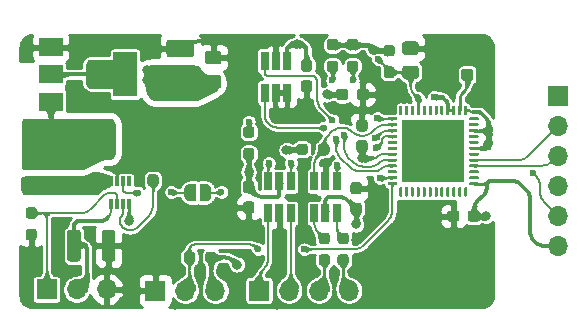
<source format=gbr>
%TF.GenerationSoftware,KiCad,Pcbnew,(5.1.9)-1*%
%TF.CreationDate,2021-05-08T20:51:41+01:00*%
%TF.ProjectId,TSDZ2-ESP32-Alt,5453445a-322d-4455-9350-33322d416c74,A*%
%TF.SameCoordinates,Original*%
%TF.FileFunction,Copper,L1,Top*%
%TF.FilePolarity,Positive*%
%FSLAX46Y46*%
G04 Gerber Fmt 4.6, Leading zero omitted, Abs format (unit mm)*
G04 Created by KiCad (PCBNEW (5.1.9)-1) date 2021-05-08 20:51:41*
%MOMM*%
%LPD*%
G01*
G04 APERTURE LIST*
%TA.AperFunction,SMDPad,CuDef*%
%ADD10R,2.000000X1.500000*%
%TD*%
%TA.AperFunction,SMDPad,CuDef*%
%ADD11R,2.000000X3.800000*%
%TD*%
%TA.AperFunction,ComponentPad*%
%ADD12O,1.700000X1.700000*%
%TD*%
%TA.AperFunction,ComponentPad*%
%ADD13R,1.700000X1.700000*%
%TD*%
%TA.AperFunction,SMDPad,CuDef*%
%ADD14C,0.100000*%
%TD*%
%TA.AperFunction,SMDPad,CuDef*%
%ADD15R,0.650000X1.560000*%
%TD*%
%TA.AperFunction,SMDPad,CuDef*%
%ADD16R,0.300000X0.850000*%
%TD*%
%TA.AperFunction,SMDPad,CuDef*%
%ADD17R,5.700000X1.600000*%
%TD*%
%TA.AperFunction,SMDPad,CuDef*%
%ADD18R,5.300000X5.300000*%
%TD*%
%TA.AperFunction,ViaPad*%
%ADD19C,0.800000*%
%TD*%
%TA.AperFunction,ViaPad*%
%ADD20C,0.600000*%
%TD*%
%TA.AperFunction,Conductor*%
%ADD21C,0.350000*%
%TD*%
%TA.AperFunction,Conductor*%
%ADD22C,0.250000*%
%TD*%
%TA.AperFunction,Conductor*%
%ADD23C,0.150000*%
%TD*%
%TA.AperFunction,Conductor*%
%ADD24C,0.293370*%
%TD*%
%TA.AperFunction,Conductor*%
%ADD25C,0.254000*%
%TD*%
%TA.AperFunction,Conductor*%
%ADD26C,0.100000*%
%TD*%
%TA.AperFunction,Conductor*%
%ADD27C,0.025400*%
%TD*%
G04 APERTURE END LIST*
D10*
%TO.P,U2,1*%
%TO.N,GND*%
X132550000Y-89500000D03*
%TO.P,U2,3*%
%TO.N,+5V*%
X132550000Y-94100000D03*
%TO.P,U2,2*%
%TO.N,Net-(JP2-Pad1)*%
X132550000Y-91800000D03*
D11*
X138850000Y-91800000D03*
%TD*%
%TO.P,R9,2*%
%TO.N,GND*%
%TA.AperFunction,SMDPad,CuDef*%
G36*
G01*
X130662500Y-104875000D02*
X131137500Y-104875000D01*
G75*
G02*
X131375000Y-105112500I0J-237500D01*
G01*
X131375000Y-105612500D01*
G75*
G02*
X131137500Y-105850000I-237500J0D01*
G01*
X130662500Y-105850000D01*
G75*
G02*
X130425000Y-105612500I0J237500D01*
G01*
X130425000Y-105112500D01*
G75*
G02*
X130662500Y-104875000I237500J0D01*
G01*
G37*
%TD.AperFunction*%
%TO.P,R9,1*%
%TO.N,/PSU_EN*%
%TA.AperFunction,SMDPad,CuDef*%
G36*
G01*
X130662500Y-103050000D02*
X131137500Y-103050000D01*
G75*
G02*
X131375000Y-103287500I0J-237500D01*
G01*
X131375000Y-103787500D01*
G75*
G02*
X131137500Y-104025000I-237500J0D01*
G01*
X130662500Y-104025000D01*
G75*
G02*
X130425000Y-103787500I0J237500D01*
G01*
X130425000Y-103287500D01*
G75*
G02*
X130662500Y-103050000I237500J0D01*
G01*
G37*
%TD.AperFunction*%
%TD*%
%TO.P,R8,2*%
%TO.N,/GPIO33*%
%TA.AperFunction,SMDPad,CuDef*%
G36*
G01*
X149537500Y-97175000D02*
X149062500Y-97175000D01*
G75*
G02*
X148825000Y-96937500I0J237500D01*
G01*
X148825000Y-96437500D01*
G75*
G02*
X149062500Y-96200000I237500J0D01*
G01*
X149537500Y-96200000D01*
G75*
G02*
X149775000Y-96437500I0J-237500D01*
G01*
X149775000Y-96937500D01*
G75*
G02*
X149537500Y-97175000I-237500J0D01*
G01*
G37*
%TD.AperFunction*%
%TO.P,R8,1*%
%TO.N,+3V3*%
%TA.AperFunction,SMDPad,CuDef*%
G36*
G01*
X149537500Y-99000000D02*
X149062500Y-99000000D01*
G75*
G02*
X148825000Y-98762500I0J237500D01*
G01*
X148825000Y-98262500D01*
G75*
G02*
X149062500Y-98025000I237500J0D01*
G01*
X149537500Y-98025000D01*
G75*
G02*
X149775000Y-98262500I0J-237500D01*
G01*
X149775000Y-98762500D01*
G75*
G02*
X149537500Y-99000000I-237500J0D01*
G01*
G37*
%TD.AperFunction*%
%TD*%
%TO.P,J1,1*%
%TO.N,/ESP_ANT*%
%TA.AperFunction,SMDPad,CuDef*%
G36*
G01*
X167300000Y-92200000D02*
X167300000Y-91450000D01*
G75*
G02*
X167450000Y-91300000I150000J0D01*
G01*
X168150000Y-91300000D01*
G75*
G02*
X168300000Y-91450000I0J-150000D01*
G01*
X168300000Y-92200000D01*
G75*
G02*
X168150000Y-92350000I-150000J0D01*
G01*
X167450000Y-92350000D01*
G75*
G02*
X167300000Y-92200000I0J150000D01*
G01*
G37*
%TD.AperFunction*%
%TO.P,J1,2*%
%TO.N,GND*%
%TA.AperFunction,SMDPad,CuDef*%
G36*
G01*
X165800000Y-91242500D02*
X165800000Y-89357500D01*
G75*
G02*
X165957500Y-89200000I157500J0D01*
G01*
X166692500Y-89200000D01*
G75*
G02*
X166850000Y-89357500I0J-157500D01*
G01*
X166850000Y-91242500D01*
G75*
G02*
X166692500Y-91400000I-157500J0D01*
G01*
X165957500Y-91400000D01*
G75*
G02*
X165800000Y-91242500I0J157500D01*
G01*
G37*
%TD.AperFunction*%
%TA.AperFunction,SMDPad,CuDef*%
G36*
G01*
X168750000Y-91242500D02*
X168750000Y-89357500D01*
G75*
G02*
X168907500Y-89200000I157500J0D01*
G01*
X169642500Y-89200000D01*
G75*
G02*
X169800000Y-89357500I0J-157500D01*
G01*
X169800000Y-91242500D01*
G75*
G02*
X169642500Y-91400000I-157500J0D01*
G01*
X168907500Y-91400000D01*
G75*
G02*
X168750000Y-91242500I0J157500D01*
G01*
G37*
%TD.AperFunction*%
%TD*%
D12*
%TO.P,J2,6*%
%TO.N,+3V3*%
X175500000Y-106300000D03*
%TO.P,J2,5*%
%TO.N,/~RST*%
X175500000Y-103760000D03*
%TO.P,J2,4*%
%TO.N,/GPIO0*%
X175500000Y-101220000D03*
%TO.P,J2,3*%
%TO.N,/RXD*%
X175500000Y-98680000D03*
%TO.P,J2,2*%
%TO.N,/TXD*%
X175500000Y-96140000D03*
D13*
%TO.P,J2,1*%
%TO.N,GND*%
X175500000Y-93600000D03*
%TD*%
%TA.AperFunction,SMDPad,CuDef*%
D14*
%TO.P,JP1,2*%
%TO.N,/~RST*%
G36*
X145650000Y-101050602D02*
G01*
X145674534Y-101050602D01*
X145723365Y-101055412D01*
X145771490Y-101064984D01*
X145818445Y-101079228D01*
X145863778Y-101098005D01*
X145907051Y-101121136D01*
X145947850Y-101148396D01*
X145985779Y-101179524D01*
X146020476Y-101214221D01*
X146051604Y-101252150D01*
X146078864Y-101292949D01*
X146101995Y-101336222D01*
X146120772Y-101381555D01*
X146135016Y-101428510D01*
X146144588Y-101476635D01*
X146149398Y-101525466D01*
X146149398Y-101550000D01*
X146150000Y-101550000D01*
X146150000Y-102050000D01*
X146149398Y-102050000D01*
X146149398Y-102074534D01*
X146144588Y-102123365D01*
X146135016Y-102171490D01*
X146120772Y-102218445D01*
X146101995Y-102263778D01*
X146078864Y-102307051D01*
X146051604Y-102347850D01*
X146020476Y-102385779D01*
X145985779Y-102420476D01*
X145947850Y-102451604D01*
X145907051Y-102478864D01*
X145863778Y-102501995D01*
X145818445Y-102520772D01*
X145771490Y-102535016D01*
X145723365Y-102544588D01*
X145674534Y-102549398D01*
X145650000Y-102549398D01*
X145650000Y-102550000D01*
X145150000Y-102550000D01*
X145150000Y-101050000D01*
X145650000Y-101050000D01*
X145650000Y-101050602D01*
G37*
%TD.AperFunction*%
%TA.AperFunction,SMDPad,CuDef*%
%TO.P,JP1,1*%
%TO.N,/~PSU_RST*%
G36*
X144850000Y-102550000D02*
G01*
X144350000Y-102550000D01*
X144350000Y-102549398D01*
X144325466Y-102549398D01*
X144276635Y-102544588D01*
X144228510Y-102535016D01*
X144181555Y-102520772D01*
X144136222Y-102501995D01*
X144092949Y-102478864D01*
X144052150Y-102451604D01*
X144014221Y-102420476D01*
X143979524Y-102385779D01*
X143948396Y-102347850D01*
X143921136Y-102307051D01*
X143898005Y-102263778D01*
X143879228Y-102218445D01*
X143864984Y-102171490D01*
X143855412Y-102123365D01*
X143850602Y-102074534D01*
X143850602Y-102050000D01*
X143850000Y-102050000D01*
X143850000Y-101550000D01*
X143850602Y-101550000D01*
X143850602Y-101525466D01*
X143855412Y-101476635D01*
X143864984Y-101428510D01*
X143879228Y-101381555D01*
X143898005Y-101336222D01*
X143921136Y-101292949D01*
X143948396Y-101252150D01*
X143979524Y-101214221D01*
X144014221Y-101179524D01*
X144052150Y-101148396D01*
X144092949Y-101121136D01*
X144136222Y-101098005D01*
X144181555Y-101079228D01*
X144228510Y-101064984D01*
X144276635Y-101055412D01*
X144325466Y-101050602D01*
X144350000Y-101050602D01*
X144350000Y-101050000D01*
X144850000Y-101050000D01*
X144850000Y-102550000D01*
G37*
%TD.AperFunction*%
%TD*%
D15*
%TO.P,U8,5*%
%TO.N,+5V*%
X155800000Y-103550000D03*
%TO.P,U8,6*%
%TO.N,/RXLR*%
X156750000Y-103550000D03*
%TO.P,U8,4*%
%TO.N,/RXCR*%
X154850000Y-103550000D03*
%TO.P,U8,3*%
%TO.N,/GPIO25*%
X154850000Y-100850000D03*
%TO.P,U8,2*%
%TO.N,GND*%
X155800000Y-100850000D03*
%TO.P,U8,1*%
%TO.N,/GPIO33*%
X156750000Y-100850000D03*
%TD*%
%TO.P,U4,5*%
%TO.N,+3V3*%
X151900000Y-100850000D03*
%TO.P,U4,6*%
%TO.N,/GPIO27*%
X150950000Y-100850000D03*
%TO.P,U4,4*%
%TO.N,/GPIO26*%
X152850000Y-100850000D03*
%TO.P,U4,3*%
%TO.N,/TXL*%
X152850000Y-103550000D03*
%TO.P,U4,2*%
%TO.N,GND*%
X151900000Y-103550000D03*
%TO.P,U4,1*%
%TO.N,/TXC*%
X150950000Y-103550000D03*
%TD*%
%TO.P,C2,2*%
%TO.N,GND*%
%TA.AperFunction,SMDPad,CuDef*%
G36*
G01*
X149062500Y-102550000D02*
X149537500Y-102550000D01*
G75*
G02*
X149775000Y-102787500I0J-237500D01*
G01*
X149775000Y-103362500D01*
G75*
G02*
X149537500Y-103600000I-237500J0D01*
G01*
X149062500Y-103600000D01*
G75*
G02*
X148825000Y-103362500I0J237500D01*
G01*
X148825000Y-102787500D01*
G75*
G02*
X149062500Y-102550000I237500J0D01*
G01*
G37*
%TD.AperFunction*%
%TO.P,C2,1*%
%TO.N,+3V3*%
%TA.AperFunction,SMDPad,CuDef*%
G36*
G01*
X149062500Y-100800000D02*
X149537500Y-100800000D01*
G75*
G02*
X149775000Y-101037500I0J-237500D01*
G01*
X149775000Y-101612500D01*
G75*
G02*
X149537500Y-101850000I-237500J0D01*
G01*
X149062500Y-101850000D01*
G75*
G02*
X148825000Y-101612500I0J237500D01*
G01*
X148825000Y-101037500D01*
G75*
G02*
X149062500Y-100800000I237500J0D01*
G01*
G37*
%TD.AperFunction*%
%TD*%
%TO.P,R7,2*%
%TO.N,/RXC*%
%TA.AperFunction,SMDPad,CuDef*%
G36*
G01*
X155462500Y-107025000D02*
X155937500Y-107025000D01*
G75*
G02*
X156175000Y-107262500I0J-237500D01*
G01*
X156175000Y-107762500D01*
G75*
G02*
X155937500Y-108000000I-237500J0D01*
G01*
X155462500Y-108000000D01*
G75*
G02*
X155225000Y-107762500I0J237500D01*
G01*
X155225000Y-107262500D01*
G75*
G02*
X155462500Y-107025000I237500J0D01*
G01*
G37*
%TD.AperFunction*%
%TO.P,R7,1*%
%TO.N,/RXCR*%
%TA.AperFunction,SMDPad,CuDef*%
G36*
G01*
X155462500Y-105200000D02*
X155937500Y-105200000D01*
G75*
G02*
X156175000Y-105437500I0J-237500D01*
G01*
X156175000Y-105937500D01*
G75*
G02*
X155937500Y-106175000I-237500J0D01*
G01*
X155462500Y-106175000D01*
G75*
G02*
X155225000Y-105937500I0J237500D01*
G01*
X155225000Y-105437500D01*
G75*
G02*
X155462500Y-105200000I237500J0D01*
G01*
G37*
%TD.AperFunction*%
%TD*%
%TO.P,C14,2*%
%TO.N,GND*%
%TA.AperFunction,SMDPad,CuDef*%
G36*
G01*
X158637500Y-101950000D02*
X158162500Y-101950000D01*
G75*
G02*
X157925000Y-101712500I0J237500D01*
G01*
X157925000Y-101137500D01*
G75*
G02*
X158162500Y-100900000I237500J0D01*
G01*
X158637500Y-100900000D01*
G75*
G02*
X158875000Y-101137500I0J-237500D01*
G01*
X158875000Y-101712500D01*
G75*
G02*
X158637500Y-101950000I-237500J0D01*
G01*
G37*
%TD.AperFunction*%
%TO.P,C14,1*%
%TO.N,+5V*%
%TA.AperFunction,SMDPad,CuDef*%
G36*
G01*
X158637500Y-103700000D02*
X158162500Y-103700000D01*
G75*
G02*
X157925000Y-103462500I0J237500D01*
G01*
X157925000Y-102887500D01*
G75*
G02*
X158162500Y-102650000I237500J0D01*
G01*
X158637500Y-102650000D01*
G75*
G02*
X158875000Y-102887500I0J-237500D01*
G01*
X158875000Y-103462500D01*
G75*
G02*
X158637500Y-103700000I-237500J0D01*
G01*
G37*
%TD.AperFunction*%
%TD*%
%TO.P,C3,2*%
%TO.N,GND*%
%TA.AperFunction,SMDPad,CuDef*%
G36*
G01*
X136875000Y-107400001D02*
X136875000Y-105199999D01*
G75*
G02*
X137124999Y-104950000I249999J0D01*
G01*
X137775001Y-104950000D01*
G75*
G02*
X138025000Y-105199999I0J-249999D01*
G01*
X138025000Y-107400001D01*
G75*
G02*
X137775001Y-107650000I-249999J0D01*
G01*
X137124999Y-107650000D01*
G75*
G02*
X136875000Y-107400001I0J249999D01*
G01*
G37*
%TD.AperFunction*%
%TO.P,C3,1*%
%TO.N,+48V*%
%TA.AperFunction,SMDPad,CuDef*%
G36*
G01*
X133925000Y-107400001D02*
X133925000Y-105199999D01*
G75*
G02*
X134174999Y-104950000I249999J0D01*
G01*
X134825001Y-104950000D01*
G75*
G02*
X135075000Y-105199999I0J-249999D01*
G01*
X135075000Y-107400001D01*
G75*
G02*
X134825001Y-107650000I-249999J0D01*
G01*
X134174999Y-107650000D01*
G75*
G02*
X133925000Y-107400001I0J249999D01*
G01*
G37*
%TD.AperFunction*%
%TD*%
%TO.P,C1,2*%
%TO.N,GND*%
%TA.AperFunction,SMDPad,CuDef*%
G36*
G01*
X163450001Y-90150000D02*
X162549999Y-90150000D01*
G75*
G02*
X162300000Y-89900001I0J249999D01*
G01*
X162300000Y-89249999D01*
G75*
G02*
X162549999Y-89000000I249999J0D01*
G01*
X163450001Y-89000000D01*
G75*
G02*
X163700000Y-89249999I0J-249999D01*
G01*
X163700000Y-89900001D01*
G75*
G02*
X163450001Y-90150000I-249999J0D01*
G01*
G37*
%TD.AperFunction*%
%TO.P,C1,1*%
%TO.N,/~RST*%
%TA.AperFunction,SMDPad,CuDef*%
G36*
G01*
X163450001Y-92200000D02*
X162549999Y-92200000D01*
G75*
G02*
X162300000Y-91950001I0J249999D01*
G01*
X162300000Y-91299999D01*
G75*
G02*
X162549999Y-91050000I249999J0D01*
G01*
X163450001Y-91050000D01*
G75*
G02*
X163700000Y-91299999I0J-249999D01*
G01*
X163700000Y-91950001D01*
G75*
G02*
X163450001Y-92200000I-249999J0D01*
G01*
G37*
%TD.AperFunction*%
%TD*%
D16*
%TO.P,U7,8*%
%TO.N,/LX*%
X137650000Y-100850000D03*
%TO.P,U7,7*%
%TO.N,GND*%
X138150000Y-100850000D03*
%TO.P,U7,6*%
%TO.N,/~PSU_RST*%
X138650000Y-100850000D03*
%TO.P,U7,5*%
%TO.N,N/C*%
X139150000Y-100850000D03*
%TO.P,U7,4*%
%TO.N,+5V*%
X139150000Y-102750000D03*
%TO.P,U7,3*%
%TO.N,/PSU_VCC*%
X138650000Y-102750000D03*
%TO.P,U7,2*%
%TO.N,/PSU_EN*%
X138150000Y-102750000D03*
%TO.P,U7,1*%
%TO.N,+48V*%
X137650000Y-102750000D03*
%TD*%
D17*
%TO.P,L1,2*%
%TO.N,+5V*%
X133200000Y-96450000D03*
%TO.P,L1,1*%
%TO.N,/LX*%
X133200000Y-101150000D03*
%TD*%
D12*
%TO.P,J4,3*%
%TO.N,GND*%
X137280000Y-110000000D03*
%TO.P,J4,2*%
%TO.N,+48V*%
X134740000Y-110000000D03*
D13*
%TO.P,J4,1*%
%TO.N,/PSU_EN*%
X132200000Y-110000000D03*
%TD*%
%TO.P,C13,2*%
%TO.N,GND*%
%TA.AperFunction,SMDPad,CuDef*%
G36*
G01*
X138750000Y-98750450D02*
X138750000Y-97849550D01*
G75*
G02*
X138999550Y-97600000I249550J0D01*
G01*
X139650450Y-97600000D01*
G75*
G02*
X139900000Y-97849550I0J-249550D01*
G01*
X139900000Y-98750450D01*
G75*
G02*
X139650450Y-99000000I-249550J0D01*
G01*
X138999550Y-99000000D01*
G75*
G02*
X138750000Y-98750450I0J249550D01*
G01*
G37*
%TD.AperFunction*%
%TO.P,C13,1*%
%TO.N,+5V*%
%TA.AperFunction,SMDPad,CuDef*%
G36*
G01*
X136700000Y-98750450D02*
X136700000Y-97849550D01*
G75*
G02*
X136949550Y-97600000I249550J0D01*
G01*
X137600450Y-97600000D01*
G75*
G02*
X137850000Y-97849550I0J-249550D01*
G01*
X137850000Y-98750450D01*
G75*
G02*
X137600450Y-99000000I-249550J0D01*
G01*
X136949550Y-99000000D01*
G75*
G02*
X136700000Y-98750450I0J249550D01*
G01*
G37*
%TD.AperFunction*%
%TD*%
%TO.P,C12,2*%
%TO.N,GND*%
%TA.AperFunction,SMDPad,CuDef*%
G36*
G01*
X138750000Y-96850450D02*
X138750000Y-95949550D01*
G75*
G02*
X138999550Y-95700000I249550J0D01*
G01*
X139650450Y-95700000D01*
G75*
G02*
X139900000Y-95949550I0J-249550D01*
G01*
X139900000Y-96850450D01*
G75*
G02*
X139650450Y-97100000I-249550J0D01*
G01*
X138999550Y-97100000D01*
G75*
G02*
X138750000Y-96850450I0J249550D01*
G01*
G37*
%TD.AperFunction*%
%TO.P,C12,1*%
%TO.N,+5V*%
%TA.AperFunction,SMDPad,CuDef*%
G36*
G01*
X136700000Y-96850450D02*
X136700000Y-95949550D01*
G75*
G02*
X136949550Y-95700000I249550J0D01*
G01*
X137600450Y-95700000D01*
G75*
G02*
X137850000Y-95949550I0J-249550D01*
G01*
X137850000Y-96850450D01*
G75*
G02*
X137600450Y-97100000I-249550J0D01*
G01*
X136949550Y-97100000D01*
G75*
G02*
X136700000Y-96850450I0J249550D01*
G01*
G37*
%TD.AperFunction*%
%TD*%
%TO.P,C11,2*%
%TO.N,GND*%
%TA.AperFunction,SMDPad,CuDef*%
G36*
G01*
X141437500Y-99550000D02*
X140962500Y-99550000D01*
G75*
G02*
X140725000Y-99312500I0J237500D01*
G01*
X140725000Y-98737500D01*
G75*
G02*
X140962500Y-98500000I237500J0D01*
G01*
X141437500Y-98500000D01*
G75*
G02*
X141675000Y-98737500I0J-237500D01*
G01*
X141675000Y-99312500D01*
G75*
G02*
X141437500Y-99550000I-237500J0D01*
G01*
G37*
%TD.AperFunction*%
%TO.P,C11,1*%
%TO.N,/PSU_VCC*%
%TA.AperFunction,SMDPad,CuDef*%
G36*
G01*
X141437500Y-101300000D02*
X140962500Y-101300000D01*
G75*
G02*
X140725000Y-101062500I0J237500D01*
G01*
X140725000Y-100487500D01*
G75*
G02*
X140962500Y-100250000I237500J0D01*
G01*
X141437500Y-100250000D01*
G75*
G02*
X141675000Y-100487500I0J-237500D01*
G01*
X141675000Y-101062500D01*
G75*
G02*
X141437500Y-101300000I-237500J0D01*
G01*
G37*
%TD.AperFunction*%
%TD*%
D12*
%TO.P,J3,4*%
%TO.N,/RXL*%
X157800000Y-110100000D03*
%TO.P,J3,3*%
%TO.N,/RXC*%
X155260000Y-110100000D03*
%TO.P,J3,2*%
%TO.N,/TXL*%
X152720000Y-110100000D03*
D13*
%TO.P,J3,1*%
%TO.N,/TXC*%
X150180000Y-110100000D03*
%TD*%
D15*
%TO.P,U1,5*%
%TO.N,GND*%
X151600000Y-90650000D03*
%TO.P,U1,6*%
%TO.N,/SDA*%
X150650000Y-90650000D03*
%TO.P,U1,4*%
%TO.N,+3V3*%
X152550000Y-90650000D03*
%TO.P,U1,3*%
%TO.N,GND*%
X152550000Y-93350000D03*
%TO.P,U1,2*%
X151600000Y-93350000D03*
%TO.P,U1,1*%
%TO.N,/SCL*%
X150650000Y-93350000D03*
%TD*%
D12*
%TO.P,U6,3*%
%TO.N,+3V3*%
X146480000Y-110100000D03*
%TO.P,U6,2*%
%TO.N,/DS18B20_DQ*%
X143940000Y-110100000D03*
D13*
%TO.P,U6,1*%
%TO.N,GND*%
X141400000Y-110100000D03*
%TD*%
D18*
%TO.P,U5,49*%
%TO.N,GND*%
X164920000Y-98300000D03*
%TO.P,U5,48*%
%TO.N,N/C*%
%TA.AperFunction,SMDPad,CuDef*%
G36*
G01*
X168032500Y-95425000D02*
X168707500Y-95425000D01*
G75*
G02*
X168770000Y-95487500I0J-62500D01*
G01*
X168770000Y-95612500D01*
G75*
G02*
X168707500Y-95675000I-62500J0D01*
G01*
X168032500Y-95675000D01*
G75*
G02*
X167970000Y-95612500I0J62500D01*
G01*
X167970000Y-95487500D01*
G75*
G02*
X168032500Y-95425000I62500J0D01*
G01*
G37*
%TD.AperFunction*%
%TO.P,U5,47*%
%TA.AperFunction,SMDPad,CuDef*%
G36*
G01*
X168032500Y-95925000D02*
X168707500Y-95925000D01*
G75*
G02*
X168770000Y-95987500I0J-62500D01*
G01*
X168770000Y-96112500D01*
G75*
G02*
X168707500Y-96175000I-62500J0D01*
G01*
X168032500Y-96175000D01*
G75*
G02*
X167970000Y-96112500I0J62500D01*
G01*
X167970000Y-95987500D01*
G75*
G02*
X168032500Y-95925000I62500J0D01*
G01*
G37*
%TD.AperFunction*%
%TO.P,U5,46*%
%TO.N,+3V3*%
%TA.AperFunction,SMDPad,CuDef*%
G36*
G01*
X168032500Y-96425000D02*
X168707500Y-96425000D01*
G75*
G02*
X168770000Y-96487500I0J-62500D01*
G01*
X168770000Y-96612500D01*
G75*
G02*
X168707500Y-96675000I-62500J0D01*
G01*
X168032500Y-96675000D01*
G75*
G02*
X167970000Y-96612500I0J62500D01*
G01*
X167970000Y-96487500D01*
G75*
G02*
X168032500Y-96425000I62500J0D01*
G01*
G37*
%TD.AperFunction*%
%TO.P,U5,45*%
%TO.N,N/C*%
%TA.AperFunction,SMDPad,CuDef*%
G36*
G01*
X168032500Y-96925000D02*
X168707500Y-96925000D01*
G75*
G02*
X168770000Y-96987500I0J-62500D01*
G01*
X168770000Y-97112500D01*
G75*
G02*
X168707500Y-97175000I-62500J0D01*
G01*
X168032500Y-97175000D01*
G75*
G02*
X167970000Y-97112500I0J62500D01*
G01*
X167970000Y-96987500D01*
G75*
G02*
X168032500Y-96925000I62500J0D01*
G01*
G37*
%TD.AperFunction*%
%TO.P,U5,44*%
%TA.AperFunction,SMDPad,CuDef*%
G36*
G01*
X168032500Y-97425000D02*
X168707500Y-97425000D01*
G75*
G02*
X168770000Y-97487500I0J-62500D01*
G01*
X168770000Y-97612500D01*
G75*
G02*
X168707500Y-97675000I-62500J0D01*
G01*
X168032500Y-97675000D01*
G75*
G02*
X167970000Y-97612500I0J62500D01*
G01*
X167970000Y-97487500D01*
G75*
G02*
X168032500Y-97425000I62500J0D01*
G01*
G37*
%TD.AperFunction*%
%TO.P,U5,43*%
%TO.N,+3V3*%
%TA.AperFunction,SMDPad,CuDef*%
G36*
G01*
X168032500Y-97925000D02*
X168707500Y-97925000D01*
G75*
G02*
X168770000Y-97987500I0J-62500D01*
G01*
X168770000Y-98112500D01*
G75*
G02*
X168707500Y-98175000I-62500J0D01*
G01*
X168032500Y-98175000D01*
G75*
G02*
X167970000Y-98112500I0J62500D01*
G01*
X167970000Y-97987500D01*
G75*
G02*
X168032500Y-97925000I62500J0D01*
G01*
G37*
%TD.AperFunction*%
%TO.P,U5,42*%
%TO.N,N/C*%
%TA.AperFunction,SMDPad,CuDef*%
G36*
G01*
X168032500Y-98425000D02*
X168707500Y-98425000D01*
G75*
G02*
X168770000Y-98487500I0J-62500D01*
G01*
X168770000Y-98612500D01*
G75*
G02*
X168707500Y-98675000I-62500J0D01*
G01*
X168032500Y-98675000D01*
G75*
G02*
X167970000Y-98612500I0J62500D01*
G01*
X167970000Y-98487500D01*
G75*
G02*
X168032500Y-98425000I62500J0D01*
G01*
G37*
%TD.AperFunction*%
%TO.P,U5,41*%
%TO.N,/TXD*%
%TA.AperFunction,SMDPad,CuDef*%
G36*
G01*
X168032500Y-98925000D02*
X168707500Y-98925000D01*
G75*
G02*
X168770000Y-98987500I0J-62500D01*
G01*
X168770000Y-99112500D01*
G75*
G02*
X168707500Y-99175000I-62500J0D01*
G01*
X168032500Y-99175000D01*
G75*
G02*
X167970000Y-99112500I0J62500D01*
G01*
X167970000Y-98987500D01*
G75*
G02*
X168032500Y-98925000I62500J0D01*
G01*
G37*
%TD.AperFunction*%
%TO.P,U5,40*%
%TO.N,/RXD*%
%TA.AperFunction,SMDPad,CuDef*%
G36*
G01*
X168032500Y-99425000D02*
X168707500Y-99425000D01*
G75*
G02*
X168770000Y-99487500I0J-62500D01*
G01*
X168770000Y-99612500D01*
G75*
G02*
X168707500Y-99675000I-62500J0D01*
G01*
X168032500Y-99675000D01*
G75*
G02*
X167970000Y-99612500I0J62500D01*
G01*
X167970000Y-99487500D01*
G75*
G02*
X168032500Y-99425000I62500J0D01*
G01*
G37*
%TD.AperFunction*%
%TO.P,U5,39*%
%TO.N,N/C*%
%TA.AperFunction,SMDPad,CuDef*%
G36*
G01*
X168032500Y-99925000D02*
X168707500Y-99925000D01*
G75*
G02*
X168770000Y-99987500I0J-62500D01*
G01*
X168770000Y-100112500D01*
G75*
G02*
X168707500Y-100175000I-62500J0D01*
G01*
X168032500Y-100175000D01*
G75*
G02*
X167970000Y-100112500I0J62500D01*
G01*
X167970000Y-99987500D01*
G75*
G02*
X168032500Y-99925000I62500J0D01*
G01*
G37*
%TD.AperFunction*%
%TO.P,U5,38*%
%TA.AperFunction,SMDPad,CuDef*%
G36*
G01*
X168032500Y-100425000D02*
X168707500Y-100425000D01*
G75*
G02*
X168770000Y-100487500I0J-62500D01*
G01*
X168770000Y-100612500D01*
G75*
G02*
X168707500Y-100675000I-62500J0D01*
G01*
X168032500Y-100675000D01*
G75*
G02*
X167970000Y-100612500I0J62500D01*
G01*
X167970000Y-100487500D01*
G75*
G02*
X168032500Y-100425000I62500J0D01*
G01*
G37*
%TD.AperFunction*%
%TO.P,U5,37*%
%TO.N,+3V3*%
%TA.AperFunction,SMDPad,CuDef*%
G36*
G01*
X168032500Y-100925000D02*
X168707500Y-100925000D01*
G75*
G02*
X168770000Y-100987500I0J-62500D01*
G01*
X168770000Y-101112500D01*
G75*
G02*
X168707500Y-101175000I-62500J0D01*
G01*
X168032500Y-101175000D01*
G75*
G02*
X167970000Y-101112500I0J62500D01*
G01*
X167970000Y-100987500D01*
G75*
G02*
X168032500Y-100925000I62500J0D01*
G01*
G37*
%TD.AperFunction*%
%TO.P,U5,36*%
%TO.N,N/C*%
%TA.AperFunction,SMDPad,CuDef*%
G36*
G01*
X167607500Y-101350000D02*
X167732500Y-101350000D01*
G75*
G02*
X167795000Y-101412500I0J-62500D01*
G01*
X167795000Y-102087500D01*
G75*
G02*
X167732500Y-102150000I-62500J0D01*
G01*
X167607500Y-102150000D01*
G75*
G02*
X167545000Y-102087500I0J62500D01*
G01*
X167545000Y-101412500D01*
G75*
G02*
X167607500Y-101350000I62500J0D01*
G01*
G37*
%TD.AperFunction*%
%TO.P,U5,35*%
%TA.AperFunction,SMDPad,CuDef*%
G36*
G01*
X167107500Y-101350000D02*
X167232500Y-101350000D01*
G75*
G02*
X167295000Y-101412500I0J-62500D01*
G01*
X167295000Y-102087500D01*
G75*
G02*
X167232500Y-102150000I-62500J0D01*
G01*
X167107500Y-102150000D01*
G75*
G02*
X167045000Y-102087500I0J62500D01*
G01*
X167045000Y-101412500D01*
G75*
G02*
X167107500Y-101350000I62500J0D01*
G01*
G37*
%TD.AperFunction*%
%TO.P,U5,34*%
%TA.AperFunction,SMDPad,CuDef*%
G36*
G01*
X166607500Y-101350000D02*
X166732500Y-101350000D01*
G75*
G02*
X166795000Y-101412500I0J-62500D01*
G01*
X166795000Y-102087500D01*
G75*
G02*
X166732500Y-102150000I-62500J0D01*
G01*
X166607500Y-102150000D01*
G75*
G02*
X166545000Y-102087500I0J62500D01*
G01*
X166545000Y-101412500D01*
G75*
G02*
X166607500Y-101350000I62500J0D01*
G01*
G37*
%TD.AperFunction*%
%TO.P,U5,33*%
%TA.AperFunction,SMDPad,CuDef*%
G36*
G01*
X166107500Y-101350000D02*
X166232500Y-101350000D01*
G75*
G02*
X166295000Y-101412500I0J-62500D01*
G01*
X166295000Y-102087500D01*
G75*
G02*
X166232500Y-102150000I-62500J0D01*
G01*
X166107500Y-102150000D01*
G75*
G02*
X166045000Y-102087500I0J62500D01*
G01*
X166045000Y-101412500D01*
G75*
G02*
X166107500Y-101350000I62500J0D01*
G01*
G37*
%TD.AperFunction*%
%TO.P,U5,32*%
%TA.AperFunction,SMDPad,CuDef*%
G36*
G01*
X165607500Y-101350000D02*
X165732500Y-101350000D01*
G75*
G02*
X165795000Y-101412500I0J-62500D01*
G01*
X165795000Y-102087500D01*
G75*
G02*
X165732500Y-102150000I-62500J0D01*
G01*
X165607500Y-102150000D01*
G75*
G02*
X165545000Y-102087500I0J62500D01*
G01*
X165545000Y-101412500D01*
G75*
G02*
X165607500Y-101350000I62500J0D01*
G01*
G37*
%TD.AperFunction*%
%TO.P,U5,31*%
%TA.AperFunction,SMDPad,CuDef*%
G36*
G01*
X165107500Y-101350000D02*
X165232500Y-101350000D01*
G75*
G02*
X165295000Y-101412500I0J-62500D01*
G01*
X165295000Y-102087500D01*
G75*
G02*
X165232500Y-102150000I-62500J0D01*
G01*
X165107500Y-102150000D01*
G75*
G02*
X165045000Y-102087500I0J62500D01*
G01*
X165045000Y-101412500D01*
G75*
G02*
X165107500Y-101350000I62500J0D01*
G01*
G37*
%TD.AperFunction*%
%TO.P,U5,30*%
%TA.AperFunction,SMDPad,CuDef*%
G36*
G01*
X164607500Y-101350000D02*
X164732500Y-101350000D01*
G75*
G02*
X164795000Y-101412500I0J-62500D01*
G01*
X164795000Y-102087500D01*
G75*
G02*
X164732500Y-102150000I-62500J0D01*
G01*
X164607500Y-102150000D01*
G75*
G02*
X164545000Y-102087500I0J62500D01*
G01*
X164545000Y-101412500D01*
G75*
G02*
X164607500Y-101350000I62500J0D01*
G01*
G37*
%TD.AperFunction*%
%TO.P,U5,29*%
%TA.AperFunction,SMDPad,CuDef*%
G36*
G01*
X164107500Y-101350000D02*
X164232500Y-101350000D01*
G75*
G02*
X164295000Y-101412500I0J-62500D01*
G01*
X164295000Y-102087500D01*
G75*
G02*
X164232500Y-102150000I-62500J0D01*
G01*
X164107500Y-102150000D01*
G75*
G02*
X164045000Y-102087500I0J62500D01*
G01*
X164045000Y-101412500D01*
G75*
G02*
X164107500Y-101350000I62500J0D01*
G01*
G37*
%TD.AperFunction*%
%TO.P,U5,28*%
%TA.AperFunction,SMDPad,CuDef*%
G36*
G01*
X163607500Y-101350000D02*
X163732500Y-101350000D01*
G75*
G02*
X163795000Y-101412500I0J-62500D01*
G01*
X163795000Y-102087500D01*
G75*
G02*
X163732500Y-102150000I-62500J0D01*
G01*
X163607500Y-102150000D01*
G75*
G02*
X163545000Y-102087500I0J62500D01*
G01*
X163545000Y-101412500D01*
G75*
G02*
X163607500Y-101350000I62500J0D01*
G01*
G37*
%TD.AperFunction*%
%TO.P,U5,27*%
%TA.AperFunction,SMDPad,CuDef*%
G36*
G01*
X163107500Y-101350000D02*
X163232500Y-101350000D01*
G75*
G02*
X163295000Y-101412500I0J-62500D01*
G01*
X163295000Y-102087500D01*
G75*
G02*
X163232500Y-102150000I-62500J0D01*
G01*
X163107500Y-102150000D01*
G75*
G02*
X163045000Y-102087500I0J62500D01*
G01*
X163045000Y-101412500D01*
G75*
G02*
X163107500Y-101350000I62500J0D01*
G01*
G37*
%TD.AperFunction*%
%TO.P,U5,26*%
%TA.AperFunction,SMDPad,CuDef*%
G36*
G01*
X162607500Y-101350000D02*
X162732500Y-101350000D01*
G75*
G02*
X162795000Y-101412500I0J-62500D01*
G01*
X162795000Y-102087500D01*
G75*
G02*
X162732500Y-102150000I-62500J0D01*
G01*
X162607500Y-102150000D01*
G75*
G02*
X162545000Y-102087500I0J62500D01*
G01*
X162545000Y-101412500D01*
G75*
G02*
X162607500Y-101350000I62500J0D01*
G01*
G37*
%TD.AperFunction*%
%TO.P,U5,25*%
%TA.AperFunction,SMDPad,CuDef*%
G36*
G01*
X162107500Y-101350000D02*
X162232500Y-101350000D01*
G75*
G02*
X162295000Y-101412500I0J-62500D01*
G01*
X162295000Y-102087500D01*
G75*
G02*
X162232500Y-102150000I-62500J0D01*
G01*
X162107500Y-102150000D01*
G75*
G02*
X162045000Y-102087500I0J62500D01*
G01*
X162045000Y-101412500D01*
G75*
G02*
X162107500Y-101350000I62500J0D01*
G01*
G37*
%TD.AperFunction*%
%TO.P,U5,24*%
%TO.N,/DS18B20_DQ*%
%TA.AperFunction,SMDPad,CuDef*%
G36*
G01*
X161132500Y-100925000D02*
X161807500Y-100925000D01*
G75*
G02*
X161870000Y-100987500I0J-62500D01*
G01*
X161870000Y-101112500D01*
G75*
G02*
X161807500Y-101175000I-62500J0D01*
G01*
X161132500Y-101175000D01*
G75*
G02*
X161070000Y-101112500I0J62500D01*
G01*
X161070000Y-100987500D01*
G75*
G02*
X161132500Y-100925000I62500J0D01*
G01*
G37*
%TD.AperFunction*%
%TO.P,U5,23*%
%TO.N,/GPIO0*%
%TA.AperFunction,SMDPad,CuDef*%
G36*
G01*
X161132500Y-100425000D02*
X161807500Y-100425000D01*
G75*
G02*
X161870000Y-100487500I0J-62500D01*
G01*
X161870000Y-100612500D01*
G75*
G02*
X161807500Y-100675000I-62500J0D01*
G01*
X161132500Y-100675000D01*
G75*
G02*
X161070000Y-100612500I0J62500D01*
G01*
X161070000Y-100487500D01*
G75*
G02*
X161132500Y-100425000I62500J0D01*
G01*
G37*
%TD.AperFunction*%
%TO.P,U5,22*%
%TO.N,N/C*%
%TA.AperFunction,SMDPad,CuDef*%
G36*
G01*
X161132500Y-99925000D02*
X161807500Y-99925000D01*
G75*
G02*
X161870000Y-99987500I0J-62500D01*
G01*
X161870000Y-100112500D01*
G75*
G02*
X161807500Y-100175000I-62500J0D01*
G01*
X161132500Y-100175000D01*
G75*
G02*
X161070000Y-100112500I0J62500D01*
G01*
X161070000Y-99987500D01*
G75*
G02*
X161132500Y-99925000I62500J0D01*
G01*
G37*
%TD.AperFunction*%
%TO.P,U5,21*%
%TO.N,/SCL*%
%TA.AperFunction,SMDPad,CuDef*%
G36*
G01*
X161132500Y-99425000D02*
X161807500Y-99425000D01*
G75*
G02*
X161870000Y-99487500I0J-62500D01*
G01*
X161870000Y-99612500D01*
G75*
G02*
X161807500Y-99675000I-62500J0D01*
G01*
X161132500Y-99675000D01*
G75*
G02*
X161070000Y-99612500I0J62500D01*
G01*
X161070000Y-99487500D01*
G75*
G02*
X161132500Y-99425000I62500J0D01*
G01*
G37*
%TD.AperFunction*%
%TO.P,U5,20*%
%TO.N,/SDA*%
%TA.AperFunction,SMDPad,CuDef*%
G36*
G01*
X161132500Y-98925000D02*
X161807500Y-98925000D01*
G75*
G02*
X161870000Y-98987500I0J-62500D01*
G01*
X161870000Y-99112500D01*
G75*
G02*
X161807500Y-99175000I-62500J0D01*
G01*
X161132500Y-99175000D01*
G75*
G02*
X161070000Y-99112500I0J62500D01*
G01*
X161070000Y-98987500D01*
G75*
G02*
X161132500Y-98925000I62500J0D01*
G01*
G37*
%TD.AperFunction*%
%TO.P,U5,19*%
%TO.N,+3V3*%
%TA.AperFunction,SMDPad,CuDef*%
G36*
G01*
X161132500Y-98425000D02*
X161807500Y-98425000D01*
G75*
G02*
X161870000Y-98487500I0J-62500D01*
G01*
X161870000Y-98612500D01*
G75*
G02*
X161807500Y-98675000I-62500J0D01*
G01*
X161132500Y-98675000D01*
G75*
G02*
X161070000Y-98612500I0J62500D01*
G01*
X161070000Y-98487500D01*
G75*
G02*
X161132500Y-98425000I62500J0D01*
G01*
G37*
%TD.AperFunction*%
%TO.P,U5,18*%
%TO.N,N/C*%
%TA.AperFunction,SMDPad,CuDef*%
G36*
G01*
X161132500Y-97925000D02*
X161807500Y-97925000D01*
G75*
G02*
X161870000Y-97987500I0J-62500D01*
G01*
X161870000Y-98112500D01*
G75*
G02*
X161807500Y-98175000I-62500J0D01*
G01*
X161132500Y-98175000D01*
G75*
G02*
X161070000Y-98112500I0J62500D01*
G01*
X161070000Y-97987500D01*
G75*
G02*
X161132500Y-97925000I62500J0D01*
G01*
G37*
%TD.AperFunction*%
%TO.P,U5,17*%
%TA.AperFunction,SMDPad,CuDef*%
G36*
G01*
X161132500Y-97425000D02*
X161807500Y-97425000D01*
G75*
G02*
X161870000Y-97487500I0J-62500D01*
G01*
X161870000Y-97612500D01*
G75*
G02*
X161807500Y-97675000I-62500J0D01*
G01*
X161132500Y-97675000D01*
G75*
G02*
X161070000Y-97612500I0J62500D01*
G01*
X161070000Y-97487500D01*
G75*
G02*
X161132500Y-97425000I62500J0D01*
G01*
G37*
%TD.AperFunction*%
%TO.P,U5,16*%
%TO.N,/GPIO27*%
%TA.AperFunction,SMDPad,CuDef*%
G36*
G01*
X161132500Y-96925000D02*
X161807500Y-96925000D01*
G75*
G02*
X161870000Y-96987500I0J-62500D01*
G01*
X161870000Y-97112500D01*
G75*
G02*
X161807500Y-97175000I-62500J0D01*
G01*
X161132500Y-97175000D01*
G75*
G02*
X161070000Y-97112500I0J62500D01*
G01*
X161070000Y-96987500D01*
G75*
G02*
X161132500Y-96925000I62500J0D01*
G01*
G37*
%TD.AperFunction*%
%TO.P,U5,15*%
%TO.N,/GPIO26*%
%TA.AperFunction,SMDPad,CuDef*%
G36*
G01*
X161132500Y-96425000D02*
X161807500Y-96425000D01*
G75*
G02*
X161870000Y-96487500I0J-62500D01*
G01*
X161870000Y-96612500D01*
G75*
G02*
X161807500Y-96675000I-62500J0D01*
G01*
X161132500Y-96675000D01*
G75*
G02*
X161070000Y-96612500I0J62500D01*
G01*
X161070000Y-96487500D01*
G75*
G02*
X161132500Y-96425000I62500J0D01*
G01*
G37*
%TD.AperFunction*%
%TO.P,U5,14*%
%TO.N,/GPIO25*%
%TA.AperFunction,SMDPad,CuDef*%
G36*
G01*
X161132500Y-95925000D02*
X161807500Y-95925000D01*
G75*
G02*
X161870000Y-95987500I0J-62500D01*
G01*
X161870000Y-96112500D01*
G75*
G02*
X161807500Y-96175000I-62500J0D01*
G01*
X161132500Y-96175000D01*
G75*
G02*
X161070000Y-96112500I0J62500D01*
G01*
X161070000Y-95987500D01*
G75*
G02*
X161132500Y-95925000I62500J0D01*
G01*
G37*
%TD.AperFunction*%
%TO.P,U5,13*%
%TO.N,/GPIO33*%
%TA.AperFunction,SMDPad,CuDef*%
G36*
G01*
X161132500Y-95425000D02*
X161807500Y-95425000D01*
G75*
G02*
X161870000Y-95487500I0J-62500D01*
G01*
X161870000Y-95612500D01*
G75*
G02*
X161807500Y-95675000I-62500J0D01*
G01*
X161132500Y-95675000D01*
G75*
G02*
X161070000Y-95612500I0J62500D01*
G01*
X161070000Y-95487500D01*
G75*
G02*
X161132500Y-95425000I62500J0D01*
G01*
G37*
%TD.AperFunction*%
%TO.P,U5,12*%
%TO.N,N/C*%
%TA.AperFunction,SMDPad,CuDef*%
G36*
G01*
X162107500Y-94450000D02*
X162232500Y-94450000D01*
G75*
G02*
X162295000Y-94512500I0J-62500D01*
G01*
X162295000Y-95187500D01*
G75*
G02*
X162232500Y-95250000I-62500J0D01*
G01*
X162107500Y-95250000D01*
G75*
G02*
X162045000Y-95187500I0J62500D01*
G01*
X162045000Y-94512500D01*
G75*
G02*
X162107500Y-94450000I62500J0D01*
G01*
G37*
%TD.AperFunction*%
%TO.P,U5,11*%
%TA.AperFunction,SMDPad,CuDef*%
G36*
G01*
X162607500Y-94450000D02*
X162732500Y-94450000D01*
G75*
G02*
X162795000Y-94512500I0J-62500D01*
G01*
X162795000Y-95187500D01*
G75*
G02*
X162732500Y-95250000I-62500J0D01*
G01*
X162607500Y-95250000D01*
G75*
G02*
X162545000Y-95187500I0J62500D01*
G01*
X162545000Y-94512500D01*
G75*
G02*
X162607500Y-94450000I62500J0D01*
G01*
G37*
%TD.AperFunction*%
%TO.P,U5,10*%
%TA.AperFunction,SMDPad,CuDef*%
G36*
G01*
X163107500Y-94450000D02*
X163232500Y-94450000D01*
G75*
G02*
X163295000Y-94512500I0J-62500D01*
G01*
X163295000Y-95187500D01*
G75*
G02*
X163232500Y-95250000I-62500J0D01*
G01*
X163107500Y-95250000D01*
G75*
G02*
X163045000Y-95187500I0J62500D01*
G01*
X163045000Y-94512500D01*
G75*
G02*
X163107500Y-94450000I62500J0D01*
G01*
G37*
%TD.AperFunction*%
%TO.P,U5,9*%
%TO.N,/~RST*%
%TA.AperFunction,SMDPad,CuDef*%
G36*
G01*
X163607500Y-94450000D02*
X163732500Y-94450000D01*
G75*
G02*
X163795000Y-94512500I0J-62500D01*
G01*
X163795000Y-95187500D01*
G75*
G02*
X163732500Y-95250000I-62500J0D01*
G01*
X163607500Y-95250000D01*
G75*
G02*
X163545000Y-95187500I0J62500D01*
G01*
X163545000Y-94512500D01*
G75*
G02*
X163607500Y-94450000I62500J0D01*
G01*
G37*
%TD.AperFunction*%
%TO.P,U5,8*%
%TO.N,N/C*%
%TA.AperFunction,SMDPad,CuDef*%
G36*
G01*
X164107500Y-94450000D02*
X164232500Y-94450000D01*
G75*
G02*
X164295000Y-94512500I0J-62500D01*
G01*
X164295000Y-95187500D01*
G75*
G02*
X164232500Y-95250000I-62500J0D01*
G01*
X164107500Y-95250000D01*
G75*
G02*
X164045000Y-95187500I0J62500D01*
G01*
X164045000Y-94512500D01*
G75*
G02*
X164107500Y-94450000I62500J0D01*
G01*
G37*
%TD.AperFunction*%
%TO.P,U5,7*%
%TA.AperFunction,SMDPad,CuDef*%
G36*
G01*
X164607500Y-94450000D02*
X164732500Y-94450000D01*
G75*
G02*
X164795000Y-94512500I0J-62500D01*
G01*
X164795000Y-95187500D01*
G75*
G02*
X164732500Y-95250000I-62500J0D01*
G01*
X164607500Y-95250000D01*
G75*
G02*
X164545000Y-95187500I0J62500D01*
G01*
X164545000Y-94512500D01*
G75*
G02*
X164607500Y-94450000I62500J0D01*
G01*
G37*
%TD.AperFunction*%
%TO.P,U5,6*%
%TA.AperFunction,SMDPad,CuDef*%
G36*
G01*
X165107500Y-94450000D02*
X165232500Y-94450000D01*
G75*
G02*
X165295000Y-94512500I0J-62500D01*
G01*
X165295000Y-95187500D01*
G75*
G02*
X165232500Y-95250000I-62500J0D01*
G01*
X165107500Y-95250000D01*
G75*
G02*
X165045000Y-95187500I0J62500D01*
G01*
X165045000Y-94512500D01*
G75*
G02*
X165107500Y-94450000I62500J0D01*
G01*
G37*
%TD.AperFunction*%
%TO.P,U5,5*%
%TA.AperFunction,SMDPad,CuDef*%
G36*
G01*
X165607500Y-94450000D02*
X165732500Y-94450000D01*
G75*
G02*
X165795000Y-94512500I0J-62500D01*
G01*
X165795000Y-95187500D01*
G75*
G02*
X165732500Y-95250000I-62500J0D01*
G01*
X165607500Y-95250000D01*
G75*
G02*
X165545000Y-95187500I0J62500D01*
G01*
X165545000Y-94512500D01*
G75*
G02*
X165607500Y-94450000I62500J0D01*
G01*
G37*
%TD.AperFunction*%
%TO.P,U5,4*%
%TO.N,+3V3*%
%TA.AperFunction,SMDPad,CuDef*%
G36*
G01*
X166107500Y-94450000D02*
X166232500Y-94450000D01*
G75*
G02*
X166295000Y-94512500I0J-62500D01*
G01*
X166295000Y-95187500D01*
G75*
G02*
X166232500Y-95250000I-62500J0D01*
G01*
X166107500Y-95250000D01*
G75*
G02*
X166045000Y-95187500I0J62500D01*
G01*
X166045000Y-94512500D01*
G75*
G02*
X166107500Y-94450000I62500J0D01*
G01*
G37*
%TD.AperFunction*%
%TO.P,U5,3*%
%TA.AperFunction,SMDPad,CuDef*%
G36*
G01*
X166607500Y-94450000D02*
X166732500Y-94450000D01*
G75*
G02*
X166795000Y-94512500I0J-62500D01*
G01*
X166795000Y-95187500D01*
G75*
G02*
X166732500Y-95250000I-62500J0D01*
G01*
X166607500Y-95250000D01*
G75*
G02*
X166545000Y-95187500I0J62500D01*
G01*
X166545000Y-94512500D01*
G75*
G02*
X166607500Y-94450000I62500J0D01*
G01*
G37*
%TD.AperFunction*%
%TO.P,U5,2*%
%TO.N,/ESP_ANT*%
%TA.AperFunction,SMDPad,CuDef*%
G36*
G01*
X167107500Y-94450000D02*
X167232500Y-94450000D01*
G75*
G02*
X167295000Y-94512500I0J-62500D01*
G01*
X167295000Y-95187500D01*
G75*
G02*
X167232500Y-95250000I-62500J0D01*
G01*
X167107500Y-95250000D01*
G75*
G02*
X167045000Y-95187500I0J62500D01*
G01*
X167045000Y-94512500D01*
G75*
G02*
X167107500Y-94450000I62500J0D01*
G01*
G37*
%TD.AperFunction*%
%TO.P,U5,1*%
%TO.N,+3V3*%
%TA.AperFunction,SMDPad,CuDef*%
G36*
G01*
X167607500Y-94450000D02*
X167732500Y-94450000D01*
G75*
G02*
X167795000Y-94512500I0J-62500D01*
G01*
X167795000Y-95187500D01*
G75*
G02*
X167732500Y-95250000I-62500J0D01*
G01*
X167607500Y-95250000D01*
G75*
G02*
X167545000Y-95187500I0J62500D01*
G01*
X167545000Y-94512500D01*
G75*
G02*
X167607500Y-94450000I62500J0D01*
G01*
G37*
%TD.AperFunction*%
%TD*%
%TO.P,R6,2*%
%TO.N,/DS18B20_DQ*%
%TA.AperFunction,SMDPad,CuDef*%
G36*
G01*
X144775000Y-107062500D02*
X144775000Y-107537500D01*
G75*
G02*
X144537500Y-107775000I-237500J0D01*
G01*
X144037500Y-107775000D01*
G75*
G02*
X143800000Y-107537500I0J237500D01*
G01*
X143800000Y-107062500D01*
G75*
G02*
X144037500Y-106825000I237500J0D01*
G01*
X144537500Y-106825000D01*
G75*
G02*
X144775000Y-107062500I0J-237500D01*
G01*
G37*
%TD.AperFunction*%
%TO.P,R6,1*%
%TO.N,+3V3*%
%TA.AperFunction,SMDPad,CuDef*%
G36*
G01*
X146600000Y-107062500D02*
X146600000Y-107537500D01*
G75*
G02*
X146362500Y-107775000I-237500J0D01*
G01*
X145862500Y-107775000D01*
G75*
G02*
X145625000Y-107537500I0J237500D01*
G01*
X145625000Y-107062500D01*
G75*
G02*
X145862500Y-106825000I237500J0D01*
G01*
X146362500Y-106825000D01*
G75*
G02*
X146600000Y-107062500I0J-237500D01*
G01*
G37*
%TD.AperFunction*%
%TD*%
%TO.P,R5,2*%
%TO.N,/SDA*%
%TA.AperFunction,SMDPad,CuDef*%
G36*
G01*
X157862500Y-90625000D02*
X158337500Y-90625000D01*
G75*
G02*
X158575000Y-90862500I0J-237500D01*
G01*
X158575000Y-91362500D01*
G75*
G02*
X158337500Y-91600000I-237500J0D01*
G01*
X157862500Y-91600000D01*
G75*
G02*
X157625000Y-91362500I0J237500D01*
G01*
X157625000Y-90862500D01*
G75*
G02*
X157862500Y-90625000I237500J0D01*
G01*
G37*
%TD.AperFunction*%
%TO.P,R5,1*%
%TO.N,+3V3*%
%TA.AperFunction,SMDPad,CuDef*%
G36*
G01*
X157862500Y-88800000D02*
X158337500Y-88800000D01*
G75*
G02*
X158575000Y-89037500I0J-237500D01*
G01*
X158575000Y-89537500D01*
G75*
G02*
X158337500Y-89775000I-237500J0D01*
G01*
X157862500Y-89775000D01*
G75*
G02*
X157625000Y-89537500I0J237500D01*
G01*
X157625000Y-89037500D01*
G75*
G02*
X157862500Y-88800000I237500J0D01*
G01*
G37*
%TD.AperFunction*%
%TD*%
%TO.P,R4,2*%
%TO.N,/RXL*%
%TA.AperFunction,SMDPad,CuDef*%
G36*
G01*
X157062500Y-107025000D02*
X157537500Y-107025000D01*
G75*
G02*
X157775000Y-107262500I0J-237500D01*
G01*
X157775000Y-107762500D01*
G75*
G02*
X157537500Y-108000000I-237500J0D01*
G01*
X157062500Y-108000000D01*
G75*
G02*
X156825000Y-107762500I0J237500D01*
G01*
X156825000Y-107262500D01*
G75*
G02*
X157062500Y-107025000I237500J0D01*
G01*
G37*
%TD.AperFunction*%
%TO.P,R4,1*%
%TO.N,/RXLR*%
%TA.AperFunction,SMDPad,CuDef*%
G36*
G01*
X157062500Y-105200000D02*
X157537500Y-105200000D01*
G75*
G02*
X157775000Y-105437500I0J-237500D01*
G01*
X157775000Y-105937500D01*
G75*
G02*
X157537500Y-106175000I-237500J0D01*
G01*
X157062500Y-106175000D01*
G75*
G02*
X156825000Y-105937500I0J237500D01*
G01*
X156825000Y-105437500D01*
G75*
G02*
X157062500Y-105200000I237500J0D01*
G01*
G37*
%TD.AperFunction*%
%TD*%
%TO.P,R3,2*%
%TO.N,/SCL*%
%TA.AperFunction,SMDPad,CuDef*%
G36*
G01*
X156162500Y-90625000D02*
X156637500Y-90625000D01*
G75*
G02*
X156875000Y-90862500I0J-237500D01*
G01*
X156875000Y-91362500D01*
G75*
G02*
X156637500Y-91600000I-237500J0D01*
G01*
X156162500Y-91600000D01*
G75*
G02*
X155925000Y-91362500I0J237500D01*
G01*
X155925000Y-90862500D01*
G75*
G02*
X156162500Y-90625000I237500J0D01*
G01*
G37*
%TD.AperFunction*%
%TO.P,R3,1*%
%TO.N,+3V3*%
%TA.AperFunction,SMDPad,CuDef*%
G36*
G01*
X156162500Y-88800000D02*
X156637500Y-88800000D01*
G75*
G02*
X156875000Y-89037500I0J-237500D01*
G01*
X156875000Y-89537500D01*
G75*
G02*
X156637500Y-89775000I-237500J0D01*
G01*
X156162500Y-89775000D01*
G75*
G02*
X155925000Y-89537500I0J237500D01*
G01*
X155925000Y-89037500D01*
G75*
G02*
X156162500Y-88800000I237500J0D01*
G01*
G37*
%TD.AperFunction*%
%TD*%
%TO.P,R2,2*%
%TO.N,/GPIO25*%
%TA.AperFunction,SMDPad,CuDef*%
G36*
G01*
X155175000Y-98387500D02*
X155175000Y-97912500D01*
G75*
G02*
X155412500Y-97675000I237500J0D01*
G01*
X155912500Y-97675000D01*
G75*
G02*
X156150000Y-97912500I0J-237500D01*
G01*
X156150000Y-98387500D01*
G75*
G02*
X155912500Y-98625000I-237500J0D01*
G01*
X155412500Y-98625000D01*
G75*
G02*
X155175000Y-98387500I0J237500D01*
G01*
G37*
%TD.AperFunction*%
%TO.P,R2,1*%
%TO.N,+3V3*%
%TA.AperFunction,SMDPad,CuDef*%
G36*
G01*
X153350000Y-98387500D02*
X153350000Y-97912500D01*
G75*
G02*
X153587500Y-97675000I237500J0D01*
G01*
X154087500Y-97675000D01*
G75*
G02*
X154325000Y-97912500I0J-237500D01*
G01*
X154325000Y-98387500D01*
G75*
G02*
X154087500Y-98625000I-237500J0D01*
G01*
X153587500Y-98625000D01*
G75*
G02*
X153350000Y-98387500I0J237500D01*
G01*
G37*
%TD.AperFunction*%
%TD*%
%TO.P,R1,2*%
%TO.N,/~RST*%
%TA.AperFunction,SMDPad,CuDef*%
G36*
G01*
X160962500Y-91125000D02*
X161437500Y-91125000D01*
G75*
G02*
X161675000Y-91362500I0J-237500D01*
G01*
X161675000Y-91862500D01*
G75*
G02*
X161437500Y-92100000I-237500J0D01*
G01*
X160962500Y-92100000D01*
G75*
G02*
X160725000Y-91862500I0J237500D01*
G01*
X160725000Y-91362500D01*
G75*
G02*
X160962500Y-91125000I237500J0D01*
G01*
G37*
%TD.AperFunction*%
%TO.P,R1,1*%
%TO.N,+3V3*%
%TA.AperFunction,SMDPad,CuDef*%
G36*
G01*
X160962500Y-89300000D02*
X161437500Y-89300000D01*
G75*
G02*
X161675000Y-89537500I0J-237500D01*
G01*
X161675000Y-90037500D01*
G75*
G02*
X161437500Y-90275000I-237500J0D01*
G01*
X160962500Y-90275000D01*
G75*
G02*
X160725000Y-90037500I0J237500D01*
G01*
X160725000Y-89537500D01*
G75*
G02*
X160962500Y-89300000I237500J0D01*
G01*
G37*
%TD.AperFunction*%
%TD*%
%TO.P,C10,2*%
%TO.N,GND*%
%TA.AperFunction,SMDPad,CuDef*%
G36*
G01*
X153962500Y-92275000D02*
X154437500Y-92275000D01*
G75*
G02*
X154675000Y-92512500I0J-237500D01*
G01*
X154675000Y-93087500D01*
G75*
G02*
X154437500Y-93325000I-237500J0D01*
G01*
X153962500Y-93325000D01*
G75*
G02*
X153725000Y-93087500I0J237500D01*
G01*
X153725000Y-92512500D01*
G75*
G02*
X153962500Y-92275000I237500J0D01*
G01*
G37*
%TD.AperFunction*%
%TO.P,C10,1*%
%TO.N,+3V3*%
%TA.AperFunction,SMDPad,CuDef*%
G36*
G01*
X153962500Y-90525000D02*
X154437500Y-90525000D01*
G75*
G02*
X154675000Y-90762500I0J-237500D01*
G01*
X154675000Y-91337500D01*
G75*
G02*
X154437500Y-91575000I-237500J0D01*
G01*
X153962500Y-91575000D01*
G75*
G02*
X153725000Y-91337500I0J237500D01*
G01*
X153725000Y-90762500D01*
G75*
G02*
X153962500Y-90525000I237500J0D01*
G01*
G37*
%TD.AperFunction*%
%TD*%
%TO.P,C8,2*%
%TO.N,GND*%
%TA.AperFunction,SMDPad,CuDef*%
G36*
G01*
X158450000Y-93737500D02*
X158450000Y-93262500D01*
G75*
G02*
X158687500Y-93025000I237500J0D01*
G01*
X159262500Y-93025000D01*
G75*
G02*
X159500000Y-93262500I0J-237500D01*
G01*
X159500000Y-93737500D01*
G75*
G02*
X159262500Y-93975000I-237500J0D01*
G01*
X158687500Y-93975000D01*
G75*
G02*
X158450000Y-93737500I0J237500D01*
G01*
G37*
%TD.AperFunction*%
%TO.P,C8,1*%
%TO.N,+3V3*%
%TA.AperFunction,SMDPad,CuDef*%
G36*
G01*
X156700000Y-93737500D02*
X156700000Y-93262500D01*
G75*
G02*
X156937500Y-93025000I237500J0D01*
G01*
X157512500Y-93025000D01*
G75*
G02*
X157750000Y-93262500I0J-237500D01*
G01*
X157750000Y-93737500D01*
G75*
G02*
X157512500Y-93975000I-237500J0D01*
G01*
X156937500Y-93975000D01*
G75*
G02*
X156700000Y-93737500I0J237500D01*
G01*
G37*
%TD.AperFunction*%
%TD*%
%TO.P,C7,2*%
%TO.N,GND*%
%TA.AperFunction,SMDPad,CuDef*%
G36*
G01*
X159137500Y-96650000D02*
X158662500Y-96650000D01*
G75*
G02*
X158425000Y-96412500I0J237500D01*
G01*
X158425000Y-95837500D01*
G75*
G02*
X158662500Y-95600000I237500J0D01*
G01*
X159137500Y-95600000D01*
G75*
G02*
X159375000Y-95837500I0J-237500D01*
G01*
X159375000Y-96412500D01*
G75*
G02*
X159137500Y-96650000I-237500J0D01*
G01*
G37*
%TD.AperFunction*%
%TO.P,C7,1*%
%TO.N,+3V3*%
%TA.AperFunction,SMDPad,CuDef*%
G36*
G01*
X159137500Y-98400000D02*
X158662500Y-98400000D01*
G75*
G02*
X158425000Y-98162500I0J237500D01*
G01*
X158425000Y-97587500D01*
G75*
G02*
X158662500Y-97350000I237500J0D01*
G01*
X159137500Y-97350000D01*
G75*
G02*
X159375000Y-97587500I0J-237500D01*
G01*
X159375000Y-98162500D01*
G75*
G02*
X159137500Y-98400000I-237500J0D01*
G01*
G37*
%TD.AperFunction*%
%TD*%
%TO.P,C6,2*%
%TO.N,GND*%
%TA.AperFunction,SMDPad,CuDef*%
G36*
G01*
X144445000Y-90355000D02*
X142595000Y-90355000D01*
G75*
G02*
X142345000Y-90105000I0J250000D01*
G01*
X142345000Y-89105000D01*
G75*
G02*
X142595000Y-88855000I250000J0D01*
G01*
X144445000Y-88855000D01*
G75*
G02*
X144695000Y-89105000I0J-250000D01*
G01*
X144695000Y-90105000D01*
G75*
G02*
X144445000Y-90355000I-250000J0D01*
G01*
G37*
%TD.AperFunction*%
%TO.P,C6,1*%
%TO.N,+3V3*%
%TA.AperFunction,SMDPad,CuDef*%
G36*
G01*
X144444500Y-93605000D02*
X142595500Y-93605000D01*
G75*
G02*
X142345000Y-93354500I0J250500D01*
G01*
X142345000Y-92355500D01*
G75*
G02*
X142595500Y-92105000I250500J0D01*
G01*
X144444500Y-92105000D01*
G75*
G02*
X144695000Y-92355500I0J-250500D01*
G01*
X144695000Y-93354500D01*
G75*
G02*
X144444500Y-93605000I-250500J0D01*
G01*
G37*
%TD.AperFunction*%
%TD*%
%TO.P,C5,2*%
%TO.N,GND*%
%TA.AperFunction,SMDPad,CuDef*%
G36*
G01*
X167150000Y-103562500D02*
X167150000Y-104037500D01*
G75*
G02*
X166912500Y-104275000I-237500J0D01*
G01*
X166337500Y-104275000D01*
G75*
G02*
X166100000Y-104037500I0J237500D01*
G01*
X166100000Y-103562500D01*
G75*
G02*
X166337500Y-103325000I237500J0D01*
G01*
X166912500Y-103325000D01*
G75*
G02*
X167150000Y-103562500I0J-237500D01*
G01*
G37*
%TD.AperFunction*%
%TO.P,C5,1*%
%TO.N,+3V3*%
%TA.AperFunction,SMDPad,CuDef*%
G36*
G01*
X168900000Y-103562500D02*
X168900000Y-104037500D01*
G75*
G02*
X168662500Y-104275000I-237500J0D01*
G01*
X168087500Y-104275000D01*
G75*
G02*
X167850000Y-104037500I0J237500D01*
G01*
X167850000Y-103562500D01*
G75*
G02*
X168087500Y-103325000I237500J0D01*
G01*
X168662500Y-103325000D01*
G75*
G02*
X168900000Y-103562500I0J-237500D01*
G01*
G37*
%TD.AperFunction*%
%TD*%
%TO.P,C4,2*%
%TO.N,GND*%
%TA.AperFunction,SMDPad,CuDef*%
G36*
G01*
X146750001Y-90950000D02*
X145849999Y-90950000D01*
G75*
G02*
X145600000Y-90700001I0J249999D01*
G01*
X145600000Y-90049999D01*
G75*
G02*
X145849999Y-89800000I249999J0D01*
G01*
X146750001Y-89800000D01*
G75*
G02*
X147000000Y-90049999I0J-249999D01*
G01*
X147000000Y-90700001D01*
G75*
G02*
X146750001Y-90950000I-249999J0D01*
G01*
G37*
%TD.AperFunction*%
%TO.P,C4,1*%
%TO.N,+3V3*%
%TA.AperFunction,SMDPad,CuDef*%
G36*
G01*
X146750450Y-93000000D02*
X145849550Y-93000000D01*
G75*
G02*
X145600000Y-92750450I0J249550D01*
G01*
X145600000Y-92099550D01*
G75*
G02*
X145849550Y-91850000I249550J0D01*
G01*
X146750450Y-91850000D01*
G75*
G02*
X147000000Y-92099550I0J-249550D01*
G01*
X147000000Y-92750450D01*
G75*
G02*
X146750450Y-93000000I-249550J0D01*
G01*
G37*
%TD.AperFunction*%
%TD*%
D19*
%TO.N,GND*%
X164920000Y-98300000D03*
X167000000Y-100400000D03*
X167000000Y-96200000D03*
X162800000Y-96200000D03*
X162800000Y-100400000D03*
X138600000Y-99500000D03*
X140200000Y-99500000D03*
X140800000Y-96400000D03*
X140800000Y-97600000D03*
X168200000Y-93800000D03*
X169400000Y-92100000D03*
X166300000Y-92100000D03*
X166400000Y-93100000D03*
X165400000Y-92800000D03*
X165100000Y-91800000D03*
X167800000Y-90300000D03*
X168800000Y-92900000D03*
X169300000Y-94100000D03*
X167800000Y-89100000D03*
X165100000Y-90900000D03*
X165100000Y-90000000D03*
X165100000Y-89100000D03*
X139000000Y-106300000D03*
X139000000Y-107200000D03*
X139000000Y-108100000D03*
X139900000Y-107800000D03*
X139900000Y-106900000D03*
X139900000Y-106000000D03*
X139300000Y-110000000D03*
X137400000Y-108400000D03*
X130500000Y-110700000D03*
X138700000Y-111000000D03*
X148300000Y-110900000D03*
X159600000Y-110900000D03*
X169200000Y-110700000D03*
X130600000Y-90300000D03*
X130600000Y-89400000D03*
X134600000Y-89100000D03*
X134600000Y-90400000D03*
X149350000Y-104450000D03*
X159900000Y-101500000D03*
X155750000Y-99299998D03*
X141100000Y-89700000D03*
X148000000Y-90400000D03*
X165000000Y-103800000D03*
X166600000Y-105300000D03*
X151900000Y-105300000D03*
X151600000Y-89000000D03*
X151600000Y-95200000D03*
X154000000Y-95300000D03*
X155100000Y-89200000D03*
X159700000Y-91400000D03*
X161400000Y-93600000D03*
X150600000Y-97700000D03*
X148700000Y-92600000D03*
X146300000Y-88900000D03*
X140000000Y-100700000D03*
X130900000Y-106650000D03*
X134250000Y-92750000D03*
X134250000Y-94500000D03*
X137000000Y-94500000D03*
X140000000Y-94500000D03*
X143500000Y-95250000D03*
X145500000Y-95000000D03*
X147750000Y-94000000D03*
X158400000Y-105800000D03*
X160600000Y-103500000D03*
X162300000Y-102900000D03*
X161100000Y-105600000D03*
X158500000Y-107400000D03*
X161300000Y-108800000D03*
X164200000Y-106500000D03*
X169600000Y-105200000D03*
X169300000Y-107700000D03*
X164300000Y-111000000D03*
X166300000Y-108900000D03*
X143100000Y-108400000D03*
X143700000Y-105700000D03*
X147000000Y-105400000D03*
X145600000Y-100200000D03*
X145700000Y-97400000D03*
X142800000Y-100300000D03*
X143300000Y-97900000D03*
X145300000Y-104600000D03*
X133400000Y-104400000D03*
X133800000Y-108400000D03*
X133700000Y-111200000D03*
X156400000Y-94600000D03*
X157500000Y-95600000D03*
X158900000Y-94800000D03*
X154100000Y-108200000D03*
X156500000Y-108700000D03*
X156500000Y-111200000D03*
X154000000Y-111200000D03*
X151700000Y-111300000D03*
X151600000Y-108600000D03*
X149800000Y-107800000D03*
X147000000Y-108600000D03*
X143100000Y-111300000D03*
X145200000Y-108400000D03*
X145200000Y-111200000D03*
X141500000Y-104300000D03*
%TO.N,+5V*%
X139200000Y-104200000D03*
X135600000Y-98300000D03*
X158400000Y-104500000D03*
%TO.N,+3V3*%
X140700000Y-92300000D03*
X140700000Y-91400000D03*
X141600000Y-92300000D03*
X141600000Y-91400000D03*
X149300000Y-100050006D03*
X169400044Y-103800000D03*
X169600000Y-97700000D03*
X169600000Y-96600000D03*
X152500000Y-98200000D03*
X158900000Y-98900000D03*
D20*
X164999992Y-93699992D03*
D19*
X153400000Y-89200000D03*
X155900000Y-93500000D03*
X159847503Y-89695005D03*
X148300000Y-107900000D03*
D20*
%TO.N,/SCL*%
X156700000Y-97300000D03*
X156400000Y-92300000D03*
X155700002Y-96300000D03*
%TO.N,/SDA*%
X158100000Y-92300000D03*
X157400000Y-96900000D03*
X156400000Y-95700000D03*
%TO.N,/DS18B20_DQ*%
X154000000Y-106600000D03*
X150099998Y-106600002D03*
%TO.N,/~RST*%
X173350000Y-100150000D03*
X163650000Y-93800000D03*
X147000000Y-101750000D03*
X160249995Y-90499995D03*
%TO.N,/GPIO0*%
X160393007Y-100567439D03*
%TO.N,/GPIO26*%
X152900000Y-99300000D03*
X160024994Y-97202234D03*
%TO.N,/GPIO27*%
X151000000Y-99300000D03*
X160100000Y-98000000D03*
%TO.N,/GPIO33*%
X156800000Y-99499998D03*
X160199143Y-95496990D03*
X149300000Y-95800000D03*
%TO.N,/~PSU_RST*%
X139900000Y-101800000D03*
X142750000Y-101750000D03*
D19*
%TO.N,Net-(JP2-Pad1)*%
X136250000Y-91250000D03*
X136250000Y-92250000D03*
X137250000Y-92250000D03*
X137250000Y-91250000D03*
%TD*%
D21*
%TO.N,GND*%
X139143378Y-98300000D02*
X139195592Y-98284718D01*
X139185901Y-98300000D02*
X139143378Y-98300000D01*
X139195592Y-98284718D02*
X139185901Y-98300000D01*
X139390769Y-98278073D02*
X139391967Y-98261299D01*
X139409212Y-98274240D02*
X139390769Y-98278073D01*
X139391967Y-98261299D02*
X139409212Y-98274240D01*
X146273477Y-88907439D02*
X146281681Y-88912469D01*
X153908277Y-95203364D02*
X153869152Y-95218071D01*
X152670664Y-94775159D02*
X152674257Y-94769241D01*
X152684691Y-94776704D02*
X152670664Y-94775159D01*
X152674257Y-94769241D02*
X152684691Y-94776704D01*
X155795106Y-99356562D02*
X155797540Y-99364587D01*
X152788534Y-94834050D02*
X152753642Y-94826458D01*
X152764272Y-94823256D02*
X152788534Y-94834050D01*
X152753642Y-94826458D02*
X152764272Y-94823256D01*
X151752908Y-94883504D02*
X151743617Y-94912761D01*
X154019569Y-94826259D02*
X154009831Y-94858361D01*
X155799177Y-99372813D02*
X155800000Y-99381159D01*
X139236907Y-98300000D02*
X139249540Y-98287533D01*
X139259857Y-98300000D02*
X139236907Y-98300000D01*
X139249540Y-98287533D02*
X139259857Y-98300000D01*
X152574304Y-94653547D02*
X152586164Y-94675736D01*
X139364616Y-98229255D02*
X139335591Y-98215559D01*
X139349330Y-98204071D02*
X139364616Y-98229255D01*
X139335591Y-98215559D02*
X139349330Y-98204071D01*
X154167590Y-94604731D02*
X154151777Y-94634315D01*
X152645691Y-94824254D02*
X152649810Y-94817662D01*
X152657311Y-94822830D02*
X152645691Y-94824254D01*
X152649810Y-94817662D02*
X152657311Y-94822830D01*
X151609831Y-94541636D02*
X151619569Y-94573738D01*
X153786168Y-95217755D02*
X153827640Y-95222964D01*
X140380819Y-98309247D02*
X140286926Y-98300000D01*
X144685523Y-89092298D02*
X144596439Y-89142629D01*
X144041611Y-89565213D02*
X143976352Y-89585010D01*
X154133140Y-94662207D02*
X154111859Y-94688138D01*
X140473353Y-98327653D02*
X140563638Y-98355040D01*
X154000000Y-95070898D02*
X153989972Y-95111475D01*
X144512259Y-89200796D02*
X144433674Y-89266322D01*
X152610636Y-94832494D02*
X152627809Y-94820169D01*
X152627057Y-94827916D02*
X152610636Y-94832494D01*
X152627809Y-94820169D02*
X152627057Y-94827916D01*
X154088138Y-94711859D02*
X154066857Y-94737790D01*
X139434145Y-98300000D02*
X139447129Y-98292229D01*
X139481414Y-98300000D02*
X139434145Y-98300000D01*
X139447129Y-98292229D02*
X139481414Y-98300000D01*
X155787944Y-99341418D02*
X155791897Y-99348814D01*
X146288695Y-88919058D02*
X146294227Y-88926932D01*
X141172294Y-98842783D02*
X141181379Y-98859780D01*
X145075905Y-88976504D02*
X144974777Y-88992077D01*
X151666356Y-94661863D02*
X151686921Y-94686921D01*
X151694019Y-95011957D02*
X151689606Y-95038332D01*
X151742907Y-94762994D02*
X151752475Y-94792161D01*
X152557373Y-94606227D02*
X152564677Y-94630303D01*
X139240652Y-98262371D02*
X139257977Y-98249862D01*
X139249895Y-98271591D02*
X139240652Y-98262371D01*
X139257977Y-98249862D02*
X139249895Y-98271591D01*
X151770870Y-95129511D02*
X151797577Y-95128152D01*
X151710852Y-94710852D02*
X151728919Y-94735669D01*
X151633065Y-94606320D02*
X151648346Y-94634909D01*
X152640238Y-94807341D02*
X152646142Y-94798488D01*
X152646549Y-94809810D02*
X152640238Y-94807341D01*
X152646142Y-94798488D02*
X152646549Y-94809810D01*
X154190166Y-94541636D02*
X154180429Y-94573738D01*
X155777963Y-99327961D02*
X155783284Y-99334444D01*
X154048220Y-94765682D02*
X154032407Y-94795266D01*
X151757393Y-94822462D02*
X151757538Y-94853158D01*
X154003287Y-94891262D02*
X154000000Y-94924647D01*
X143909465Y-89598315D02*
X143841597Y-89605000D01*
X140650805Y-98391146D02*
X140734012Y-98435621D01*
X141149361Y-98811861D02*
X141161587Y-98826759D01*
X151600000Y-94475350D02*
X151603287Y-94508735D01*
X151722072Y-95109111D02*
X151744941Y-95122973D01*
X152600142Y-94696654D02*
X152616103Y-94716103D01*
X153970504Y-95148463D02*
X153942732Y-95179700D01*
X151693130Y-95064841D02*
X151704280Y-95089147D01*
X139286258Y-98221582D02*
X139303706Y-98194289D01*
X139311973Y-98212881D02*
X139286258Y-98221582D01*
X139303706Y-98194289D02*
X139311973Y-98212881D01*
X144274180Y-89425817D02*
X144221464Y-89469080D01*
X139359854Y-98300000D02*
X139380722Y-98289060D01*
X139381118Y-98300000D02*
X139359854Y-98300000D01*
X139380722Y-98289060D02*
X139381118Y-98300000D01*
X152704090Y-94821249D02*
X152716911Y-94815409D01*
X152716377Y-94821793D02*
X152704090Y-94821249D01*
X152716911Y-94815409D02*
X152716377Y-94821793D01*
X152652136Y-94784804D02*
X152653546Y-94771530D01*
X152661171Y-94777400D02*
X152652136Y-94784804D01*
X152653546Y-94771530D02*
X152661171Y-94777400D01*
X140812459Y-98488037D02*
X140885391Y-98547891D01*
X152550000Y-94556512D02*
X152552465Y-94581550D01*
X152723024Y-94810174D02*
X152723694Y-94801926D01*
X152734715Y-94808234D02*
X152723024Y-94810174D01*
X152723694Y-94801926D02*
X152734715Y-94808234D01*
X146298048Y-88935764D02*
X146300000Y-88945187D01*
X154200000Y-94475350D02*
X154196711Y-94508735D01*
X144164760Y-89506968D02*
X144104617Y-89539116D01*
X141198110Y-98914932D02*
X141200000Y-98934113D01*
X152651345Y-94757551D02*
X152645038Y-94745038D01*
X152658548Y-94756805D02*
X152651345Y-94757551D01*
X152645038Y-94745038D02*
X152658548Y-94756805D01*
X139317854Y-98160282D02*
X139325000Y-98124515D01*
X139334915Y-98167952D02*
X139317854Y-98160282D01*
X139325000Y-98124515D02*
X139334915Y-98167952D01*
X141188755Y-98877586D02*
X141194350Y-98896030D01*
X144875467Y-89016713D02*
X144778786Y-89050211D01*
X146264424Y-88904176D02*
X146254898Y-88902817D01*
X155797540Y-99364587D02*
X155799177Y-99372813D01*
X152557373Y-94606227D02*
X152552465Y-94581550D01*
X144974777Y-88992077D02*
X144875467Y-89016713D01*
X144596439Y-89142629D02*
X144512259Y-89200796D01*
X154066857Y-94737790D02*
X154048220Y-94765682D01*
X139195592Y-98284718D02*
X139240652Y-98262371D01*
X139185901Y-98300000D02*
X139236907Y-98300000D01*
X139249540Y-98287533D02*
X139249895Y-98271591D01*
X152653546Y-94771530D02*
X152651345Y-94757551D01*
X152670664Y-94775159D02*
X152661171Y-94777400D01*
X152674257Y-94769241D02*
X152658548Y-94756805D01*
X151666356Y-94661863D02*
X151648346Y-94634909D01*
X153989972Y-95111475D02*
X153970504Y-95148463D01*
X146294227Y-88926932D02*
X146298048Y-88935764D01*
X154151777Y-94634315D02*
X154133140Y-94662207D01*
X155787944Y-99341418D02*
X155783284Y-99334444D01*
X144221464Y-89469080D02*
X144164760Y-89506968D01*
X152586164Y-94675736D02*
X152600142Y-94696654D01*
X151742907Y-94762994D02*
X151728919Y-94735669D01*
X154190166Y-94541636D02*
X154196711Y-94508735D01*
X139303706Y-98194289D02*
X139317854Y-98160282D01*
X139335591Y-98215559D02*
X139311973Y-98212881D01*
X139349330Y-98204071D02*
X139334915Y-98167952D01*
X140380819Y-98309247D02*
X140473353Y-98327653D01*
X151770870Y-95129511D02*
X151744941Y-95122973D01*
X152716911Y-94815409D02*
X152723024Y-94810174D01*
X152753642Y-94826458D02*
X152716377Y-94821793D01*
X152764272Y-94823256D02*
X152734715Y-94808234D01*
X153869152Y-95218071D02*
X153827640Y-95222964D01*
X143976352Y-89585010D02*
X143909465Y-89598315D01*
X152627809Y-94820169D02*
X152640238Y-94807341D01*
X152645691Y-94824254D02*
X152627057Y-94827916D01*
X152649810Y-94817662D02*
X152646549Y-94809810D01*
X141172294Y-98842783D02*
X141161587Y-98826759D01*
X141198110Y-98914932D02*
X141194350Y-98896030D01*
X154009831Y-94858361D02*
X154003287Y-94891262D01*
X146273477Y-88907439D02*
X146264424Y-88904176D01*
X151752908Y-94883504D02*
X151757538Y-94853158D01*
X139390769Y-98278073D02*
X139380722Y-98289060D01*
X139434145Y-98300000D02*
X139381118Y-98300000D01*
X139409212Y-98274240D02*
X139447129Y-98292229D01*
X140734012Y-98435621D02*
X140812459Y-98488037D01*
X151689606Y-95038332D02*
X151693130Y-95064841D01*
X151609831Y-94541636D02*
X151603287Y-94508735D01*
X144685523Y-89092298D02*
X144778786Y-89050211D01*
X152574304Y-94653547D02*
X152564677Y-94630303D01*
X141181379Y-98859780D02*
X141188755Y-98877586D01*
X151722072Y-95109111D02*
X151704280Y-95089147D01*
X144041611Y-89565213D02*
X144104617Y-89539116D01*
X140563638Y-98355040D02*
X140650805Y-98391146D01*
X152646142Y-94798488D02*
X152652136Y-94784804D01*
X152657311Y-94822830D02*
X152704090Y-94821249D01*
X152684691Y-94776704D02*
X152723694Y-94801926D01*
X154019569Y-94826259D02*
X154032407Y-94795266D01*
X151752475Y-94792161D02*
X151757393Y-94822462D01*
X139257977Y-98249862D02*
X139286258Y-98221582D01*
X139259857Y-98300000D02*
X139359854Y-98300000D01*
X139391967Y-98261299D02*
X139364616Y-98229255D01*
X155795106Y-99356562D02*
X155791897Y-99348814D01*
X154167590Y-94604731D02*
X154180429Y-94573738D01*
X153908277Y-95203364D02*
X153942732Y-95179700D01*
X146281681Y-88912469D02*
X146288695Y-88919058D01*
X151619569Y-94573738D02*
X151633065Y-94606320D01*
X139143378Y-98300000D02*
X138925000Y-98300000D01*
X139325000Y-98124515D02*
X139325000Y-96400000D01*
X137280000Y-106670000D02*
X137450000Y-106500000D01*
X141200000Y-98934113D02*
X141200000Y-99025000D01*
X141149361Y-98811861D02*
X140885391Y-98547891D01*
X140286926Y-98300000D02*
X139481414Y-98300000D01*
D22*
X138150000Y-100850000D02*
X138150000Y-99750000D01*
D21*
X152550000Y-94556512D02*
X152550000Y-93350000D01*
X152616103Y-94716103D02*
X152645038Y-94745038D01*
X152788534Y-94834050D02*
X153786168Y-95217755D01*
X154200000Y-94475350D02*
X154200000Y-92800000D01*
X154111859Y-94688138D02*
X154088138Y-94711859D01*
X151600000Y-94475350D02*
X151600000Y-93350000D01*
X151743617Y-94912761D02*
X151694019Y-95011957D01*
X151686921Y-94686921D02*
X151710852Y-94710852D01*
X155800000Y-99381159D02*
X155800000Y-100850000D01*
X155777963Y-99327961D02*
X155750000Y-99299998D01*
X143841597Y-89605000D02*
X143520000Y-89605000D01*
X144433674Y-89266322D02*
X144274180Y-89425817D01*
X145075905Y-88976504D02*
X146254898Y-88902817D01*
X151600000Y-90650000D02*
X151600000Y-89000000D01*
X151900000Y-103550000D02*
X151900000Y-105300000D01*
X151600000Y-89000000D02*
X151600000Y-89000000D01*
X152610636Y-94832494D02*
X151797577Y-95128152D01*
X154000000Y-95070898D02*
X154000000Y-94924647D01*
X146300000Y-88945187D02*
X146300000Y-89000000D01*
%TO.N,+5V*%
X158400000Y-103182812D02*
X158400000Y-103185937D01*
X157418851Y-102279135D02*
X157536738Y-102342147D01*
X156044084Y-102190508D02*
X156007103Y-102210275D01*
X132581955Y-95610320D02*
X132613603Y-95714650D01*
X158400000Y-103170281D02*
X158400000Y-103173344D01*
X155910172Y-102289824D02*
X155883571Y-102322238D01*
X156205809Y-102150000D02*
X156164078Y-102154109D01*
X158400000Y-103176562D02*
X158400000Y-103179687D01*
X156122951Y-102162290D02*
X156082825Y-102174462D01*
X157167440Y-102189179D02*
X157295355Y-102227981D01*
X158392208Y-103142208D02*
X158394089Y-103144500D01*
X137275000Y-97849217D02*
X137255783Y-97945822D01*
D22*
X139150000Y-104118836D02*
X139150821Y-104127182D01*
D21*
X158400000Y-103164154D02*
X158400000Y-103167217D01*
X137218090Y-98036821D02*
X137163367Y-98118719D01*
X155972238Y-102233571D02*
X155939824Y-102260173D01*
X132550000Y-95394890D02*
X132560686Y-95503390D01*
X158395736Y-103146965D02*
X158397134Y-103149580D01*
X155804109Y-102514079D02*
X155800000Y-102555809D01*
X155860275Y-102357104D02*
X155840508Y-102394084D01*
X136920822Y-98280783D02*
X136824217Y-98300000D01*
X158398269Y-103152320D02*
X158399130Y-103155158D01*
D22*
X139166712Y-104165550D02*
X139172033Y-104172033D01*
D21*
X137093720Y-98188367D02*
X137011822Y-98243089D01*
X158399709Y-103158065D02*
X158400000Y-103161016D01*
X157036337Y-102163101D02*
X156903310Y-102150000D01*
D22*
X139152458Y-104135408D02*
X139154891Y-104143433D01*
D21*
X132767289Y-96002176D02*
X132836453Y-96086453D01*
X157647882Y-102416411D02*
X157751211Y-102501211D01*
X132655325Y-95815374D02*
X132706718Y-95911525D01*
X155824462Y-102432826D02*
X155812290Y-102472952D01*
D22*
X139158100Y-104151181D02*
X139162053Y-104158577D01*
D21*
X156164078Y-102154109D02*
X156122951Y-102162290D01*
X158400000Y-103182812D02*
X158400000Y-103179687D01*
X157167440Y-102189179D02*
X157036337Y-102163101D01*
D22*
X139166712Y-104165550D02*
X139162053Y-104158577D01*
D21*
X158394089Y-103144500D02*
X158395736Y-103146965D01*
X132581955Y-95610320D02*
X132560686Y-95503390D01*
X158399130Y-103155158D02*
X158399709Y-103158065D01*
X132767289Y-96002176D02*
X132706718Y-95911525D01*
X155883571Y-102322238D02*
X155860275Y-102357104D01*
X157536738Y-102342147D02*
X157647882Y-102416411D01*
X155804109Y-102514079D02*
X155812290Y-102472952D01*
X158400000Y-103170281D02*
X158400000Y-103167217D01*
X137255783Y-97945822D02*
X137218090Y-98036821D01*
X156007103Y-102210275D02*
X155972238Y-102233571D01*
X136920822Y-98280783D02*
X137011822Y-98243089D01*
D22*
X139150821Y-104127182D02*
X139152458Y-104135408D01*
D21*
X137163367Y-98118719D02*
X137093720Y-98188367D01*
X158397134Y-103149580D02*
X158398269Y-103152320D01*
X156044084Y-102190508D02*
X156082825Y-102174462D01*
X155840508Y-102394084D02*
X155824462Y-102432826D01*
X157418851Y-102279135D02*
X157295355Y-102227981D01*
X158400000Y-103173344D02*
X158400000Y-103176562D01*
D22*
X139154891Y-104143433D02*
X139158100Y-104151181D01*
D21*
X132613603Y-95714650D02*
X132655325Y-95815374D01*
X137275000Y-97849217D02*
X137275000Y-96400000D01*
X139172033Y-104172033D02*
X139200000Y-104200000D01*
D22*
X139150000Y-104118836D02*
X139150000Y-102750000D01*
D21*
X136824217Y-98300000D02*
X135600000Y-98300000D01*
X158400000Y-103164154D02*
X158400000Y-103161016D01*
X158392208Y-103142208D02*
X157751211Y-102501211D01*
X156205809Y-102150000D02*
X156903310Y-102150000D01*
X155800000Y-102555809D02*
X155800000Y-103550000D01*
X155910172Y-102289824D02*
X155939824Y-102260173D01*
X158400000Y-103185937D02*
X158400000Y-104500000D01*
X132836453Y-96086453D02*
X133200000Y-96450000D01*
X132550000Y-95394890D02*
X132550000Y-94100000D01*
%TO.N,+3V3*%
X159254043Y-89294199D02*
X159186022Y-89287500D01*
X169595919Y-96583459D02*
X169592922Y-96582163D01*
X169596243Y-96580908D02*
X169595919Y-96583459D01*
X169592922Y-96582163D02*
X169596243Y-96580908D01*
X158319682Y-89287500D02*
X158173227Y-89287500D01*
X169622227Y-100883578D02*
X169589833Y-100910163D01*
X146130566Y-109625257D02*
X146148459Y-109684244D01*
D23*
X160391718Y-98606712D02*
X160339945Y-98634386D01*
D21*
X159982204Y-89785978D02*
X159997643Y-89787500D01*
D22*
X166347076Y-94840392D02*
X166395376Y-94850000D01*
D21*
X168981125Y-95081125D02*
X168993378Y-95093378D01*
X169584560Y-96587246D02*
X169582951Y-96584625D01*
X169585026Y-96584907D02*
X169584560Y-96587246D01*
X169582951Y-96584625D02*
X169585026Y-96584907D01*
X159853625Y-89701127D02*
X159864958Y-89712460D01*
X173729892Y-106131224D02*
X173833438Y-106186571D01*
X159952141Y-89778448D02*
X159966987Y-89782951D01*
X154103556Y-89531366D02*
X154135183Y-89590536D01*
X173184412Y-105395730D02*
X173218495Y-105508085D01*
X146235351Y-109846807D02*
X146274455Y-109894455D01*
X146112500Y-109503457D02*
X146118541Y-109564801D01*
X159876292Y-89723794D02*
X159887625Y-89735127D01*
X169598603Y-96578955D02*
X169600000Y-96576073D01*
X169600000Y-96580222D02*
X169598603Y-96578955D01*
X169600000Y-96576073D02*
X169600000Y-96580222D01*
X150204643Y-102122016D02*
X150332558Y-102160819D01*
X169600000Y-96589561D02*
X169598071Y-96585640D01*
X169600000Y-96585700D02*
X169600000Y-96589561D01*
X169598071Y-96585640D02*
X169600000Y-96585700D01*
X168931103Y-95033428D02*
X168944068Y-95044068D01*
D23*
X167981550Y-94852465D02*
X167956512Y-94850000D01*
D21*
X169204041Y-98015750D02*
X169147864Y-98032792D01*
X151900000Y-101956512D02*
X151897533Y-101981550D01*
X149300000Y-100416144D02*
X149300000Y-100562599D01*
X169855809Y-100800000D02*
X169814078Y-100804109D01*
X169541287Y-95778783D02*
X169570501Y-95875087D01*
X169450000Y-101441509D02*
X169441862Y-101524131D01*
X152564589Y-98152457D02*
X152556564Y-98154891D01*
X154160858Y-89652521D02*
X154180334Y-89716724D01*
X152548816Y-98158100D02*
X152541420Y-98162053D01*
X168720300Y-103781265D02*
X168814484Y-103800000D01*
X169389995Y-101085929D02*
X169369487Y-101071267D01*
D22*
X169386570Y-101065270D02*
X169389995Y-101085929D01*
D21*
X169369487Y-101071267D02*
X169386570Y-101065270D01*
D23*
X159890286Y-98894245D02*
X159831864Y-98900000D01*
D21*
X169006250Y-95106250D02*
X169018750Y-95118750D01*
X171817440Y-100839179D02*
X171945355Y-100877981D01*
X173150000Y-105163729D02*
X173161507Y-105280575D01*
X169565009Y-96565925D02*
X169570119Y-96570119D01*
D22*
X169465162Y-101005657D02*
X169485757Y-100994488D01*
D21*
X169480536Y-101013216D02*
X169465162Y-101005657D01*
D22*
X169485757Y-100994488D02*
X169480536Y-101013216D01*
D23*
X160110051Y-98815611D02*
X160058278Y-98843284D01*
D21*
X169694084Y-100840508D02*
X169657103Y-100860275D01*
X146375676Y-107356908D02*
X146293778Y-107411630D01*
X159449637Y-89353531D02*
X159509917Y-89385751D01*
X169553683Y-96559137D02*
X169559513Y-96562253D01*
X169404242Y-97895754D02*
X169358863Y-97932996D01*
X158956909Y-98636823D02*
X159011631Y-98718720D01*
X169535408Y-96552457D02*
X169543433Y-96554891D01*
X169455335Y-95597051D02*
X169502775Y-95685805D01*
X169772951Y-100812290D02*
X169732825Y-100824462D01*
X166124007Y-94231714D02*
X166146892Y-94307153D01*
X169335580Y-95435580D02*
X169399423Y-95513373D01*
X149300000Y-101329965D02*
X149300000Y-101339154D01*
X165160426Y-93699992D02*
X165160426Y-93699992D01*
D23*
X168174262Y-94963833D02*
X168196451Y-94975693D01*
D21*
X165611020Y-93703196D02*
X165578474Y-93699992D01*
D23*
X168006226Y-94857374D02*
X168030302Y-94864676D01*
X168268447Y-94997533D02*
X168293485Y-95000000D01*
D21*
X165543867Y-93699992D02*
X165510082Y-93699992D01*
X173072016Y-102004643D02*
X173110819Y-102132558D01*
X169527182Y-96550821D02*
X169518836Y-96550000D01*
D22*
X169527809Y-100966383D02*
X169560221Y-100939775D01*
D21*
X169527596Y-100984240D02*
X169527809Y-100966383D01*
X169560221Y-100939775D02*
X169527596Y-100984240D01*
X173384003Y-105817728D02*
X173458487Y-105908487D01*
X149317727Y-101416494D02*
X149323370Y-101423370D01*
X164999996Y-93699996D02*
X164999996Y-93699992D01*
X164999996Y-93699996D02*
X164999996Y-93699996D01*
X164999996Y-93699993D02*
X164999996Y-93699996D01*
X164999996Y-93699993D02*
X164999996Y-93699993D01*
X164999997Y-93699992D02*
X164999996Y-93699993D01*
X164999996Y-93699993D02*
X164999997Y-93699992D01*
X164999996Y-93699993D02*
X164999996Y-93699993D01*
X164999996Y-93699992D02*
X164999996Y-93699993D01*
X164999996Y-93699992D02*
X164999996Y-93699992D01*
X169488943Y-101052537D02*
X169487001Y-101027988D01*
X169498747Y-101032366D02*
X169488943Y-101052537D01*
X169487001Y-101027988D02*
X169498747Y-101032366D01*
D23*
X168219695Y-94985321D02*
X168243771Y-94992625D01*
D21*
X168551735Y-103691165D02*
X168631580Y-103744516D01*
X164999996Y-93699992D02*
X164999996Y-93699996D01*
X164999996Y-93699992D02*
X164999996Y-93699992D01*
X164999996Y-93699993D02*
X164999996Y-93699992D01*
X164999996Y-93699993D02*
X164999996Y-93699993D01*
X164999997Y-93699992D02*
X164999996Y-93699993D01*
X164999996Y-93699993D02*
X164999997Y-93699992D01*
X164999996Y-93699993D02*
X164999996Y-93699993D01*
X164999996Y-93699992D02*
X164999996Y-93699993D01*
X164999996Y-93699992D02*
X164999996Y-93699992D01*
X164999996Y-93699993D02*
X164999996Y-93699992D01*
X164999996Y-93699993D02*
X164999996Y-93699993D01*
X164999996Y-93699996D02*
X164999996Y-93699993D01*
X164999996Y-93699996D02*
X164999996Y-93699996D01*
X153717461Y-89213904D02*
X153762860Y-89227675D01*
X168902364Y-95016203D02*
X168917156Y-95024109D01*
X149300000Y-99537411D02*
X149300000Y-99683866D01*
X165407022Y-93699992D02*
X165372555Y-93699992D01*
X173263426Y-105616559D02*
X173318773Y-105720105D01*
X152581161Y-98150000D02*
X152572815Y-98150821D01*
X169600000Y-96632071D02*
X169597767Y-96619884D01*
X169600000Y-96622974D02*
X169600000Y-96632071D01*
X169597767Y-96619884D02*
X169600000Y-96622974D01*
D23*
X168133894Y-94933894D02*
X168153343Y-94949855D01*
D21*
X165962867Y-93962867D02*
X166012879Y-94023806D01*
X149300000Y-101310937D02*
X149300000Y-101320312D01*
X168430482Y-103543417D02*
X168483833Y-103623262D01*
X153375000Y-89200000D02*
X153325000Y-89200000D01*
X149300000Y-101348344D02*
X149300000Y-101357533D01*
X146131715Y-107654176D02*
X146112500Y-107750781D01*
D23*
X160204242Y-98745754D02*
X160158863Y-98782996D01*
D21*
X171686337Y-100813101D02*
X171553310Y-100800000D01*
X169482996Y-97808864D02*
X169445754Y-97854243D01*
X151775735Y-102163833D02*
X151753547Y-102175692D01*
X169369793Y-101761707D02*
X169330656Y-101834925D01*
X169284532Y-101903956D02*
X169231864Y-101968133D01*
X153118133Y-89200000D02*
X153059710Y-89205753D01*
X166162272Y-94384473D02*
X166170000Y-94462927D01*
X152634386Y-89489945D02*
X152606712Y-89541718D01*
X149302606Y-101384523D02*
X149305188Y-101393035D01*
D23*
X160291133Y-98667001D02*
X160245754Y-98704243D01*
D22*
X166260633Y-94794187D02*
X166301578Y-94821546D01*
D21*
X169310051Y-97965611D02*
X169258278Y-97993285D01*
X157733860Y-89287500D02*
X157587405Y-89287500D01*
X174169422Y-106288491D02*
X174286268Y-106300000D01*
D22*
X166170000Y-94624621D02*
X166179607Y-94672921D01*
D21*
X149308592Y-101401253D02*
X149312785Y-101409097D01*
X169590135Y-95973791D02*
X169600000Y-96073944D01*
X168678828Y-102521169D02*
X168605468Y-102610557D01*
X152791133Y-89317000D02*
X152745754Y-89354242D01*
X158612593Y-89287500D02*
X158466138Y-89287500D01*
X165704603Y-93731584D02*
X165733444Y-93747000D01*
X149300000Y-100123233D02*
X149300000Y-100269688D01*
X146563281Y-107300000D02*
X146466676Y-107319215D01*
X149748786Y-101848786D02*
X149852115Y-101933586D01*
X153475494Y-89200000D02*
X153426483Y-89200000D01*
X165338088Y-93699992D02*
X165303621Y-93699992D01*
X173541510Y-105991510D02*
X173632269Y-106065994D01*
X169600000Y-97481864D02*
X169594245Y-97540287D01*
X147886624Y-107500574D02*
X147964417Y-107564417D01*
D23*
X160618133Y-98550000D02*
X160559710Y-98555753D01*
D21*
X147426206Y-107309864D02*
X147326053Y-107300000D01*
X151892625Y-102006226D02*
X151885321Y-102030302D01*
X173941912Y-106231502D02*
X174054268Y-106265585D01*
X151730302Y-102185321D02*
X151706226Y-102192624D01*
X168956620Y-95056620D02*
X168968873Y-95068873D01*
X149300000Y-101366946D02*
X149300871Y-101375799D01*
X151816102Y-102133894D02*
X151796654Y-102149855D01*
X166056677Y-94089354D02*
X166093839Y-94158879D01*
X153887974Y-89294550D02*
X153924647Y-89324647D01*
X159254176Y-98880783D02*
X159350781Y-98900000D01*
X151681550Y-102197533D02*
X151656512Y-102200000D01*
D22*
X166198452Y-94718418D02*
X166225811Y-94759365D01*
D21*
X153002133Y-89217206D02*
X152945955Y-89234246D01*
X172798786Y-101548786D02*
X172883586Y-101652115D01*
X173136897Y-102263662D02*
X173150000Y-102396690D01*
X152704243Y-89395754D02*
X152667001Y-89441133D01*
X151849854Y-102096654D02*
X151833893Y-102116103D01*
X169090286Y-98044245D02*
X169031864Y-98050000D01*
X169579938Y-96580453D02*
X169576971Y-96576971D01*
X169581914Y-96579833D02*
X169579938Y-96580453D01*
X169576971Y-96576971D02*
X169581914Y-96579833D01*
X169424051Y-101129372D02*
X169412371Y-101111146D01*
X169433715Y-101119976D02*
X169424051Y-101129372D01*
X169412371Y-101111146D02*
X169433715Y-101119976D01*
X169460216Y-101133716D02*
X169450767Y-101120572D01*
X169466414Y-101110976D02*
X169460216Y-101133716D01*
X169450767Y-101120572D02*
X169466414Y-101110976D01*
X168437824Y-102926718D02*
X168406564Y-103029772D01*
X165476297Y-93699992D02*
X165442512Y-93699992D01*
X152555753Y-89709710D02*
X152550000Y-89768133D01*
X153275000Y-89200000D02*
X153225000Y-89200000D01*
D23*
X160004041Y-98865750D02*
X159947864Y-98882792D01*
D21*
X159807036Y-89654538D02*
X159818597Y-89666099D01*
X159321081Y-89307533D02*
X159386488Y-89327374D01*
X172957850Y-101763259D02*
X173020862Y-101881146D01*
D22*
X169306894Y-101050000D02*
X169347182Y-101044661D01*
D21*
X169338082Y-101056848D02*
X169306894Y-101050000D01*
D22*
X169347182Y-101044661D02*
X169338082Y-101056848D01*
D21*
X168870818Y-95004915D02*
X168886868Y-95009784D01*
X153573515Y-89200000D02*
X153524504Y-89200000D01*
X168854366Y-95001643D02*
X168837673Y-95000000D01*
X168375000Y-103360513D02*
X168393734Y-103454697D01*
X146224130Y-107481278D02*
X146169408Y-107563176D01*
X153806690Y-89245830D02*
X153848529Y-89268194D01*
X149963259Y-102007850D02*
X150081146Y-102070862D01*
X159566748Y-89423725D02*
X159619584Y-89467086D01*
X147714192Y-107397222D02*
X147802946Y-107444662D01*
X151875693Y-102053547D02*
X151863833Y-102075736D01*
X159899234Y-89746736D02*
X159911227Y-89756578D01*
X154023719Y-89423719D02*
X154066282Y-89475582D01*
X172068851Y-100929135D02*
X172186738Y-100992147D01*
D23*
X168096654Y-94900142D02*
X168116103Y-94916103D01*
D21*
X154193423Y-89782526D02*
X154200000Y-89849295D01*
X147524910Y-107329497D02*
X147621214Y-107358710D01*
X168385555Y-103135393D02*
X168375000Y-103242565D01*
X159924127Y-89765198D02*
X159937809Y-89772511D01*
X159081278Y-98788367D02*
X159163175Y-98843089D01*
X169425665Y-101605558D02*
X169401565Y-101685005D01*
X169031250Y-95131250D02*
X169043750Y-95143750D01*
X153670932Y-89204649D02*
X153623719Y-89200000D01*
X165760636Y-93765169D02*
X165785916Y-93785916D01*
X169586599Y-96583331D02*
X169586561Y-96581562D01*
X169589327Y-96582083D02*
X169586599Y-96583331D01*
X169586561Y-96581562D02*
X169589327Y-96582083D01*
X169450000Y-101206882D02*
X169439309Y-101164625D01*
X169453145Y-101172206D02*
X169450000Y-101206882D01*
X169439309Y-101164625D02*
X169453145Y-101172206D01*
D23*
X168053546Y-94874304D02*
X168075735Y-94886164D01*
D21*
X169582792Y-97597865D02*
X169565750Y-97654042D01*
X152534447Y-98166713D02*
X152527964Y-98172034D01*
X165643095Y-93709576D02*
X165674389Y-93719069D01*
X149300000Y-101292187D02*
X149300000Y-101301562D01*
X169600000Y-96611421D02*
X169597799Y-96607967D01*
X169600000Y-96607432D02*
X169600000Y-96611421D01*
X169597799Y-96607967D02*
X169600000Y-96607432D01*
X158026771Y-89287500D02*
X157880316Y-89287500D01*
X152891718Y-89256712D02*
X152839945Y-89284386D01*
X168541224Y-102706706D02*
X168486713Y-102808689D01*
X146172048Y-109741193D02*
X146201105Y-109795555D01*
D22*
X169387136Y-101035780D02*
X169409867Y-101028561D01*
X169393017Y-101048082D02*
X169387136Y-101035780D01*
X169409867Y-101028561D02*
X169393017Y-101048082D01*
D21*
X149300000Y-99830322D02*
X149300000Y-99976777D01*
X164999996Y-93699992D02*
X164999996Y-93699996D01*
X164999996Y-93699992D02*
X164999996Y-93699992D01*
X164999996Y-93699992D02*
X164999996Y-93699992D01*
X164999996Y-93699992D02*
X164999996Y-93699992D01*
X164999996Y-93699993D02*
X164999996Y-93699992D01*
X164999996Y-93699993D02*
X164999996Y-93699993D01*
X164999996Y-93699995D02*
X164999996Y-93699993D01*
X164999996Y-93699995D02*
X164999996Y-93699995D01*
X164999997Y-93699992D02*
X164999996Y-93699995D01*
X164999996Y-93699993D02*
X164999997Y-93699992D01*
X164999996Y-93699993D02*
X164999996Y-93699993D01*
X164999996Y-93699992D02*
X164999996Y-93699993D01*
X164999996Y-93699992D02*
X164999996Y-93699992D01*
X164999996Y-93699996D02*
X164999996Y-93699992D01*
X164999996Y-93699996D02*
X164999996Y-93699996D01*
X172297882Y-101066411D02*
X172401211Y-101151211D01*
X152584247Y-89595955D02*
X152567206Y-89652133D01*
X158900000Y-98449217D02*
X158919215Y-98545822D01*
X169594021Y-96607082D02*
X169592603Y-96603463D01*
X169595888Y-96606755D02*
X169594021Y-96607082D01*
X169592603Y-96603463D02*
X169595888Y-96606755D01*
X169543285Y-97708279D02*
X169515611Y-97760052D01*
X159830159Y-89677661D02*
X159841720Y-89689222D01*
D23*
X160502133Y-98567206D02*
X160445955Y-98584247D01*
D21*
X150463662Y-102186897D02*
X150596690Y-102200000D01*
X159982204Y-89785978D02*
X159966987Y-89782951D01*
X171817440Y-100839179D02*
X171686337Y-100813101D01*
X151706226Y-102192624D02*
X151681550Y-102197533D01*
X169018750Y-95118750D02*
X169031250Y-95131250D01*
X159509917Y-89385751D02*
X159566748Y-89423725D01*
X149300000Y-99683866D02*
X149300000Y-99830322D01*
X174169422Y-106288491D02*
X174054268Y-106265585D01*
X151897533Y-101981550D02*
X151892625Y-102006226D01*
X169535408Y-96552457D02*
X169527182Y-96550821D01*
X153059710Y-89205753D02*
X153002133Y-89217206D01*
X151849854Y-102096654D02*
X151863833Y-102075736D01*
X149300000Y-101310937D02*
X149300000Y-101301562D01*
X168981125Y-95081125D02*
X168968873Y-95068873D01*
X169595919Y-96583459D02*
X169598071Y-96585640D01*
X169600000Y-96580222D02*
X169600000Y-96585700D01*
X169596243Y-96580908D02*
X169598603Y-96578955D01*
X153475494Y-89200000D02*
X153524504Y-89200000D01*
X146131715Y-107654176D02*
X146169408Y-107563176D01*
D22*
X166347076Y-94840392D02*
X166301578Y-94821546D01*
D21*
X149300000Y-101339154D02*
X149300000Y-101348344D01*
X164999996Y-93699993D02*
X164999996Y-93699993D01*
X164999996Y-93699995D02*
X164999996Y-93699995D01*
X164999996Y-93699992D02*
X164999996Y-93699992D01*
X164999996Y-93699992D02*
X164999996Y-93699992D01*
X164999996Y-93699993D02*
X164999996Y-93699993D01*
X149300000Y-100416144D02*
X149300000Y-100269688D01*
X173184412Y-105395730D02*
X173161507Y-105280575D01*
X169570501Y-95875087D02*
X169590135Y-95973791D01*
X149852115Y-101933586D02*
X149963259Y-102007850D01*
D22*
X169347182Y-101044661D02*
X169387136Y-101035780D01*
D21*
X169369487Y-101071267D02*
X169338082Y-101056848D01*
D22*
X169386570Y-101065270D02*
X169393017Y-101048082D01*
D21*
X146375676Y-107356908D02*
X146466676Y-107319215D01*
X147426206Y-107309864D02*
X147524910Y-107329497D01*
X166146892Y-94307153D02*
X166162272Y-94384473D01*
D22*
X166179607Y-94672921D02*
X166198452Y-94718418D01*
D23*
X160559710Y-98555753D02*
X160502133Y-98567206D01*
D21*
X153887974Y-89294550D02*
X153848529Y-89268194D01*
X169622227Y-100883578D02*
X169657103Y-100860275D01*
X158319682Y-89287500D02*
X158466138Y-89287500D01*
X173384003Y-105817728D02*
X173318773Y-105720105D01*
X169358863Y-97932996D02*
X169310051Y-97965611D01*
X168605468Y-102610557D02*
X168541224Y-102706706D01*
D23*
X168174262Y-94963833D02*
X168153343Y-94949855D01*
D21*
X159254043Y-89294199D02*
X159321081Y-89307533D01*
X152564589Y-98152457D02*
X152572815Y-98150821D01*
X146130566Y-109625257D02*
X146118541Y-109564801D01*
X173110819Y-102132558D02*
X173136897Y-102263662D01*
X169147864Y-98032792D02*
X169090286Y-98044245D01*
X169814078Y-100804109D02*
X169772951Y-100812290D01*
X169597767Y-96619884D02*
X169594021Y-96607082D01*
X169600000Y-96622974D02*
X169600000Y-96611421D01*
X169597799Y-96607967D02*
X169595888Y-96606755D01*
X173729892Y-106131224D02*
X173632269Y-106065994D01*
X165733444Y-93747000D02*
X165760636Y-93765169D01*
X153717461Y-89213904D02*
X153670932Y-89204649D01*
X168406564Y-103029772D02*
X168385555Y-103135393D01*
X154180334Y-89716724D02*
X154193423Y-89782526D01*
X166012879Y-94023806D02*
X166056677Y-94089354D01*
X169330656Y-101834925D02*
X169284532Y-101903956D01*
X165510082Y-93699992D02*
X165476297Y-93699992D01*
D22*
X169485757Y-100994488D02*
X169527809Y-100966383D01*
D21*
X169480536Y-101013216D02*
X169487001Y-101027988D01*
X169527596Y-100984240D02*
X169498747Y-101032366D01*
X154103556Y-89531366D02*
X154066282Y-89475582D01*
X149302606Y-101384523D02*
X149300871Y-101375799D01*
X169582951Y-96584625D02*
X169579938Y-96580453D01*
X169585026Y-96584907D02*
X169586599Y-96583331D01*
X169581914Y-96579833D02*
X169586561Y-96581562D01*
X147886624Y-107500574D02*
X147802946Y-107444662D01*
X172883586Y-101652115D02*
X172957850Y-101763259D01*
X158956909Y-98636823D02*
X158919215Y-98545822D01*
D23*
X160110051Y-98815611D02*
X160158863Y-98782996D01*
X160339945Y-98634386D02*
X160291133Y-98667001D01*
X168268447Y-94997533D02*
X168243771Y-94992625D01*
D21*
X157733860Y-89287500D02*
X157880316Y-89287500D01*
X152791133Y-89317000D02*
X152839945Y-89284386D01*
X172186738Y-100992147D02*
X172297882Y-101066411D01*
X168430482Y-103543417D02*
X168393734Y-103454697D01*
X169441862Y-101524131D02*
X169425665Y-101605558D01*
X159818597Y-89666099D02*
X159830159Y-89677661D01*
X169565009Y-96565925D02*
X169559513Y-96562253D01*
X152541420Y-98162053D02*
X152534447Y-98166713D01*
D23*
X159890286Y-98894245D02*
X159947864Y-98882792D01*
D21*
X165611020Y-93703196D02*
X165643095Y-93709576D01*
D23*
X168096654Y-94900142D02*
X168075735Y-94886164D01*
D21*
X153325000Y-89200000D02*
X153275000Y-89200000D01*
X159254176Y-98880783D02*
X159163175Y-98843089D01*
X168720300Y-103781265D02*
X168631580Y-103744516D01*
X149317727Y-101416494D02*
X149312785Y-101409097D01*
X152555753Y-89709710D02*
X152567206Y-89652133D01*
X159864958Y-89712460D02*
X159876292Y-89723794D01*
X168870818Y-95004915D02*
X168854366Y-95001643D01*
X169482996Y-97808864D02*
X169515611Y-97760052D01*
X150332558Y-102160819D02*
X150463662Y-102186897D01*
X169594245Y-97540287D02*
X169582792Y-97597865D01*
X165372555Y-93699992D02*
X165338088Y-93699992D01*
X169424051Y-101129372D02*
X169439309Y-101164625D01*
X169460216Y-101133716D02*
X169453145Y-101172206D01*
X169433715Y-101119976D02*
X169450767Y-101120572D01*
D23*
X167981550Y-94852465D02*
X168006226Y-94857374D01*
D21*
X169455335Y-95597051D02*
X169399423Y-95513373D01*
X151775735Y-102163833D02*
X151796654Y-102149855D01*
X164999996Y-93699993D02*
X164999996Y-93699993D01*
X164999996Y-93699993D02*
X164999996Y-93699993D01*
X164999996Y-93699992D02*
X164999996Y-93699992D01*
X164999996Y-93699993D02*
X164999996Y-93699993D01*
X164999996Y-93699995D02*
X164999996Y-93699995D01*
X164999996Y-93699996D02*
X164999996Y-93699996D01*
X164999998Y-93699998D02*
X164999998Y-93699998D01*
X159911227Y-89756578D02*
X159924127Y-89765198D01*
X146235351Y-109846807D02*
X146201105Y-109795555D01*
X168931103Y-95033428D02*
X168917156Y-95024109D01*
X152634386Y-89489945D02*
X152667001Y-89441133D01*
X169584560Y-96587246D02*
X169592603Y-96603463D01*
X169600000Y-96589561D02*
X169600000Y-96607432D01*
X169592922Y-96582163D02*
X169589327Y-96582083D01*
X169204041Y-98015750D02*
X169258278Y-97993285D01*
X151885321Y-102030302D02*
X151875693Y-102053547D01*
X173218495Y-105508085D02*
X173263426Y-105616559D01*
X173072016Y-102004643D02*
X173020862Y-101881146D01*
X146293778Y-107411630D02*
X146224130Y-107481278D01*
X146148459Y-109684244D02*
X146172048Y-109741193D01*
D23*
X168196451Y-94975693D02*
X168219695Y-94985321D01*
D21*
X152945955Y-89234246D02*
X152891718Y-89256712D01*
X168993378Y-95093378D02*
X169006250Y-95106250D01*
X159853625Y-89701127D02*
X159841720Y-89689222D01*
X147714192Y-107397222D02*
X147621214Y-107358710D01*
X169369793Y-101761707D02*
X169401565Y-101685005D01*
X171945355Y-100877981D02*
X172068851Y-100929135D01*
X168437824Y-102926718D02*
X168486713Y-102808689D01*
X169541287Y-95778783D02*
X169502775Y-95685805D01*
X159011631Y-98718720D02*
X159081278Y-98788367D01*
X159449637Y-89353531D02*
X159386488Y-89327374D01*
X159952141Y-89778448D02*
X159937809Y-89772511D01*
X152556564Y-98154891D02*
X152548816Y-98158100D01*
X149305188Y-101393035D02*
X149308592Y-101401253D01*
X154135183Y-89590536D02*
X154160858Y-89652521D01*
D22*
X166260633Y-94794187D02*
X166225811Y-94759365D01*
D23*
X160058278Y-98843284D02*
X160004041Y-98865750D01*
X160391718Y-98606712D02*
X160445955Y-98584247D01*
D21*
X149300000Y-101329965D02*
X149300000Y-101320312D01*
X165704603Y-93731584D02*
X165674389Y-93719069D01*
X169553683Y-96559137D02*
X169543433Y-96554891D01*
X173833438Y-106186571D02*
X173941912Y-106231502D01*
X151753547Y-102175692D02*
X151730302Y-102185321D01*
X158173227Y-89287500D02*
X158026771Y-89287500D01*
X165407022Y-93699992D02*
X165442512Y-93699992D01*
X153375000Y-89200000D02*
X153426483Y-89200000D01*
X169565750Y-97654042D02*
X169543285Y-97708279D01*
X169694084Y-100840508D02*
X169732825Y-100824462D01*
X150204643Y-102122016D02*
X150081146Y-102070862D01*
X149300000Y-100123233D02*
X149300000Y-99976777D01*
X153762860Y-89227675D02*
X153806690Y-89245830D01*
X168551735Y-103691165D02*
X168483833Y-103623262D01*
X164999996Y-93699993D02*
X164999996Y-93699993D01*
X164999998Y-93699998D02*
X164999998Y-93699998D01*
X164999996Y-93699995D02*
X164999996Y-93699995D01*
D22*
X169465162Y-101005657D02*
X169409867Y-101028561D01*
D21*
X169389995Y-101085929D02*
X169412371Y-101111146D01*
X169488943Y-101052537D02*
X169466414Y-101110976D01*
X152606712Y-89541718D02*
X152584247Y-89595955D01*
X168902364Y-95016203D02*
X168886868Y-95009784D01*
X166124007Y-94231714D02*
X166093839Y-94158879D01*
D23*
X168030302Y-94864676D02*
X168053546Y-94874304D01*
D21*
X154200000Y-89849295D02*
X154200000Y-91050000D01*
X153924647Y-89324647D02*
X154023719Y-89423719D01*
X153118133Y-89200000D02*
X153225000Y-89200000D01*
X152745754Y-89354242D02*
X152704243Y-89395754D01*
X152550000Y-89768133D02*
X152550000Y-90650000D01*
D23*
X166395376Y-94850000D02*
X166670000Y-94850000D01*
D22*
X166170000Y-94462927D02*
X166170000Y-94624621D01*
D21*
X149300000Y-101357533D02*
X149300000Y-101366946D01*
X149323370Y-101423370D02*
X149748786Y-101848786D01*
X151656512Y-102200000D02*
X150596690Y-102200000D01*
X151900000Y-101956512D02*
X151900000Y-100850000D01*
X151816102Y-102133894D02*
X151833893Y-102116103D01*
X149300000Y-100562599D02*
X149300000Y-101292187D01*
X146274455Y-109894455D02*
X146480000Y-110100000D01*
X146112500Y-109503457D02*
X146112500Y-107750781D01*
D22*
X169306894Y-101050000D02*
X168370000Y-101050000D01*
D21*
X168814484Y-103800000D02*
X169400044Y-103800000D01*
X169231864Y-101968133D02*
X168678828Y-102521169D01*
X169450000Y-101441509D02*
X169450000Y-101206882D01*
X168375000Y-103360513D02*
X168375000Y-103242565D01*
X174286268Y-106300000D02*
X175500000Y-106300000D01*
X173458487Y-105908487D02*
X173541510Y-105991510D01*
X173150000Y-105163729D02*
X173150000Y-102396690D01*
X172798786Y-101548786D02*
X172401211Y-101151211D01*
X169855809Y-100800000D02*
X171553310Y-100800000D01*
X169589833Y-100910163D02*
X169560221Y-100939775D01*
X169404242Y-97895754D02*
X169445754Y-97854243D01*
D22*
X169031864Y-98050000D02*
X168370000Y-98050000D01*
D21*
X169570119Y-96570119D02*
X169576971Y-96576971D01*
D22*
X169518836Y-96550000D02*
X168370000Y-96550000D01*
D21*
X169600000Y-96632071D02*
X169600000Y-97481864D01*
X168944068Y-95044068D02*
X168956620Y-95056620D01*
X168293485Y-95000000D02*
X168837673Y-95000000D01*
D23*
X168133894Y-94933894D02*
X168116103Y-94916103D01*
D21*
X169600000Y-96576073D02*
X169600000Y-96073944D01*
X169335580Y-95435580D02*
X169043750Y-95143750D01*
D23*
X167956512Y-94850000D02*
X167670000Y-94850000D01*
D21*
X152527964Y-98172034D02*
X152500000Y-98200000D01*
X152581161Y-98150000D02*
X153837500Y-98150000D01*
X158900000Y-98449217D02*
X158900000Y-97875000D01*
X164999998Y-93699998D02*
X164999998Y-93699998D01*
X165962867Y-93962867D02*
X165785916Y-93785916D01*
X165578474Y-93699992D02*
X165543867Y-93699992D01*
X165160426Y-93699992D02*
X165303621Y-93699992D01*
X153573515Y-89200000D02*
X153623719Y-89200000D01*
X157587405Y-89287500D02*
X156400000Y-89287500D01*
X159831864Y-98900000D02*
X159350781Y-98900000D01*
D23*
X160204242Y-98745754D02*
X160245754Y-98704243D01*
X160618133Y-98550000D02*
X161470000Y-98550000D01*
D21*
X157225000Y-93500000D02*
X155900000Y-93500000D01*
X149300000Y-99537411D02*
X149300000Y-98512500D01*
X159887625Y-89735127D02*
X159899234Y-89746736D01*
X159997643Y-89787500D02*
X161200000Y-89787500D01*
X159807036Y-89654538D02*
X159619584Y-89467086D01*
X159186022Y-89287500D02*
X158612593Y-89287500D01*
X147964417Y-107564417D02*
X148300000Y-107900000D01*
X146563281Y-107300000D02*
X147326053Y-107300000D01*
D24*
%TO.N,/ESP_ANT*%
X167301376Y-93436504D02*
X167258293Y-93517108D01*
X167410133Y-93289863D02*
X167352153Y-93360512D01*
X167697913Y-92914902D02*
X167648101Y-93008093D01*
X167170000Y-94060237D02*
X167170000Y-94128912D01*
X167170000Y-94197587D02*
X167170000Y-94266262D01*
X167170000Y-94334937D02*
X167170000Y-94403612D01*
X167589395Y-93095954D02*
X167522359Y-93177638D01*
X167170000Y-94472287D02*
X167170000Y-94540962D01*
X167178957Y-93778646D02*
X167170000Y-93869601D01*
X167769026Y-92716156D02*
X167738352Y-92817276D01*
X167800000Y-92507356D02*
X167789642Y-92612517D01*
X167223318Y-93601547D02*
X167196787Y-93689007D01*
X167170000Y-94128912D02*
X167170000Y-94197587D01*
X167178957Y-93778646D02*
X167196787Y-93689007D01*
X167301376Y-93436504D02*
X167352153Y-93360512D01*
X167648101Y-93008093D02*
X167589395Y-93095954D01*
X167170000Y-94403612D02*
X167170000Y-94472287D01*
X167769026Y-92716156D02*
X167789642Y-92612517D01*
X167258293Y-93517108D02*
X167223318Y-93601547D01*
X167697913Y-92914902D02*
X167738352Y-92817276D01*
X167170000Y-94266262D02*
X167170000Y-94334937D01*
X167800000Y-92507356D02*
X167800000Y-91825000D01*
X167410133Y-93289863D02*
X167522359Y-93177638D01*
X167170000Y-94060237D02*
X167170000Y-93869601D01*
D22*
X167170000Y-94540962D02*
X167170000Y-94850000D01*
D23*
%TO.N,/RXC*%
X155678367Y-109531601D02*
X155656944Y-109602224D01*
X155552910Y-109796857D02*
X155506091Y-109853907D01*
X155628701Y-109670407D02*
X155593912Y-109735494D01*
X155700000Y-109385771D02*
X155692766Y-109459217D01*
X155552910Y-109796857D02*
X155593912Y-109735494D01*
X155678367Y-109531601D02*
X155692766Y-109459217D01*
X155656944Y-109602224D02*
X155628701Y-109670407D01*
X155506091Y-109853907D02*
X155260000Y-110100000D01*
X155700000Y-109385771D02*
X155700000Y-107512500D01*
%TO.N,/SCL*%
X150681954Y-95460320D02*
X150713602Y-95564650D01*
X156700000Y-98003310D02*
X156713101Y-98136337D01*
X151188471Y-96143279D02*
X151284622Y-96194673D01*
X160881314Y-99572121D02*
X160809085Y-99594031D01*
X156829135Y-98518851D02*
X156892147Y-98636738D01*
X156739179Y-98267440D02*
X156777981Y-98395355D01*
X158563662Y-99986897D02*
X158696690Y-100000000D01*
X160498313Y-99801683D02*
X160439968Y-99849566D01*
X150867288Y-95852176D02*
X150936453Y-95936453D01*
X161030457Y-99550000D02*
X160955342Y-99557397D01*
X151013544Y-96013544D02*
X151097821Y-96082708D01*
X160094655Y-99992601D02*
X160019540Y-100000000D01*
X158304643Y-99922016D02*
X158432558Y-99960819D01*
X158063259Y-99807850D02*
X158181146Y-99870862D01*
X160240911Y-99955965D02*
X160168682Y-99977876D01*
X151385347Y-96236395D02*
X151489677Y-96268043D01*
X156966411Y-98747882D02*
X157051211Y-98851211D01*
X150650000Y-95244890D02*
X150660685Y-95353390D01*
X160610029Y-99700429D02*
X160551684Y-99748312D01*
X160377210Y-99891500D02*
X160310644Y-99927081D01*
X157848786Y-99648786D02*
X157952115Y-99733586D01*
X160739353Y-99622916D02*
X160672787Y-99658496D01*
X150755324Y-95665375D02*
X150806717Y-95761526D01*
X151596607Y-96289313D02*
X151705107Y-96300000D01*
X150867288Y-95852176D02*
X150806717Y-95761526D01*
X151489677Y-96268043D02*
X151596607Y-96289313D01*
X150681954Y-95460320D02*
X150660685Y-95353390D01*
X151188471Y-96143279D02*
X151097821Y-96082708D01*
X160094655Y-99992601D02*
X160168682Y-99977876D01*
X158563662Y-99986897D02*
X158432558Y-99960819D01*
X156713101Y-98136337D02*
X156739179Y-98267440D01*
X156892147Y-98636738D02*
X156966411Y-98747882D01*
X160439968Y-99849566D02*
X160377210Y-99891500D01*
X160881314Y-99572121D02*
X160955342Y-99557397D01*
X160610029Y-99700429D02*
X160672787Y-99658496D01*
X158063259Y-99807850D02*
X157952115Y-99733586D01*
X160809085Y-99594031D02*
X160739353Y-99622916D01*
X160240911Y-99955965D02*
X160310644Y-99927081D01*
X151284622Y-96194673D02*
X151385347Y-96236395D01*
X156829135Y-98518851D02*
X156777981Y-98395355D01*
X158304643Y-99922016D02*
X158181146Y-99870862D01*
X150713602Y-95564650D02*
X150755324Y-95665375D01*
X156400000Y-92300000D02*
X156400000Y-91112500D01*
X156700000Y-98003310D02*
X156700000Y-97300000D01*
X157051211Y-98851211D02*
X157848786Y-99648786D01*
X158696690Y-100000000D02*
X160019540Y-100000000D01*
X160498313Y-99801683D02*
X160551684Y-99748312D01*
X161030457Y-99550000D02*
X161470000Y-99550000D01*
X150650000Y-95244890D02*
X150650000Y-93350000D01*
X150936453Y-95936453D02*
X151013544Y-96013544D01*
X151705107Y-96300000D02*
X155700002Y-96300000D01*
%TO.N,/SDA*%
X154663103Y-91904931D02*
X154613027Y-91900000D01*
X157400000Y-98003310D02*
X157413101Y-98136337D01*
X155095067Y-92336894D02*
X155100000Y-92386971D01*
X160247393Y-99357614D02*
X160176082Y-99416137D01*
X150674304Y-91753547D02*
X150686164Y-91775736D01*
X160099378Y-99467390D02*
X160018020Y-99510876D01*
X159932790Y-99546180D02*
X159844511Y-99572959D01*
X154807096Y-91948611D02*
X154851473Y-91972331D01*
X155366411Y-94647882D02*
X155451211Y-94751211D01*
X160897792Y-99050000D02*
X160805985Y-99059041D01*
X154967789Y-92067789D02*
X154999711Y-92106686D01*
X158148786Y-99248786D02*
X158252115Y-99333586D01*
X155100000Y-93903310D02*
X155113101Y-94036337D01*
X155070643Y-92239391D02*
X155085250Y-92287543D01*
X150650000Y-91656512D02*
X150652465Y-91681550D01*
X158100000Y-92181250D02*
X158100000Y-92193750D01*
X158863662Y-99586897D02*
X158996690Y-99600000D01*
X158100000Y-92231250D02*
X158100000Y-92243750D01*
X150819695Y-91885321D02*
X150843771Y-91892624D01*
X157666411Y-98747882D02*
X157751211Y-98851211D01*
X157529135Y-98518851D02*
X157592147Y-98636738D01*
X150868447Y-91897533D02*
X150893485Y-91900000D01*
X158363259Y-99407850D02*
X158481146Y-99470862D01*
X158100000Y-92206250D02*
X158100000Y-92218750D01*
X159754032Y-99590957D02*
X159662224Y-99600000D01*
X160541997Y-99139120D02*
X160460639Y-99182607D01*
X155027666Y-92148525D02*
X155051386Y-92192902D01*
X150774262Y-91863833D02*
X150796451Y-91875693D01*
X150733894Y-91833894D02*
X150753343Y-91849855D01*
X158604643Y-99522016D02*
X158732558Y-99560819D01*
X158100000Y-92156250D02*
X158100000Y-92168750D01*
X160715506Y-99077038D02*
X160627227Y-99103817D01*
X154712454Y-91914748D02*
X154760606Y-91929354D01*
X154893311Y-92000286D02*
X154932208Y-92032208D01*
X155229135Y-94418851D02*
X155292147Y-94536738D01*
X157439179Y-98267440D02*
X157477981Y-98395355D01*
X150700142Y-91796654D02*
X150716103Y-91816103D01*
X160383935Y-99233860D02*
X160312624Y-99292383D01*
X155139179Y-94167440D02*
X155177981Y-94295355D01*
X150657374Y-91706227D02*
X150664677Y-91730303D01*
X159844511Y-99572959D02*
X159754032Y-99590957D01*
X154851473Y-91972331D02*
X154893311Y-92000286D01*
X158100000Y-92231250D02*
X158100000Y-92218750D01*
X160176082Y-99416137D02*
X160099378Y-99467390D01*
X150652465Y-91681550D02*
X150657374Y-91706227D01*
X150774262Y-91863833D02*
X150753343Y-91849855D01*
X157413101Y-98136337D02*
X157439179Y-98267440D01*
X155113101Y-94036337D02*
X155139179Y-94167440D01*
X155366411Y-94647882D02*
X155292147Y-94536738D01*
X150686164Y-91775736D02*
X150700142Y-91796654D01*
X158863662Y-99586897D02*
X158732558Y-99560819D01*
X158100000Y-92181250D02*
X158100000Y-92168750D01*
X160460639Y-99182607D02*
X160383935Y-99233860D01*
X160805985Y-99059041D02*
X160715506Y-99077038D01*
X157666411Y-98747882D02*
X157592147Y-98636738D01*
X158252115Y-99333586D02*
X158363259Y-99407850D01*
X154999711Y-92106686D02*
X155027666Y-92148525D01*
X154663103Y-91904931D02*
X154712454Y-91914748D01*
X155095067Y-92336894D02*
X155085250Y-92287543D01*
X150843771Y-91892624D02*
X150868447Y-91897533D01*
X150819695Y-91885321D02*
X150796451Y-91875693D01*
X150674304Y-91753547D02*
X150664677Y-91730303D01*
X154807096Y-91948611D02*
X154760606Y-91929354D01*
X155070643Y-92239391D02*
X155051386Y-92192902D01*
X158100000Y-92193750D02*
X158100000Y-92206250D01*
X158481146Y-99470862D02*
X158604643Y-99522016D01*
X160018020Y-99510876D02*
X159932790Y-99546180D01*
X155229135Y-94418851D02*
X155177981Y-94295355D01*
X157529135Y-98518851D02*
X157477981Y-98395355D01*
X160541997Y-99139120D02*
X160627227Y-99103817D01*
X158100000Y-92243750D02*
X158100000Y-92300000D01*
X158100000Y-92156250D02*
X158100000Y-91112500D01*
X158148786Y-99248786D02*
X157751211Y-98851211D01*
X160897792Y-99050000D02*
X161470000Y-99050000D01*
X160247393Y-99357614D02*
X160312624Y-99292383D01*
X158996690Y-99600000D02*
X159662224Y-99600000D01*
X157400000Y-98003310D02*
X157400000Y-96900000D01*
X155451211Y-94751211D02*
X156400000Y-95700000D01*
X154967789Y-92067789D02*
X154932208Y-92032208D01*
X155100000Y-92386971D02*
X155100000Y-93903310D01*
X154613027Y-91900000D02*
X150893485Y-91900000D01*
X150733894Y-91833894D02*
X150716103Y-91816103D01*
X150650000Y-91656512D02*
X150650000Y-90650000D01*
%TO.N,/DS18B20_DQ*%
X161203586Y-104077882D02*
X161118786Y-104181211D01*
X144400428Y-106343319D02*
X144373161Y-106376543D01*
X144287500Y-109535922D02*
X144281786Y-109593928D01*
X158336337Y-106586897D02*
X158203309Y-106600000D01*
X144171332Y-109860585D02*
X144134356Y-109905642D01*
X144618526Y-106212597D02*
X144577396Y-106225073D01*
X149517465Y-106206575D02*
X149450696Y-106200000D01*
X144703454Y-106200000D02*
X144660680Y-106204212D01*
X149583269Y-106219664D02*
X149647472Y-106239140D01*
X144291712Y-106573180D02*
X144287500Y-106615954D01*
X144287500Y-107141795D02*
X144287500Y-107247264D01*
X144287500Y-107563670D02*
X144287500Y-107669139D01*
X161340862Y-103848851D02*
X161277850Y-103966738D01*
X161430818Y-103597440D02*
X161392016Y-103725355D01*
X144287500Y-106930858D02*
X144287500Y-107036327D01*
X144287500Y-107352733D02*
X144287500Y-107458202D01*
X161470000Y-103333309D02*
X161456897Y-103466337D01*
X144537686Y-106241522D02*
X144499780Y-106261782D01*
X159051211Y-106248786D02*
X158947882Y-106333586D01*
X144270415Y-109651094D02*
X144253495Y-109706870D01*
X144231190Y-109760719D02*
X144203714Y-109812122D01*
X149824412Y-106333716D02*
X149876275Y-106376279D01*
X144312573Y-106489896D02*
X144300097Y-106531026D01*
X149709457Y-106264815D02*
X149768627Y-106296442D01*
X144464043Y-106285661D02*
X144430819Y-106312927D01*
X158595355Y-106522016D02*
X158467440Y-106560819D01*
X158836738Y-106407850D02*
X158718851Y-106470862D01*
X144349283Y-106412281D02*
X144329022Y-106450186D01*
X158947882Y-106333586D02*
X158836738Y-106407850D01*
X144171332Y-109860585D02*
X144203714Y-109812122D01*
X144281786Y-109593928D02*
X144270415Y-109651094D01*
X144499780Y-106261782D02*
X144464043Y-106285661D01*
X149824412Y-106333716D02*
X149768627Y-106296442D01*
X161430818Y-103597440D02*
X161456897Y-103466337D01*
X144373161Y-106376543D02*
X144349283Y-106412281D01*
X144287500Y-107141795D02*
X144287500Y-107036327D01*
X144287500Y-107563670D02*
X144287500Y-107458202D01*
X144291712Y-106573180D02*
X144300097Y-106531026D01*
X158336337Y-106586897D02*
X158467440Y-106560819D01*
X144618526Y-106212597D02*
X144660680Y-106204212D01*
X161203586Y-104077882D02*
X161277850Y-103966738D01*
X149517465Y-106206575D02*
X149583269Y-106219664D01*
X149647472Y-106239140D02*
X149709457Y-106264815D01*
X144253495Y-109706870D02*
X144231190Y-109760719D01*
X144577396Y-106225073D02*
X144537686Y-106241522D01*
X144312573Y-106489896D02*
X144329022Y-106450186D01*
X144287500Y-107247264D02*
X144287500Y-107352733D01*
X161340862Y-103848851D02*
X161392016Y-103725355D01*
X158595355Y-106522016D02*
X158718851Y-106470862D01*
X144134356Y-109905642D02*
X143940000Y-110100000D01*
X144287500Y-109535922D02*
X144287500Y-107669139D01*
X161470000Y-103333309D02*
X161470000Y-101050000D01*
X161118786Y-104181211D02*
X159051211Y-106248786D01*
X158203309Y-106600000D02*
X154000000Y-106600000D01*
X149876275Y-106376279D02*
X150099998Y-106600002D01*
X144400428Y-106343319D02*
X144430819Y-106312927D01*
X149450696Y-106200000D02*
X144703454Y-106200000D01*
X144287500Y-106615954D02*
X144287500Y-106930858D01*
D21*
%TO.N,+48V*%
X134529354Y-104539391D02*
X134514747Y-104587543D01*
X135470862Y-109158851D02*
X135407850Y-109276738D01*
X135404731Y-106332407D02*
X135434315Y-106348220D01*
X135551777Y-106465682D02*
X135567590Y-106495266D01*
D23*
X137466137Y-103821072D02*
X137407614Y-103892383D01*
D21*
X137194368Y-104067389D02*
X137113010Y-104110876D01*
X134551214Y-106063154D02*
X134600461Y-106136857D01*
X134572330Y-104448524D02*
X134548610Y-104492901D01*
X135341636Y-106309831D02*
X135373738Y-106319569D01*
X134632208Y-104367789D02*
X134600286Y-104406686D01*
X137027780Y-104146180D02*
X136939501Y-104172960D01*
X135462207Y-106366857D02*
X135488138Y-106388138D01*
D23*
X137560876Y-103663010D02*
X137517390Y-103744368D01*
D21*
X134887542Y-104214747D02*
X134839390Y-104229354D01*
D23*
X137622960Y-103489501D02*
X137596180Y-103577780D01*
D21*
X135308735Y-106303287D02*
X135275350Y-106300000D01*
X137342383Y-103957614D02*
X137271072Y-104016137D01*
X135333586Y-109387882D02*
X135248786Y-109491211D01*
X135596711Y-106591263D02*
X135600000Y-106624648D01*
X134818738Y-106282706D02*
X134905677Y-106300000D01*
X135511859Y-106411859D02*
X135533140Y-106437790D01*
X134504931Y-104636894D02*
X134500000Y-104686970D01*
X134792901Y-104248611D02*
X134748524Y-104272331D01*
X134663140Y-106199537D02*
X134736843Y-106248784D01*
X134706686Y-104300286D02*
X134667789Y-104332208D01*
X135560818Y-108907440D02*
X135522016Y-109035355D01*
X135600000Y-108643309D02*
X135586897Y-108776337D01*
D23*
X137650000Y-103307214D02*
X137640957Y-103399022D01*
D21*
X134986971Y-104200000D02*
X134936894Y-104204931D01*
X136849022Y-104190957D02*
X136757214Y-104200000D01*
X135580428Y-106526259D02*
X135590167Y-106558361D01*
X134500000Y-105894320D02*
X134517293Y-105981259D01*
X135551777Y-106465682D02*
X135533140Y-106437790D01*
X134887542Y-104214747D02*
X134936894Y-104204931D01*
X134572330Y-104448524D02*
X134600286Y-104406686D01*
X134818738Y-106282706D02*
X134736843Y-106248784D01*
X135596711Y-106591263D02*
X135590167Y-106558361D01*
X135407850Y-109276738D02*
X135333586Y-109387882D01*
D23*
X137466137Y-103821072D02*
X137517390Y-103744368D01*
D21*
X134514747Y-104587543D02*
X134504931Y-104636894D01*
X135560818Y-108907440D02*
X135586897Y-108776337D01*
X134551214Y-106063154D02*
X134517293Y-105981259D01*
X137194368Y-104067389D02*
X137271072Y-104016137D01*
X135434315Y-106348220D02*
X135462207Y-106366857D01*
X134748524Y-104272331D02*
X134706686Y-104300286D01*
D23*
X137622960Y-103489501D02*
X137640957Y-103399022D01*
D21*
X136939501Y-104172960D02*
X136849022Y-104190957D01*
X135341636Y-106309831D02*
X135308735Y-106303287D01*
X135404731Y-106332407D02*
X135373738Y-106319569D01*
X134839390Y-104229354D02*
X134792901Y-104248611D01*
X135470862Y-109158851D02*
X135522016Y-109035355D01*
D23*
X137560876Y-103663010D02*
X137596180Y-103577780D01*
D21*
X135567590Y-106495266D02*
X135580428Y-106526259D01*
X137113010Y-104110876D02*
X137027780Y-104146180D01*
X134600461Y-106136857D02*
X134663140Y-106199537D01*
X134529354Y-104539391D02*
X134548610Y-104492901D01*
X134740000Y-106740000D02*
X134500000Y-106500000D01*
X135248786Y-109491211D02*
X134740000Y-110000000D01*
X135600000Y-106624648D02*
X135600000Y-108643309D01*
X135488138Y-106388138D02*
X135511859Y-106411859D01*
X135275350Y-106300000D02*
X134905677Y-106300000D01*
X134500000Y-104686970D02*
X134500000Y-105894320D01*
X134632208Y-104367789D02*
X134667789Y-104332208D01*
X134986971Y-104200000D02*
X136757214Y-104200000D01*
D23*
X137650000Y-103307214D02*
X137650000Y-102750000D01*
D21*
X137407614Y-103892383D02*
X137342383Y-103957614D01*
D23*
%TO.N,/PSU_EN*%
X135913711Y-103186286D02*
X135810382Y-103271086D01*
X138083894Y-101883894D02*
X138099855Y-101903343D01*
X137444439Y-101824333D02*
X137364992Y-101848433D01*
X131754742Y-103537500D02*
X131884905Y-103537500D01*
X131848904Y-103556723D02*
X131754742Y-103537500D01*
X131884905Y-103537500D02*
X131848904Y-103556723D01*
X138147533Y-102018447D02*
X138150000Y-102043485D01*
X132002115Y-103632526D02*
X131956484Y-103602300D01*
X132004718Y-103591403D02*
X132002115Y-103632526D01*
X131956484Y-103602300D02*
X132004718Y-103591403D01*
X132547763Y-103537500D02*
X132654077Y-103537500D01*
X132523532Y-103575704D02*
X132547763Y-103537500D01*
X132654077Y-103537500D02*
X132523532Y-103575704D01*
X138113833Y-101924262D02*
X138125693Y-101946451D01*
X132362864Y-103537500D02*
X132420240Y-103537500D01*
X132388655Y-103568668D02*
X132362864Y-103537500D01*
X132420240Y-103537500D02*
X132388655Y-103568668D01*
X132367561Y-103662848D02*
X132387767Y-103608523D01*
X132410875Y-103631574D02*
X132367561Y-103662848D01*
X132387767Y-103608523D02*
X132410875Y-103631574D01*
X132030400Y-103537500D02*
X132084461Y-103537500D01*
X132030388Y-103564878D02*
X132030400Y-103537500D01*
X132084461Y-103537500D02*
X132030388Y-103564878D01*
X138003547Y-101824304D02*
X138025736Y-101836164D01*
X137931550Y-101802465D02*
X137906512Y-101800000D01*
X132200000Y-103988344D02*
X132171075Y-103872847D01*
X132219215Y-103891676D02*
X132200000Y-103988344D01*
X132171075Y-103872847D02*
X132219215Y-103891676D01*
X138046654Y-101850142D02*
X138066103Y-101866103D01*
X135457855Y-103459516D02*
X135329940Y-103498318D01*
X132130787Y-103782003D02*
X132084568Y-103714979D01*
X132167469Y-103747798D02*
X132130787Y-103782003D01*
X132084568Y-103714979D02*
X132167469Y-103747798D01*
X138135321Y-101969695D02*
X138142625Y-101993771D01*
X137146041Y-101965464D02*
X137081864Y-102018133D01*
X137956227Y-101807374D02*
X137980303Y-101814677D01*
X132257138Y-103800121D02*
X132235197Y-103751841D01*
X132304109Y-103726300D02*
X132257138Y-103800121D01*
X132235197Y-103751841D02*
X132304109Y-103726300D01*
X137608488Y-101800000D02*
X137525866Y-101808137D01*
X137288290Y-101880204D02*
X137215071Y-101919340D01*
X135198837Y-103524397D02*
X135065809Y-103537500D01*
X135699238Y-103345350D02*
X135581351Y-103408362D01*
X137444439Y-101824333D02*
X137525866Y-101808137D01*
X137931550Y-101802465D02*
X137956227Y-101807374D01*
X137146041Y-101965464D02*
X137215071Y-101919340D01*
X135810382Y-103271086D02*
X135699238Y-103345350D01*
X138099855Y-101903343D02*
X138113833Y-101924262D01*
X132171075Y-103872847D02*
X132130787Y-103782003D01*
X132219215Y-103891676D02*
X132257138Y-103800121D01*
X132167469Y-103747798D02*
X132235197Y-103751841D01*
X132547763Y-103537500D02*
X132420240Y-103537500D01*
X132388655Y-103568668D02*
X132387767Y-103608523D01*
X132523532Y-103575704D02*
X132410875Y-103631574D01*
X138025736Y-101836164D02*
X138046654Y-101850142D01*
X135329940Y-103498318D02*
X135198837Y-103524397D01*
X131884905Y-103537500D02*
X132030400Y-103537500D01*
X131848904Y-103556723D02*
X131956484Y-103602300D01*
X132004718Y-103591403D02*
X132030388Y-103564878D01*
X138147533Y-102018447D02*
X138142625Y-101993771D01*
X132362864Y-103537500D02*
X132084461Y-103537500D01*
X132002115Y-103632526D02*
X132084568Y-103714979D01*
X132367561Y-103662848D02*
X132304109Y-103726300D01*
X138125693Y-101946451D02*
X138135321Y-101969695D01*
X135457855Y-103459516D02*
X135581351Y-103408362D01*
X137364992Y-101848433D02*
X137288290Y-101880204D01*
X138003547Y-101824304D02*
X137980303Y-101814677D01*
X132200000Y-103988344D02*
X132200000Y-110000000D01*
X131754742Y-103537500D02*
X130900000Y-103537500D01*
X132654077Y-103537500D02*
X135065809Y-103537500D01*
X135913711Y-103186286D02*
X137081864Y-102018133D01*
X137906512Y-101800000D02*
X137608488Y-101800000D01*
X138083894Y-101883894D02*
X138066103Y-101866103D01*
X138150000Y-102043485D02*
X138150000Y-102750000D01*
X132337239Y-103632526D02*
X132367561Y-103662848D01*
X132002115Y-103632526D02*
X132337239Y-103632526D01*
%TO.N,/~RST*%
X163641250Y-93791250D02*
X163643750Y-93793750D01*
X161229455Y-91594360D02*
X161242763Y-91603252D01*
X163651323Y-93801323D02*
X163653774Y-93803774D01*
X161198240Y-91501731D02*
X161200000Y-91519593D01*
X163661185Y-93811185D02*
X163663313Y-93813778D01*
X146972034Y-101777964D02*
X146965551Y-101783284D01*
X163031954Y-92960320D02*
X163063602Y-93064650D01*
X162981795Y-91612704D02*
X162979708Y-91612500D01*
X163668041Y-93822625D02*
X163669015Y-93825834D01*
X161172294Y-91430283D02*
X161181379Y-91447280D01*
X173891288Y-100828783D02*
X173920502Y-100925087D01*
X163105324Y-93165375D02*
X163156717Y-93261526D01*
X161200000Y-91539250D02*
X161203122Y-91554948D01*
X174079135Y-102228851D02*
X174142147Y-102346738D01*
X162991387Y-91616677D02*
X162993007Y-91618007D01*
X146943433Y-101795106D02*
X146935408Y-101797540D01*
X163665177Y-93816567D02*
X163666758Y-93819526D01*
X163217288Y-93352176D02*
X163286453Y-93436453D01*
X163656224Y-93806224D02*
X163658675Y-93808675D01*
X161209246Y-91569734D02*
X161218138Y-91583042D01*
X161149361Y-91399361D02*
X161161587Y-91414259D01*
X146958577Y-101787944D02*
X146951181Y-101791897D01*
X162994490Y-91619490D02*
X162995819Y-91621110D01*
X162996984Y-91622854D02*
X162997972Y-91624703D01*
X162987794Y-91614524D02*
X162989643Y-91615513D01*
X162983851Y-91613113D02*
X162985857Y-91613722D01*
X173989179Y-101977440D02*
X174027981Y-102105355D01*
X174216411Y-102457882D02*
X174301211Y-102561211D01*
X161189528Y-91466952D02*
X161194738Y-91484128D01*
X163646250Y-93796250D02*
X163648750Y-93798750D01*
X146927182Y-101799177D02*
X146918836Y-101800000D01*
X163669670Y-93829125D02*
X163670000Y-93832463D01*
X173950000Y-101713310D02*
X173963101Y-101846337D01*
X173805335Y-100647051D02*
X173852775Y-100735805D01*
X162999794Y-91630703D02*
X163000000Y-91632789D01*
X163000000Y-92744890D02*
X163010685Y-92853390D01*
X161257549Y-91609377D02*
X161273247Y-91612500D01*
X162998775Y-91626640D02*
X162999384Y-91628646D01*
X173685580Y-100485580D02*
X173749423Y-100563373D01*
X173940135Y-101023791D02*
X173950000Y-101123944D01*
X162995819Y-91621110D02*
X162996984Y-91622854D01*
X161172294Y-91430283D02*
X161161587Y-91414259D01*
X161198240Y-91501731D02*
X161194738Y-91484128D01*
X162981795Y-91612704D02*
X162983851Y-91613113D01*
X161242763Y-91603252D02*
X161257549Y-91609377D01*
X163643750Y-93793750D02*
X163646250Y-93796250D01*
X146965551Y-101783284D02*
X146958577Y-101787944D01*
X163669015Y-93825834D02*
X163669670Y-93829125D01*
X173989179Y-101977440D02*
X173963101Y-101846337D01*
X173805335Y-100647051D02*
X173749423Y-100563373D01*
X146935408Y-101797540D02*
X146927182Y-101799177D01*
X173920502Y-100925087D02*
X173940135Y-101023791D01*
X161203122Y-91554948D02*
X161209246Y-91569734D01*
X163156717Y-93261526D02*
X163217288Y-93352176D01*
X163031954Y-92960320D02*
X163010685Y-92853390D01*
X163663313Y-93813778D02*
X163665177Y-93816567D01*
X162991387Y-91616677D02*
X162989643Y-91615513D01*
X162999794Y-91630703D02*
X162999384Y-91628646D01*
X163653774Y-93803774D02*
X163656224Y-93806224D01*
X174142147Y-102346738D02*
X174216411Y-102457882D01*
X146943433Y-101795106D02*
X146951181Y-101791897D01*
X163651323Y-93801323D02*
X163648750Y-93798750D01*
X161181379Y-91447280D02*
X161189528Y-91466952D01*
X162997972Y-91624703D02*
X162998775Y-91626640D01*
X173891288Y-100828783D02*
X173852775Y-100735805D01*
X163063602Y-93064650D02*
X163105324Y-93165375D01*
X163668041Y-93822625D02*
X163666758Y-93819526D01*
X162987794Y-91614524D02*
X162985857Y-91613722D01*
X161229455Y-91594360D02*
X161218138Y-91583042D01*
X174079135Y-102228851D02*
X174027981Y-102105355D01*
X174301211Y-102561211D02*
X175500000Y-103760000D01*
X173685580Y-100485580D02*
X173350000Y-100150000D01*
X173950000Y-101713310D02*
X173950000Y-101123944D01*
X163670000Y-93832463D02*
X163670000Y-94850000D01*
X163661185Y-93811185D02*
X163658675Y-93808675D01*
X163641250Y-93791250D02*
X163286453Y-93436453D01*
X163000000Y-91632789D02*
X163000000Y-92744890D01*
X162993007Y-91618007D02*
X162994490Y-91619490D01*
X162979708Y-91612500D02*
X161273247Y-91612500D01*
X146972034Y-101777964D02*
X147000000Y-101750000D01*
X146918836Y-101800000D02*
X145650000Y-101800000D01*
X161200000Y-91519593D02*
X161200000Y-91539250D01*
X161149361Y-91399361D02*
X160249995Y-90499995D01*
%TO.N,/GPIO0*%
X160421313Y-100550000D02*
X160418402Y-100550286D01*
X160415533Y-100550856D02*
X160412734Y-100551705D01*
X160410031Y-100552824D02*
X160407452Y-100554203D01*
X160405020Y-100555829D02*
X160402759Y-100557685D01*
X160407452Y-100554203D02*
X160405020Y-100555829D01*
X160418402Y-100550286D02*
X160415533Y-100550856D01*
X160412734Y-100551705D02*
X160410031Y-100552824D01*
X160421313Y-100550000D02*
X161470000Y-100550000D01*
X160402759Y-100557685D02*
X160393007Y-100567439D01*
%TO.N,/RXD*%
X168402295Y-99526227D02*
X168398282Y-99527444D01*
X168387223Y-99533355D02*
X168383982Y-99536015D01*
X168410580Y-99524999D02*
X168406407Y-99525409D01*
X174791739Y-99332849D02*
X174673852Y-99395861D01*
X174291338Y-99511896D02*
X174158310Y-99524999D01*
X175006212Y-99173785D02*
X174902883Y-99258585D01*
X174550356Y-99447015D02*
X174422441Y-99485818D01*
X168394408Y-99529049D02*
X168390710Y-99531025D01*
X174791739Y-99332849D02*
X174902883Y-99258585D01*
X168387223Y-99533355D02*
X168390710Y-99531025D01*
X168402295Y-99526227D02*
X168406407Y-99525409D01*
X174291338Y-99511896D02*
X174422441Y-99485818D01*
X174673852Y-99395861D02*
X174550356Y-99447015D01*
X168398282Y-99527444D02*
X168394408Y-99529049D01*
X175006212Y-99173785D02*
X175500000Y-98680000D01*
X168410580Y-99524999D02*
X174158310Y-99524999D01*
X168383982Y-99536015D02*
X168370000Y-99550000D01*
%TO.N,/TXD*%
X172726738Y-98857850D02*
X172608851Y-98920862D01*
X172226337Y-99036897D02*
X172093309Y-99050000D01*
X172941211Y-98698786D02*
X172837882Y-98783586D01*
X172485355Y-98972016D02*
X172357440Y-99010819D01*
X172726738Y-98857850D02*
X172837882Y-98783586D01*
X172226337Y-99036897D02*
X172357440Y-99010819D01*
X172608851Y-98920862D02*
X172485355Y-98972016D01*
X172941211Y-98698786D02*
X175500000Y-96140000D01*
X172093309Y-99050000D02*
X168370000Y-99050000D01*
%TO.N,/RXL*%
X157467144Y-109755519D02*
X157520348Y-109820348D01*
X157381018Y-109611826D02*
X157420551Y-109685788D01*
X157300000Y-109288377D02*
X157308220Y-109371838D01*
X157324581Y-109454092D02*
X157348925Y-109534345D01*
X157308220Y-109371838D02*
X157324581Y-109454092D01*
X157467144Y-109755519D02*
X157420551Y-109685788D01*
X157381018Y-109611826D02*
X157348925Y-109534345D01*
X157520348Y-109820348D02*
X157800000Y-110100000D01*
X157300000Y-109288377D02*
X157300000Y-107512500D01*
%TO.N,/TXL*%
X152806541Y-110010433D02*
X152792708Y-110027289D01*
X152843608Y-109932063D02*
X152837278Y-109952929D01*
X152850000Y-109888977D02*
X152847862Y-109910677D01*
X152828934Y-109973073D02*
X152818655Y-109992303D01*
X152843608Y-109932063D02*
X152847862Y-109910677D01*
X152806541Y-110010433D02*
X152818655Y-109992303D01*
X152837278Y-109952929D02*
X152828934Y-109973073D01*
X152792708Y-110027289D02*
X152720000Y-110100000D01*
X152850000Y-109888977D02*
X152850000Y-103550000D01*
%TO.N,/TXC*%
X150825228Y-107918213D02*
X150764346Y-108032115D01*
X150519336Y-108330660D02*
X150437403Y-108430496D01*
X150912143Y-107675302D02*
X150874653Y-107798892D01*
X150255345Y-108771104D02*
X150217854Y-108894695D01*
X150692594Y-108139501D02*
X150610661Y-108239336D01*
X150192658Y-109021365D02*
X150180000Y-109149895D01*
X150950000Y-107420102D02*
X150937340Y-107548632D01*
X150365651Y-108537882D02*
X150304769Y-108651784D01*
X150217854Y-108894695D02*
X150192658Y-109021365D01*
X150437403Y-108430496D02*
X150365651Y-108537882D01*
X150764346Y-108032115D02*
X150692594Y-108139501D01*
X150912143Y-107675302D02*
X150937340Y-107548632D01*
X150825228Y-107918213D02*
X150874653Y-107798892D01*
X150255345Y-108771104D02*
X150304769Y-108651784D01*
X150180000Y-109149895D02*
X150180000Y-110100000D01*
X150519336Y-108330660D02*
X150610661Y-108239336D01*
X150950000Y-107420102D02*
X150950000Y-103550000D01*
%TO.N,/GPIO25*%
X155042147Y-98825759D02*
X154979135Y-98943646D01*
X155915689Y-97084307D02*
X155854556Y-97158797D01*
X158491912Y-96931502D02*
X158604268Y-96965585D01*
X155662500Y-97791931D02*
X155653053Y-97887832D01*
X159720377Y-96686296D02*
X159628084Y-96762039D01*
X160111811Y-96313166D02*
X160009740Y-96396934D01*
X157716559Y-96413427D02*
X157820105Y-96468773D01*
X160847315Y-96050000D02*
X160715908Y-96062941D01*
X160338053Y-96177562D02*
X160221601Y-96239807D01*
X158279892Y-96831224D02*
X158383438Y-96886571D01*
X157917728Y-96534003D02*
X158008487Y-96608487D01*
X156906342Y-96334761D02*
X156792846Y-96369190D01*
X155718717Y-97412936D02*
X155690744Y-97505151D01*
X155801019Y-97238922D02*
X155755594Y-97323907D01*
X154927981Y-99067143D02*
X154889178Y-99195058D01*
X159081854Y-96988296D02*
X158963034Y-97000000D01*
X159313208Y-96930345D02*
X159198955Y-96965003D01*
X157380575Y-96311507D02*
X157263729Y-96300000D01*
X157495730Y-96334413D02*
X157608085Y-96368496D01*
X157140697Y-96300000D02*
X157022665Y-96311624D01*
X155201211Y-98611286D02*
X155116411Y-98714615D01*
X155569402Y-98163590D02*
X155523976Y-98248575D01*
X158719422Y-96988491D02*
X158836268Y-97000000D01*
X155470440Y-98328700D02*
X155409307Y-98403190D01*
X156683271Y-96414577D02*
X156578673Y-96470486D01*
X156480058Y-96536378D02*
X156388377Y-96611619D01*
X160586403Y-96088701D02*
X160460046Y-96127031D01*
X159528811Y-96828372D02*
X159423515Y-96884654D01*
X155671945Y-97599664D02*
X155662500Y-97695565D01*
X154863101Y-99326161D02*
X154850000Y-99459188D01*
X158091510Y-96691510D02*
X158182269Y-96765994D01*
X155634253Y-97982344D02*
X155606280Y-98074560D01*
X155690744Y-97505151D02*
X155671945Y-97599664D01*
X158604268Y-96965585D02*
X158719422Y-96988491D01*
X154889178Y-99195058D02*
X154863101Y-99326161D01*
X156906342Y-96334761D02*
X157022665Y-96311624D01*
X159628084Y-96762039D02*
X159528811Y-96828372D01*
X155653053Y-97887832D02*
X155634253Y-97982344D01*
X155854556Y-97158797D02*
X155801019Y-97238922D01*
X156578673Y-96470486D02*
X156480058Y-96536378D01*
X160715908Y-96062941D02*
X160586403Y-96088701D01*
X155042147Y-98825759D02*
X155116411Y-98714615D01*
X155523976Y-98248575D02*
X155470440Y-98328700D01*
X157820105Y-96468773D02*
X157917728Y-96534003D01*
X159081854Y-96988296D02*
X159198955Y-96965003D01*
X160111811Y-96313166D02*
X160221601Y-96239807D01*
X158279892Y-96831224D02*
X158182269Y-96765994D01*
X157380575Y-96311507D02*
X157495730Y-96334413D01*
X160338053Y-96177562D02*
X160460046Y-96127031D01*
X158491912Y-96931502D02*
X158383438Y-96886571D01*
X156792846Y-96369190D02*
X156683271Y-96414577D01*
X155569402Y-98163590D02*
X155606280Y-98074560D01*
X154979135Y-98943646D02*
X154927981Y-99067143D01*
X157716559Y-96413427D02*
X157608085Y-96368496D01*
X159313208Y-96930345D02*
X159423515Y-96884654D01*
X155718717Y-97412936D02*
X155755594Y-97323907D01*
X154850000Y-99459188D02*
X154850000Y-100850000D01*
X155201211Y-98611286D02*
X155409307Y-98403190D01*
X155662500Y-97791931D02*
X155662500Y-97695565D01*
X155915689Y-97084307D02*
X156388377Y-96611619D01*
X157263729Y-96300000D02*
X157140697Y-96300000D01*
X158008487Y-96608487D02*
X158091510Y-96691510D01*
X158963034Y-97000000D02*
X158836268Y-97000000D01*
X159720377Y-96686296D02*
X160009740Y-96396934D01*
X160847315Y-96050000D02*
X161470000Y-96050000D01*
%TO.N,/RXLR*%
X156839120Y-105150509D02*
X156882607Y-105231867D01*
X156777039Y-104977001D02*
X156803817Y-105065280D01*
X156933860Y-105308572D02*
X156992383Y-105379883D01*
X156750000Y-104794715D02*
X156759042Y-104886522D01*
X156882607Y-105231867D02*
X156933860Y-105308572D01*
X156777039Y-104977001D02*
X156759042Y-104886522D01*
X156839120Y-105150509D02*
X156803817Y-105065280D01*
X156992383Y-105379883D02*
X157300000Y-105687500D01*
X156750000Y-104794715D02*
X156750000Y-103550000D01*
%TO.N,/RXCR*%
X154979135Y-104856351D02*
X155042147Y-104974238D01*
X154889179Y-104604940D02*
X154927981Y-104732855D01*
X155116411Y-105085382D02*
X155201211Y-105188711D01*
X154850000Y-104340810D02*
X154863101Y-104473837D01*
X154889179Y-104604940D02*
X154863101Y-104473837D01*
X155042147Y-104974238D02*
X155116411Y-105085382D01*
X154979135Y-104856351D02*
X154927981Y-104732855D01*
X155201211Y-105188711D02*
X155700000Y-105687500D01*
X154850000Y-104340810D02*
X154850000Y-103550000D01*
%TO.N,/GPIO26*%
X152872034Y-99327964D02*
X152866713Y-99334447D01*
X160502864Y-96737394D02*
X160430182Y-96797043D01*
X152854891Y-99356564D02*
X152852457Y-99364589D01*
X152850821Y-99372815D02*
X152850000Y-99381161D01*
X152862053Y-99341420D02*
X152858100Y-99348816D01*
X161026599Y-96550000D02*
X160933027Y-96559215D01*
X160663965Y-96640834D02*
X160581043Y-96685157D01*
X160840810Y-96577559D02*
X160750834Y-96604852D01*
X160933027Y-96559215D02*
X160840810Y-96577559D01*
X152866713Y-99334447D02*
X152862053Y-99341420D01*
X152852457Y-99364589D02*
X152850821Y-99372815D01*
X160502864Y-96737394D02*
X160581043Y-96685157D01*
X160663965Y-96640834D02*
X160750834Y-96604852D01*
X152854891Y-99356564D02*
X152858100Y-99348816D01*
X152872034Y-99327964D02*
X152900000Y-99300000D01*
X152850000Y-99381161D02*
X152850000Y-100850000D01*
X161026599Y-96550000D02*
X161470000Y-96550000D01*
X160430182Y-96797043D02*
X160024994Y-97202234D01*
%TO.N,/GPIO27*%
X160746450Y-97074304D02*
X160724261Y-97086164D01*
X160843485Y-97050000D02*
X160818447Y-97052465D01*
X160600000Y-97367789D02*
X160596512Y-97403198D01*
X160105816Y-97995651D02*
X160105937Y-97996874D01*
X160529084Y-97565981D02*
X160506512Y-97593485D01*
X160703343Y-97100142D02*
X160683894Y-97116102D01*
X150950821Y-99372815D02*
X150950000Y-99381161D01*
X150962053Y-99341420D02*
X150958100Y-99348816D01*
X160106636Y-97993361D02*
X160106056Y-97994445D01*
X150972034Y-99327964D02*
X150966713Y-99334447D01*
X160636164Y-97174261D02*
X160624304Y-97196450D01*
X160106407Y-97998009D02*
X160107186Y-97998959D01*
X160602465Y-97268447D02*
X160600000Y-97293485D01*
X150954891Y-99356564D02*
X150952457Y-99364589D01*
X160565624Y-97505017D02*
X160548852Y-97536396D01*
X160589570Y-97438096D02*
X160579241Y-97472144D01*
X160793771Y-97057374D02*
X160769695Y-97064677D01*
X160108208Y-97999643D02*
X160109385Y-98000000D01*
X160614676Y-97219694D02*
X160607373Y-97243770D01*
X160666103Y-97133894D02*
X160650142Y-97153343D01*
X150950821Y-99372815D02*
X150952457Y-99364589D01*
X160596512Y-97403198D02*
X160589570Y-97438096D01*
X160105816Y-97995651D02*
X160106056Y-97994445D01*
X160529084Y-97565981D02*
X160548852Y-97536396D01*
X160602465Y-97268447D02*
X160607373Y-97243770D01*
X160636164Y-97174261D02*
X160650142Y-97153343D01*
X160724261Y-97086164D02*
X160703343Y-97100142D01*
X160107186Y-97998959D02*
X160108208Y-97999643D01*
X150962053Y-99341420D02*
X150966713Y-99334447D01*
X160818447Y-97052465D02*
X160793771Y-97057374D01*
X160105937Y-97996874D02*
X160106407Y-97998009D01*
X160746450Y-97074304D02*
X160769695Y-97064677D01*
X150958100Y-99348816D02*
X150954891Y-99356564D01*
X160565624Y-97505017D02*
X160579241Y-97472144D01*
X160624304Y-97196450D02*
X160614676Y-97219694D01*
X150950000Y-99381161D02*
X150950000Y-100850000D01*
X150972034Y-99327964D02*
X151000000Y-99300000D01*
X160109385Y-98000000D02*
X160120000Y-98000000D01*
X160843485Y-97050000D02*
X161470000Y-97050000D01*
X160683894Y-97116102D02*
X160666103Y-97133894D01*
X160506512Y-97593485D02*
X160106636Y-97993361D01*
X160600000Y-97367789D02*
X160600000Y-97293485D01*
%TO.N,/GPIO33*%
X156750821Y-99572813D02*
X156750000Y-99581159D01*
X160243056Y-95537218D02*
X160250897Y-95541409D01*
X156772034Y-99527962D02*
X156766713Y-99534445D01*
X156762053Y-99541418D02*
X156758100Y-99548814D01*
X160259112Y-95544812D02*
X160267621Y-95547393D01*
X160276341Y-95549128D02*
X160285190Y-95550000D01*
X160228791Y-95526638D02*
X160235664Y-95532278D01*
X156754891Y-99556562D02*
X156752457Y-99564587D01*
X160267621Y-95547393D02*
X160276341Y-95549128D01*
X160243056Y-95537218D02*
X160235664Y-95532278D01*
X156750821Y-99572813D02*
X156752457Y-99564587D01*
X156766713Y-99534445D02*
X156762053Y-99541418D01*
X160250897Y-95541409D02*
X160259112Y-95544812D01*
X156758100Y-99548814D02*
X156754891Y-99556562D01*
X156772034Y-99527962D02*
X156800000Y-99499998D01*
X156750000Y-99581159D02*
X156750000Y-100850000D01*
X160228791Y-95526638D02*
X160199143Y-95496990D01*
X160285190Y-95550000D02*
X161470000Y-95550000D01*
X149300000Y-96687500D02*
X149300000Y-95800000D01*
%TO.N,/~PSU_RST*%
X142822815Y-101799177D02*
X142831161Y-101800000D01*
X138774262Y-101763833D02*
X138796451Y-101775693D01*
X138733894Y-101733894D02*
X138753343Y-101749855D01*
X142806564Y-101795106D02*
X142814589Y-101797541D01*
X138868447Y-101797533D02*
X138893485Y-101800000D01*
X138819695Y-101785321D02*
X138843771Y-101792625D01*
X138650000Y-101556512D02*
X138652465Y-101581550D01*
X142777963Y-101777963D02*
X142784446Y-101783284D01*
X138674304Y-101653547D02*
X138686164Y-101675736D01*
X142791420Y-101787944D02*
X142798816Y-101791897D01*
X138700142Y-101696654D02*
X138716103Y-101716103D01*
X138657374Y-101606227D02*
X138664677Y-101630303D01*
X138652465Y-101581550D02*
X138657374Y-101606227D01*
X138774262Y-101763833D02*
X138753343Y-101749855D01*
X138686164Y-101675736D02*
X138700142Y-101696654D01*
X142784446Y-101783284D02*
X142791420Y-101787944D01*
X142822815Y-101799177D02*
X142814589Y-101797541D01*
X138868447Y-101797533D02*
X138843771Y-101792625D01*
X142806564Y-101795106D02*
X142798816Y-101791897D01*
X138674304Y-101653547D02*
X138664677Y-101630303D01*
X138796451Y-101775693D02*
X138819695Y-101785321D01*
X138650000Y-101556512D02*
X138650000Y-100850000D01*
X138893485Y-101800000D02*
X139900000Y-101800000D01*
X138733894Y-101733894D02*
X138716103Y-101716103D01*
X142777963Y-101777963D02*
X142750000Y-101750000D01*
X142831161Y-101800000D02*
X144350000Y-101800000D01*
%TO.N,/LX*%
X133587543Y-100864747D02*
X133539391Y-100879354D01*
X133406686Y-100950286D02*
X133367789Y-100982208D01*
X133686970Y-100850000D02*
X133636894Y-100854931D01*
X133492901Y-100898610D02*
X133448524Y-100922330D01*
X133406686Y-100950286D02*
X133448524Y-100922330D01*
X133587543Y-100864747D02*
X133636894Y-100854931D01*
X133539391Y-100879354D02*
X133492901Y-100898610D01*
X133367789Y-100982208D02*
X133200000Y-101150000D01*
X133686970Y-100850000D02*
X137650000Y-100850000D01*
%TO.N,/PSU_VCC*%
X141160818Y-103167440D02*
X141122016Y-103295355D01*
X139125866Y-104991861D02*
X139208487Y-105000000D01*
X139535004Y-104951565D02*
X139455557Y-104975665D01*
X138566425Y-103727758D02*
X138539823Y-103760172D01*
X141200000Y-102903309D02*
X141186897Y-103036337D01*
X139684926Y-104880656D02*
X139611707Y-104919793D01*
X139818133Y-104781864D02*
X139753956Y-104834532D01*
X139374131Y-104991862D02*
X139291510Y-105000000D01*
X138609488Y-103655912D02*
X138589722Y-103692893D01*
X138637708Y-103577045D02*
X138625535Y-103617171D01*
X138460275Y-103857103D02*
X138440508Y-103894084D01*
X138681864Y-104781864D02*
X138746041Y-104834532D01*
X138468745Y-104510035D02*
X138502291Y-104572794D01*
X138510172Y-103789824D02*
X138483571Y-103822238D01*
X138815071Y-104880657D02*
X138888290Y-104919793D01*
X140933586Y-103647882D02*
X140848786Y-103751211D01*
X138650000Y-103494188D02*
X138645889Y-103535918D01*
X138400000Y-104235580D02*
X138406974Y-104306398D01*
X138420857Y-104376193D02*
X138441513Y-104444290D01*
X138541826Y-104631962D02*
X138586971Y-104686971D01*
X138404109Y-104014079D02*
X138400000Y-104055809D01*
X138424462Y-103932826D02*
X138412290Y-103972952D01*
X141070862Y-103418851D02*
X141007850Y-103536738D01*
X138964993Y-104951564D02*
X139044439Y-104975664D01*
X139125866Y-104991861D02*
X139044439Y-104975664D01*
X139684926Y-104880656D02*
X139753956Y-104834532D01*
X140933586Y-103647882D02*
X141007850Y-103536738D01*
X141160818Y-103167440D02*
X141186897Y-103036337D01*
X138460275Y-103857103D02*
X138483571Y-103822238D01*
X138637708Y-103577045D02*
X138645889Y-103535918D01*
X138404109Y-104014079D02*
X138412290Y-103972952D01*
X138502291Y-104572794D02*
X138541826Y-104631962D01*
X138566425Y-103727758D02*
X138589722Y-103692893D01*
X138746041Y-104834532D02*
X138815071Y-104880657D01*
X139455557Y-104975665D02*
X139374131Y-104991862D01*
X138406974Y-104306398D02*
X138420857Y-104376193D01*
X138609488Y-103655912D02*
X138625535Y-103617171D01*
X138468745Y-104510035D02*
X138441513Y-104444290D01*
X141122016Y-103295355D02*
X141070862Y-103418851D01*
X138440508Y-103894084D02*
X138424462Y-103932826D01*
X139535004Y-104951565D02*
X139611707Y-104919793D01*
X138888290Y-104919793D02*
X138964993Y-104951564D01*
X138650000Y-103494188D02*
X138650000Y-102750000D01*
X138539823Y-103760172D02*
X138510172Y-103789824D01*
X138400000Y-104235580D02*
X138400000Y-104055809D01*
X138681864Y-104781864D02*
X138586971Y-104686971D01*
X139208487Y-105000000D02*
X139291510Y-105000000D01*
X141200000Y-102903309D02*
X141200000Y-100775000D01*
X139818133Y-104781864D02*
X140848786Y-103751211D01*
D21*
%TO.N,Net-(JP2-Pad1)*%
X132550000Y-91800000D02*
X136450000Y-91800000D01*
%TD*%
D25*
%TO.N,/LX*%
X136546524Y-100149378D02*
X137420896Y-100440835D01*
X137519775Y-100490377D01*
X137520693Y-100491232D01*
X137520693Y-101174634D01*
X137478968Y-101258085D01*
X137444786Y-101261452D01*
X137444773Y-101261455D01*
X137444769Y-101261455D01*
X137310167Y-101288227D01*
X137310153Y-101288231D01*
X137310144Y-101288233D01*
X137178814Y-101328072D01*
X137178806Y-101328075D01*
X137178797Y-101328078D01*
X137052004Y-101380597D01*
X137051997Y-101380600D01*
X137051989Y-101380604D01*
X136930954Y-101445298D01*
X136930943Y-101445305D01*
X136930938Y-101445308D01*
X136816828Y-101521553D01*
X136816822Y-101521558D01*
X136816810Y-101521566D01*
X136750805Y-101575736D01*
X136710710Y-101608641D01*
X136455808Y-101863544D01*
X136374595Y-101873000D01*
X130508328Y-101873000D01*
X130403743Y-101859231D01*
X130314045Y-101822077D01*
X130237024Y-101762976D01*
X130177923Y-101685955D01*
X130140769Y-101596257D01*
X130127000Y-101491672D01*
X130127000Y-100569384D01*
X130127586Y-100569627D01*
X130287707Y-100612531D01*
X130417117Y-100629568D01*
X130500000Y-100635000D01*
X134881966Y-100635000D01*
X134955408Y-100630739D01*
X135070284Y-100617363D01*
X135213225Y-100583619D01*
X135321956Y-100544209D01*
X135389554Y-100515175D01*
X136165903Y-100127000D01*
X136408624Y-100127000D01*
X136546524Y-100149378D01*
%TA.AperFunction,Conductor*%
D26*
G36*
X136546524Y-100149378D02*
G01*
X137420896Y-100440835D01*
X137519775Y-100490377D01*
X137520693Y-100491232D01*
X137520693Y-101174634D01*
X137478968Y-101258085D01*
X137444786Y-101261452D01*
X137444773Y-101261455D01*
X137444769Y-101261455D01*
X137310167Y-101288227D01*
X137310153Y-101288231D01*
X137310144Y-101288233D01*
X137178814Y-101328072D01*
X137178806Y-101328075D01*
X137178797Y-101328078D01*
X137052004Y-101380597D01*
X137051997Y-101380600D01*
X137051989Y-101380604D01*
X136930954Y-101445298D01*
X136930943Y-101445305D01*
X136930938Y-101445308D01*
X136816828Y-101521553D01*
X136816822Y-101521558D01*
X136816810Y-101521566D01*
X136750805Y-101575736D01*
X136710710Y-101608641D01*
X136455808Y-101863544D01*
X136374595Y-101873000D01*
X130508328Y-101873000D01*
X130403743Y-101859231D01*
X130314045Y-101822077D01*
X130237024Y-101762976D01*
X130177923Y-101685955D01*
X130140769Y-101596257D01*
X130127000Y-101491672D01*
X130127000Y-100569384D01*
X130127586Y-100569627D01*
X130287707Y-100612531D01*
X130417117Y-100629568D01*
X130500000Y-100635000D01*
X134881966Y-100635000D01*
X134955408Y-100630739D01*
X135070284Y-100617363D01*
X135213225Y-100583619D01*
X135321956Y-100544209D01*
X135389554Y-100515175D01*
X136165903Y-100127000D01*
X136408624Y-100127000D01*
X136546524Y-100149378D01*
G37*
%TD.AperFunction*%
%TD*%
D25*
%TO.N,GND*%
X154501890Y-98914686D02*
X154491950Y-98947456D01*
X154469564Y-99021250D01*
X154469563Y-99021252D01*
X154462003Y-99046176D01*
X154450196Y-99085097D01*
X154437330Y-99149783D01*
X154415454Y-99259762D01*
X154414859Y-99265800D01*
X154403620Y-99379927D01*
X154398000Y-99436984D01*
X154398000Y-99714561D01*
X154380030Y-99720012D01*
X154314537Y-99755019D01*
X154257131Y-99802131D01*
X154210019Y-99859537D01*
X154175012Y-99925030D01*
X154153455Y-99996095D01*
X154146176Y-100070000D01*
X154146176Y-101630000D01*
X154153455Y-101703905D01*
X154175012Y-101774970D01*
X154210019Y-101840463D01*
X154257131Y-101897869D01*
X154314537Y-101944981D01*
X154380030Y-101979988D01*
X154451095Y-102001545D01*
X154525000Y-102008824D01*
X154964430Y-102008824D01*
X155023815Y-102081185D01*
X155120506Y-102160537D01*
X155230820Y-102219502D01*
X155305910Y-102242280D01*
X155304101Y-102246647D01*
X155302917Y-102250550D01*
X155276190Y-102338658D01*
X155276189Y-102338664D01*
X155276187Y-102338670D01*
X155273321Y-102353077D01*
X155273320Y-102353080D01*
X155270010Y-102369723D01*
X155263419Y-102402858D01*
X155248905Y-102398455D01*
X155175000Y-102391176D01*
X154525000Y-102391176D01*
X154451095Y-102398455D01*
X154380030Y-102420012D01*
X154314537Y-102455019D01*
X154257131Y-102502131D01*
X154210019Y-102559537D01*
X154175012Y-102625030D01*
X154153455Y-102696095D01*
X154146176Y-102770000D01*
X154146176Y-104330000D01*
X154153455Y-104403905D01*
X154175012Y-104474970D01*
X154210019Y-104540463D01*
X154257131Y-104597869D01*
X154314537Y-104644981D01*
X154380030Y-104679988D01*
X154447312Y-104700397D01*
X154450196Y-104714898D01*
X154459028Y-104744012D01*
X154482522Y-104821462D01*
X154482522Y-104821463D01*
X154484673Y-104828555D01*
X154501890Y-104885311D01*
X154527423Y-104946955D01*
X154527426Y-104946959D01*
X154544506Y-104988194D01*
X154544506Y-104988195D01*
X154570040Y-105049839D01*
X154622534Y-105148048D01*
X154637525Y-105176094D01*
X154653987Y-105206892D01*
X154672581Y-105234720D01*
X154722820Y-105315764D01*
X154752668Y-105373915D01*
X154770808Y-105419177D01*
X154782728Y-105459689D01*
X154792267Y-105505274D01*
X154801684Y-105564174D01*
X154812465Y-105634963D01*
X154814294Y-105645892D01*
X154828580Y-105724163D01*
X154832823Y-105744286D01*
X154846176Y-105800035D01*
X154846176Y-105937500D01*
X154858018Y-106057739D01*
X154885399Y-106148000D01*
X154598049Y-106148000D01*
X154557308Y-106146259D01*
X154542776Y-106144125D01*
X154541683Y-106143824D01*
X154537036Y-106141217D01*
X154518793Y-106129034D01*
X154487477Y-106106707D01*
X154483139Y-106103660D01*
X154443814Y-106076449D01*
X154428620Y-106066469D01*
X154383495Y-106038361D01*
X154360982Y-106025392D01*
X154349411Y-106019248D01*
X154320680Y-106000050D01*
X154197474Y-105949016D01*
X154066679Y-105923000D01*
X153933321Y-105923000D01*
X153802526Y-105949016D01*
X153679320Y-106000050D01*
X153568437Y-106074140D01*
X153474140Y-106168437D01*
X153400050Y-106279320D01*
X153349016Y-106402526D01*
X153323000Y-106533321D01*
X153323000Y-106666679D01*
X153349016Y-106797474D01*
X153400050Y-106920680D01*
X153474140Y-107031563D01*
X153568437Y-107125860D01*
X153679320Y-107199950D01*
X153802526Y-107250984D01*
X153933321Y-107277000D01*
X154066679Y-107277000D01*
X154197474Y-107250984D01*
X154320680Y-107199950D01*
X154349420Y-107180747D01*
X154360987Y-107174604D01*
X154383495Y-107161638D01*
X154428620Y-107133530D01*
X154443814Y-107123550D01*
X154483139Y-107096339D01*
X154487477Y-107093292D01*
X154518793Y-107070965D01*
X154537036Y-107058782D01*
X154541683Y-107056175D01*
X154542776Y-107055874D01*
X154557308Y-107053740D01*
X154598040Y-107052000D01*
X154885399Y-107052000D01*
X154858018Y-107142261D01*
X154846176Y-107262500D01*
X154846176Y-107762500D01*
X154858018Y-107882739D01*
X154893091Y-107998357D01*
X154950045Y-108104911D01*
X155026693Y-108198307D01*
X155120089Y-108274955D01*
X155226643Y-108331909D01*
X155232506Y-108333688D01*
X155236721Y-108346533D01*
X155244018Y-108388330D01*
X155248000Y-108467035D01*
X155248000Y-108502882D01*
X155239958Y-108620489D01*
X155225234Y-108680471D01*
X155210750Y-108710059D01*
X155192980Y-108731894D01*
X155157902Y-108760869D01*
X155094628Y-108799891D01*
X155001518Y-108848137D01*
X154886234Y-108904999D01*
X154878044Y-108909163D01*
X154751625Y-108975395D01*
X154732219Y-108986304D01*
X154709733Y-108999833D01*
X154678798Y-109012647D01*
X154477833Y-109146927D01*
X154306927Y-109317833D01*
X154172647Y-109518798D01*
X154080153Y-109742097D01*
X154033000Y-109979151D01*
X154033000Y-110220849D01*
X154080153Y-110457903D01*
X154172647Y-110681202D01*
X154306927Y-110882167D01*
X154477833Y-111053073D01*
X154678798Y-111187353D01*
X154902097Y-111279847D01*
X155139151Y-111327000D01*
X155380849Y-111327000D01*
X155617903Y-111279847D01*
X155841202Y-111187353D01*
X156042167Y-111053073D01*
X156213073Y-110882167D01*
X156347353Y-110681202D01*
X156439847Y-110457903D01*
X156487000Y-110220849D01*
X156487000Y-110082516D01*
X156490390Y-109982175D01*
X156489057Y-109935313D01*
X156473279Y-109761756D01*
X156465844Y-109714081D01*
X156432510Y-109564124D01*
X156421633Y-109525182D01*
X156375928Y-109390000D01*
X156367693Y-109367940D01*
X156314798Y-109238709D01*
X156314027Y-109236841D01*
X156262648Y-109113209D01*
X156219592Y-108993499D01*
X156185498Y-108864298D01*
X156161713Y-108709813D01*
X156152000Y-108506766D01*
X156152000Y-108467038D01*
X156155982Y-108388321D01*
X156163278Y-108346533D01*
X156167493Y-108333688D01*
X156173357Y-108331909D01*
X156279911Y-108274955D01*
X156373307Y-108198307D01*
X156449955Y-108104911D01*
X156500000Y-108011283D01*
X156550045Y-108104911D01*
X156626693Y-108198307D01*
X156720089Y-108274955D01*
X156826643Y-108331909D01*
X156832506Y-108333688D01*
X156836721Y-108346533D01*
X156844018Y-108388330D01*
X156848000Y-108467035D01*
X156848000Y-108537598D01*
X156838652Y-108744823D01*
X156815639Y-108905365D01*
X156782693Y-109041630D01*
X156741652Y-109168630D01*
X156694698Y-109297523D01*
X156692693Y-109303165D01*
X156646852Y-109435502D01*
X156639018Y-109460999D01*
X156601936Y-109598897D01*
X156593260Y-109640302D01*
X156570208Y-109792393D01*
X156566038Y-109840813D01*
X156562290Y-110015731D01*
X156564108Y-110061658D01*
X156573000Y-110149775D01*
X156573000Y-110220849D01*
X156620153Y-110457903D01*
X156712647Y-110681202D01*
X156846927Y-110882167D01*
X157017833Y-111053073D01*
X157218798Y-111187353D01*
X157442097Y-111279847D01*
X157679151Y-111327000D01*
X157920849Y-111327000D01*
X158157903Y-111279847D01*
X158381202Y-111187353D01*
X158582167Y-111053073D01*
X158753073Y-110882167D01*
X158887353Y-110681202D01*
X158979847Y-110457903D01*
X159027000Y-110220849D01*
X159027000Y-109979151D01*
X158979847Y-109742097D01*
X158887353Y-109518798D01*
X158753073Y-109317833D01*
X158582167Y-109146927D01*
X158381202Y-109012647D01*
X158311686Y-108983852D01*
X158258081Y-108956077D01*
X158239341Y-108947014D01*
X158111180Y-108889344D01*
X158104322Y-108886340D01*
X157988181Y-108836828D01*
X157895175Y-108794485D01*
X157832796Y-108759919D01*
X157799811Y-108734906D01*
X157785203Y-108718156D01*
X157773444Y-108695494D01*
X157759938Y-108643246D01*
X157752000Y-108532595D01*
X157752000Y-108467038D01*
X157755982Y-108388321D01*
X157763278Y-108346533D01*
X157767493Y-108333688D01*
X157773357Y-108331909D01*
X157879911Y-108274955D01*
X157973307Y-108198307D01*
X158049955Y-108104911D01*
X158106909Y-107998357D01*
X158141982Y-107882739D01*
X158153824Y-107762500D01*
X158153824Y-107262500D01*
X158141982Y-107142261D01*
X158114601Y-107052000D01*
X158225514Y-107052000D01*
X158291916Y-107045460D01*
X158291921Y-107045458D01*
X158402742Y-107034543D01*
X158468183Y-107021526D01*
X158468184Y-107021525D01*
X158577398Y-106999802D01*
X158641248Y-106980433D01*
X158641249Y-106980433D01*
X158747813Y-106948106D01*
X158809458Y-106922572D01*
X158809459Y-106922571D01*
X158854068Y-106904094D01*
X158912339Y-106879957D01*
X159011989Y-106826693D01*
X159069392Y-106796010D01*
X159074204Y-106792795D01*
X159124871Y-106758941D01*
X159124873Y-106758939D01*
X159181717Y-106720957D01*
X159217463Y-106697073D01*
X159303542Y-106626429D01*
X159303544Y-106626428D01*
X159355121Y-106584099D01*
X159378401Y-106560819D01*
X159402302Y-106536919D01*
X159402304Y-106536916D01*
X161454099Y-104485122D01*
X161496428Y-104433544D01*
X161496429Y-104433542D01*
X161524743Y-104399041D01*
X161524745Y-104399040D01*
X161542091Y-104377903D01*
X161567073Y-104347463D01*
X161604142Y-104291984D01*
X161615490Y-104275000D01*
X165461928Y-104275000D01*
X165474188Y-104399482D01*
X165510498Y-104519180D01*
X165569463Y-104629494D01*
X165648815Y-104726185D01*
X165745506Y-104805537D01*
X165855820Y-104864502D01*
X165975518Y-104900812D01*
X166100000Y-104913072D01*
X166339250Y-104910000D01*
X166498000Y-104751250D01*
X166498000Y-103927000D01*
X165623750Y-103927000D01*
X165465000Y-104085750D01*
X165461928Y-104275000D01*
X161615490Y-104275000D01*
X161629623Y-104253850D01*
X161666010Y-104199392D01*
X161668463Y-104194803D01*
X161697464Y-104140547D01*
X161697465Y-104140545D01*
X161718505Y-104101183D01*
X161749957Y-104042339D01*
X161792572Y-103939458D01*
X161792574Y-103939455D01*
X161806275Y-103906376D01*
X161818106Y-103877814D01*
X161837475Y-103813965D01*
X161837475Y-103813961D01*
X161868846Y-103710547D01*
X161869800Y-103707402D01*
X161870136Y-103705716D01*
X161877370Y-103669345D01*
X161904543Y-103532743D01*
X161911084Y-103466341D01*
X161911084Y-103466337D01*
X161915458Y-103421921D01*
X161915460Y-103421916D01*
X161922000Y-103355514D01*
X161922000Y-103325000D01*
X165461928Y-103325000D01*
X165465000Y-103514250D01*
X165623750Y-103673000D01*
X166498000Y-103673000D01*
X166498000Y-102848750D01*
X166339250Y-102690000D01*
X166100000Y-102686928D01*
X165975518Y-102699188D01*
X165855820Y-102735498D01*
X165745506Y-102794463D01*
X165648815Y-102873815D01*
X165569463Y-102970506D01*
X165510498Y-103080820D01*
X165474188Y-103200518D01*
X165461928Y-103325000D01*
X161922000Y-103325000D01*
X161922000Y-102486350D01*
X161938613Y-102495230D01*
X162021402Y-102520344D01*
X162107500Y-102528824D01*
X162232500Y-102528824D01*
X162318598Y-102520344D01*
X162401387Y-102495230D01*
X162420000Y-102485281D01*
X162438613Y-102495230D01*
X162521402Y-102520344D01*
X162607500Y-102528824D01*
X162732500Y-102528824D01*
X162818598Y-102520344D01*
X162901387Y-102495230D01*
X162920000Y-102485281D01*
X162938613Y-102495230D01*
X163021402Y-102520344D01*
X163107500Y-102528824D01*
X163232500Y-102528824D01*
X163318598Y-102520344D01*
X163401387Y-102495230D01*
X163420000Y-102485281D01*
X163438613Y-102495230D01*
X163521402Y-102520344D01*
X163607500Y-102528824D01*
X163732500Y-102528824D01*
X163818598Y-102520344D01*
X163901387Y-102495230D01*
X163920000Y-102485281D01*
X163938613Y-102495230D01*
X164021402Y-102520344D01*
X164107500Y-102528824D01*
X164232500Y-102528824D01*
X164318598Y-102520344D01*
X164401387Y-102495230D01*
X164420000Y-102485281D01*
X164438613Y-102495230D01*
X164521402Y-102520344D01*
X164607500Y-102528824D01*
X164732500Y-102528824D01*
X164818598Y-102520344D01*
X164901387Y-102495230D01*
X164920000Y-102485281D01*
X164938613Y-102495230D01*
X165021402Y-102520344D01*
X165107500Y-102528824D01*
X165232500Y-102528824D01*
X165318598Y-102520344D01*
X165401387Y-102495230D01*
X165420000Y-102485281D01*
X165438613Y-102495230D01*
X165521402Y-102520344D01*
X165607500Y-102528824D01*
X165732500Y-102528824D01*
X165818598Y-102520344D01*
X165901387Y-102495230D01*
X165920000Y-102485281D01*
X165938613Y-102495230D01*
X166021402Y-102520344D01*
X166107500Y-102528824D01*
X166232500Y-102528824D01*
X166318598Y-102520344D01*
X166401387Y-102495230D01*
X166420000Y-102485281D01*
X166438613Y-102495230D01*
X166521402Y-102520344D01*
X166607500Y-102528824D01*
X166732500Y-102528824D01*
X166773000Y-102524835D01*
X166773000Y-102827750D01*
X166752000Y-102848750D01*
X166752000Y-103673000D01*
X166772000Y-103673000D01*
X166772000Y-103927000D01*
X166752000Y-103927000D01*
X166752000Y-104751250D01*
X166910750Y-104910000D01*
X167150000Y-104913072D01*
X167274482Y-104900812D01*
X167394180Y-104864502D01*
X167504494Y-104805537D01*
X167601185Y-104726185D01*
X167680537Y-104629494D01*
X167729771Y-104537384D01*
X167745089Y-104549955D01*
X167851643Y-104606909D01*
X167967261Y-104641982D01*
X168087500Y-104653824D01*
X168662500Y-104653824D01*
X168782739Y-104641982D01*
X168898357Y-104606909D01*
X169004911Y-104549955D01*
X169063706Y-104501704D01*
X169173401Y-104547141D01*
X169323516Y-104577000D01*
X169476572Y-104577000D01*
X169626687Y-104547141D01*
X169768092Y-104488569D01*
X169895353Y-104403536D01*
X170003580Y-104295309D01*
X170023000Y-104266245D01*
X170023001Y-110476656D01*
X170001273Y-110698261D01*
X169943696Y-110888963D01*
X169850172Y-111064855D01*
X169724269Y-111219227D01*
X169570776Y-111346208D01*
X169395541Y-111440957D01*
X169205242Y-111499865D01*
X168985122Y-111523000D01*
X142525053Y-111523000D01*
X142604494Y-111480537D01*
X142701185Y-111401185D01*
X142780537Y-111304494D01*
X142839502Y-111194180D01*
X142875812Y-111074482D01*
X142888072Y-110950000D01*
X142886888Y-110732447D01*
X142986927Y-110882167D01*
X143157833Y-111053073D01*
X143358798Y-111187353D01*
X143582097Y-111279847D01*
X143819151Y-111327000D01*
X144060849Y-111327000D01*
X144297903Y-111279847D01*
X144521202Y-111187353D01*
X144722167Y-111053073D01*
X144893073Y-110882167D01*
X145027353Y-110681202D01*
X145119847Y-110457903D01*
X145167000Y-110220849D01*
X145167000Y-109979151D01*
X145153930Y-109913442D01*
X145146984Y-109835613D01*
X145140202Y-109790572D01*
X145104220Y-109621671D01*
X145092382Y-109578732D01*
X145043131Y-109434054D01*
X145030436Y-109401725D01*
X144972587Y-109272280D01*
X144965406Y-109257126D01*
X144904768Y-109136186D01*
X144850421Y-109024014D01*
X144806934Y-108916321D01*
X144772992Y-108798146D01*
X144749264Y-108652876D01*
X144739500Y-108456547D01*
X144739500Y-108263505D01*
X144743497Y-108183046D01*
X144750983Y-108139380D01*
X144759042Y-108114361D01*
X144760842Y-108110705D01*
X144773357Y-108106909D01*
X144879911Y-108049955D01*
X144973307Y-107973307D01*
X145049955Y-107879911D01*
X145106909Y-107773357D01*
X145141982Y-107657739D01*
X145153824Y-107537500D01*
X145153824Y-107062500D01*
X145141982Y-106942261D01*
X145106909Y-106826643D01*
X145049955Y-106720089D01*
X144994076Y-106652000D01*
X145405924Y-106652000D01*
X145350045Y-106720089D01*
X145293091Y-106826643D01*
X145258018Y-106942261D01*
X145246176Y-107062500D01*
X145246176Y-107537500D01*
X145258018Y-107657739D01*
X145293091Y-107773357D01*
X145350045Y-107879911D01*
X145426693Y-107973307D01*
X145520089Y-108049955D01*
X145542626Y-108062001D01*
X145543268Y-108064205D01*
X145551646Y-108108672D01*
X145557887Y-108171124D01*
X145560501Y-108261281D01*
X145560501Y-108476304D01*
X145552838Y-108678627D01*
X145533607Y-108835359D01*
X145505887Y-108965735D01*
X145471103Y-109083767D01*
X145429448Y-109202960D01*
X145384620Y-109327915D01*
X145380150Y-109341142D01*
X145338357Y-109472784D01*
X145330950Y-109499478D01*
X145296348Y-109644698D01*
X145289837Y-109678995D01*
X145266065Y-109846135D01*
X145262727Y-109881476D01*
X145259715Y-109945392D01*
X145253000Y-109979151D01*
X145253000Y-110220849D01*
X145300153Y-110457903D01*
X145392647Y-110681202D01*
X145526927Y-110882167D01*
X145697833Y-111053073D01*
X145898798Y-111187353D01*
X146122097Y-111279847D01*
X146359151Y-111327000D01*
X146600849Y-111327000D01*
X146837903Y-111279847D01*
X147061202Y-111187353D01*
X147262167Y-111053073D01*
X147433073Y-110882167D01*
X147567353Y-110681202D01*
X147659847Y-110457903D01*
X147707000Y-110220849D01*
X147707000Y-109979151D01*
X147659847Y-109742097D01*
X147567353Y-109518798D01*
X147433073Y-109317833D01*
X147262167Y-109146927D01*
X147183852Y-109094599D01*
X147116373Y-109043996D01*
X147103151Y-109034519D01*
X146990687Y-108957531D01*
X146987156Y-108955143D01*
X146887715Y-108888709D01*
X146810166Y-108833444D01*
X146757456Y-108789093D01*
X146725463Y-108753893D01*
X146704622Y-108720764D01*
X146686714Y-108674687D01*
X146671605Y-108598814D01*
X146664500Y-108472832D01*
X146664500Y-108261251D01*
X146667112Y-108171124D01*
X146673353Y-108108672D01*
X146681731Y-108064205D01*
X146682373Y-108062002D01*
X146704911Y-108049955D01*
X146798307Y-107973307D01*
X146874955Y-107879911D01*
X146881107Y-107868402D01*
X146921172Y-107860853D01*
X146983624Y-107854612D01*
X147073751Y-107852000D01*
X147298943Y-107852000D01*
X147345115Y-107856548D01*
X147390629Y-107865601D01*
X147435031Y-107879070D01*
X147470923Y-107893936D01*
X147488001Y-107902226D01*
X147499098Y-107908157D01*
X147507896Y-107941807D01*
X147520133Y-107993741D01*
X147521713Y-108000189D01*
X147536991Y-108060268D01*
X147542233Y-108078873D01*
X147545376Y-108089023D01*
X147552859Y-108126643D01*
X147611431Y-108268048D01*
X147696464Y-108395309D01*
X147804691Y-108503536D01*
X147931952Y-108588569D01*
X148073357Y-108647141D01*
X148223472Y-108677000D01*
X148376528Y-108677000D01*
X148526643Y-108647141D01*
X148668048Y-108588569D01*
X148795309Y-108503536D01*
X148903536Y-108395309D01*
X148988569Y-108268048D01*
X149047141Y-108126643D01*
X149077000Y-107976528D01*
X149077000Y-107823472D01*
X149047141Y-107673357D01*
X148988569Y-107531952D01*
X148903536Y-107404691D01*
X148795309Y-107296464D01*
X148668048Y-107211431D01*
X148526643Y-107152859D01*
X148508914Y-107149333D01*
X148485623Y-107140907D01*
X148427887Y-107118156D01*
X148377564Y-107096593D01*
X148329950Y-107074692D01*
X148280490Y-107050842D01*
X148226339Y-107024280D01*
X148224765Y-107023512D01*
X148164667Y-106994378D01*
X148160223Y-106992260D01*
X148092161Y-106960356D01*
X148086120Y-106957589D01*
X148006922Y-106922154D01*
X148000379Y-106919300D01*
X147954887Y-106899971D01*
X147950494Y-106897623D01*
X147950488Y-106897621D01*
X147950474Y-106897613D01*
X147807406Y-106838354D01*
X147807400Y-106838352D01*
X147807390Y-106838348D01*
X147659202Y-106793396D01*
X147659191Y-106793394D01*
X147659185Y-106793392D01*
X147507305Y-106763182D01*
X147507293Y-106763181D01*
X147507289Y-106763180D01*
X147353178Y-106748001D01*
X147353172Y-106748001D01*
X147353162Y-106748000D01*
X147073757Y-106748000D01*
X146983624Y-106745387D01*
X146921172Y-106739146D01*
X146881106Y-106731597D01*
X146874955Y-106720089D01*
X146819076Y-106652000D01*
X149418928Y-106652000D01*
X149421310Y-106666128D01*
X149431190Y-106717028D01*
X149438991Y-106749471D01*
X149440527Y-106754807D01*
X149449014Y-106797476D01*
X149500048Y-106920682D01*
X149574138Y-107031565D01*
X149668435Y-107125862D01*
X149779318Y-107199952D01*
X149902524Y-107250986D01*
X150033319Y-107277002D01*
X150166677Y-107277002D01*
X150297472Y-107250986D01*
X150420678Y-107199952D01*
X150498000Y-107148287D01*
X150498000Y-107397902D01*
X150489695Y-107482224D01*
X150473160Y-107565347D01*
X150448563Y-107646431D01*
X150416130Y-107724730D01*
X150376185Y-107799462D01*
X150329107Y-107869920D01*
X150275346Y-107935428D01*
X150231206Y-107979567D01*
X150231202Y-107979570D01*
X150184022Y-108026751D01*
X150176474Y-108035948D01*
X150141695Y-108078325D01*
X150141692Y-108078330D01*
X150116243Y-108109340D01*
X150116242Y-108109341D01*
X150102043Y-108126643D01*
X150073916Y-108160916D01*
X150049630Y-108197262D01*
X149928270Y-108371734D01*
X149823060Y-108511012D01*
X149728021Y-108627797D01*
X149638388Y-108732390D01*
X149552203Y-108831816D01*
X149547299Y-108837590D01*
X149519348Y-108871176D01*
X149330000Y-108871176D01*
X149256095Y-108878455D01*
X149185030Y-108900012D01*
X149119537Y-108935019D01*
X149062131Y-108982131D01*
X149015019Y-109039537D01*
X148980012Y-109105030D01*
X148958455Y-109176095D01*
X148951176Y-109250000D01*
X148951176Y-110950000D01*
X148958455Y-111023905D01*
X148980012Y-111094970D01*
X149015019Y-111160463D01*
X149062131Y-111217869D01*
X149119537Y-111264981D01*
X149185030Y-111299988D01*
X149256095Y-111321545D01*
X149330000Y-111328824D01*
X151030000Y-111328824D01*
X151103905Y-111321545D01*
X151174970Y-111299988D01*
X151240463Y-111264981D01*
X151297869Y-111217869D01*
X151344981Y-111160463D01*
X151379988Y-111094970D01*
X151401545Y-111023905D01*
X151408824Y-110950000D01*
X151408824Y-109250000D01*
X151401545Y-109176095D01*
X151379988Y-109105030D01*
X151344981Y-109039537D01*
X151297869Y-108982131D01*
X151240463Y-108935019D01*
X151174970Y-108900012D01*
X151103905Y-108878455D01*
X151030000Y-108871176D01*
X150771725Y-108871176D01*
X150755960Y-108846127D01*
X150748387Y-108825337D01*
X150747999Y-108818384D01*
X150756531Y-108784971D01*
X150805475Y-108694489D01*
X150854644Y-108634576D01*
X150945972Y-108543249D01*
X150945974Y-108543247D01*
X151013752Y-108460659D01*
X151013755Y-108460657D01*
X151047724Y-108419265D01*
X151056080Y-108409083D01*
X151056672Y-108408198D01*
X151063529Y-108397935D01*
X151093150Y-108353605D01*
X151093152Y-108353600D01*
X151115438Y-108320247D01*
X151152506Y-108264769D01*
X151204966Y-108166623D01*
X151234323Y-108111702D01*
X151300743Y-107951352D01*
X151320112Y-107887503D01*
X151320113Y-107887498D01*
X151351126Y-107785260D01*
X151364143Y-107719819D01*
X151372428Y-107678172D01*
X151383023Y-107624907D01*
X151384986Y-107615037D01*
X151391527Y-107548635D01*
X151391527Y-107548632D01*
X151395458Y-107508714D01*
X151395460Y-107508709D01*
X151402000Y-107442307D01*
X151402000Y-104941094D01*
X151450518Y-104955812D01*
X151575000Y-104968072D01*
X151614250Y-104965000D01*
X151773000Y-104806250D01*
X151773000Y-103677000D01*
X151753000Y-103677000D01*
X151753000Y-103423000D01*
X151773000Y-103423000D01*
X151773000Y-103403000D01*
X152027000Y-103403000D01*
X152027000Y-103423000D01*
X152047000Y-103423000D01*
X152047000Y-103677000D01*
X152027000Y-103677000D01*
X152027000Y-104806250D01*
X152185750Y-104965000D01*
X152225000Y-104968072D01*
X152349482Y-104955812D01*
X152398001Y-104941094D01*
X152398000Y-108397837D01*
X152388886Y-108552007D01*
X152368783Y-108648706D01*
X152342886Y-108713397D01*
X152309448Y-108766467D01*
X152259502Y-108824186D01*
X152185625Y-108894799D01*
X152090730Y-108979890D01*
X152084098Y-108985982D01*
X151979067Y-109084788D01*
X151961366Y-109102587D01*
X151853230Y-109218819D01*
X151830354Y-109245850D01*
X151801918Y-109282842D01*
X151766927Y-109317833D01*
X151632647Y-109518798D01*
X151540153Y-109742097D01*
X151493000Y-109979151D01*
X151493000Y-110220849D01*
X151540153Y-110457903D01*
X151632647Y-110681202D01*
X151766927Y-110882167D01*
X151937833Y-111053073D01*
X152138798Y-111187353D01*
X152362097Y-111279847D01*
X152599151Y-111327000D01*
X152840849Y-111327000D01*
X153077903Y-111279847D01*
X153301202Y-111187353D01*
X153502167Y-111053073D01*
X153673073Y-110882167D01*
X153807353Y-110681202D01*
X153899847Y-110457903D01*
X153947000Y-110220849D01*
X153947000Y-109979151D01*
X153899847Y-109742097D01*
X153850621Y-109623255D01*
X153819755Y-109539413D01*
X153802949Y-109500622D01*
X153727968Y-109351143D01*
X153710088Y-109319420D01*
X153630392Y-109192745D01*
X153617628Y-109173760D01*
X153536830Y-109061122D01*
X153535116Y-109058753D01*
X153462726Y-108959471D01*
X153407112Y-108874030D01*
X153365948Y-108792830D01*
X153334338Y-108699953D01*
X153311638Y-108576892D01*
X153302000Y-108398788D01*
X153302000Y-104685439D01*
X153319970Y-104679988D01*
X153385463Y-104644981D01*
X153442869Y-104597869D01*
X153489981Y-104540463D01*
X153524988Y-104474970D01*
X153546545Y-104403905D01*
X153553824Y-104330000D01*
X153553824Y-102770000D01*
X153546545Y-102696095D01*
X153524988Y-102625030D01*
X153489981Y-102559537D01*
X153442869Y-102502131D01*
X153385463Y-102455019D01*
X153319970Y-102420012D01*
X153248905Y-102398455D01*
X153175000Y-102391176D01*
X152735570Y-102391176D01*
X152676185Y-102318815D01*
X152579494Y-102239463D01*
X152469180Y-102180498D01*
X152421029Y-102165892D01*
X152427521Y-102144490D01*
X152428312Y-102142582D01*
X152428715Y-102140555D01*
X152428722Y-102140533D01*
X152428726Y-102140512D01*
X152428731Y-102140496D01*
X152428733Y-102140484D01*
X152429334Y-102138504D01*
X152429537Y-102136445D01*
X152441443Y-102076586D01*
X152443404Y-102066726D01*
X152444012Y-102064723D01*
X152444217Y-102062640D01*
X152444622Y-102060605D01*
X152444622Y-102058529D01*
X152448279Y-102021400D01*
X152450261Y-102001292D01*
X152451095Y-102001545D01*
X152525000Y-102008824D01*
X153175000Y-102008824D01*
X153248905Y-102001545D01*
X153319970Y-101979988D01*
X153385463Y-101944981D01*
X153442869Y-101897869D01*
X153489981Y-101840463D01*
X153524988Y-101774970D01*
X153546545Y-101703905D01*
X153553824Y-101630000D01*
X153553824Y-100070000D01*
X153546545Y-99996095D01*
X153524988Y-99925030D01*
X153489981Y-99859537D01*
X153442869Y-99802131D01*
X153396744Y-99764277D01*
X153397652Y-99763201D01*
X153410277Y-99747398D01*
X153411057Y-99746366D01*
X153425860Y-99731563D01*
X153499950Y-99620680D01*
X153550984Y-99497474D01*
X153577000Y-99366679D01*
X153577000Y-99233321D01*
X153550984Y-99102526D01*
X153506808Y-98995877D01*
X153587500Y-99003824D01*
X154087500Y-99003824D01*
X154207739Y-98991982D01*
X154323357Y-98956909D01*
X154429911Y-98899955D01*
X154523307Y-98823307D01*
X154556487Y-98782877D01*
X154501890Y-98914686D01*
%TA.AperFunction,Conductor*%
D26*
G36*
X154501890Y-98914686D02*
G01*
X154491950Y-98947456D01*
X154469564Y-99021250D01*
X154469563Y-99021252D01*
X154462003Y-99046176D01*
X154450196Y-99085097D01*
X154437330Y-99149783D01*
X154415454Y-99259762D01*
X154414859Y-99265800D01*
X154403620Y-99379927D01*
X154398000Y-99436984D01*
X154398000Y-99714561D01*
X154380030Y-99720012D01*
X154314537Y-99755019D01*
X154257131Y-99802131D01*
X154210019Y-99859537D01*
X154175012Y-99925030D01*
X154153455Y-99996095D01*
X154146176Y-100070000D01*
X154146176Y-101630000D01*
X154153455Y-101703905D01*
X154175012Y-101774970D01*
X154210019Y-101840463D01*
X154257131Y-101897869D01*
X154314537Y-101944981D01*
X154380030Y-101979988D01*
X154451095Y-102001545D01*
X154525000Y-102008824D01*
X154964430Y-102008824D01*
X155023815Y-102081185D01*
X155120506Y-102160537D01*
X155230820Y-102219502D01*
X155305910Y-102242280D01*
X155304101Y-102246647D01*
X155302917Y-102250550D01*
X155276190Y-102338658D01*
X155276189Y-102338664D01*
X155276187Y-102338670D01*
X155273321Y-102353077D01*
X155273320Y-102353080D01*
X155270010Y-102369723D01*
X155263419Y-102402858D01*
X155248905Y-102398455D01*
X155175000Y-102391176D01*
X154525000Y-102391176D01*
X154451095Y-102398455D01*
X154380030Y-102420012D01*
X154314537Y-102455019D01*
X154257131Y-102502131D01*
X154210019Y-102559537D01*
X154175012Y-102625030D01*
X154153455Y-102696095D01*
X154146176Y-102770000D01*
X154146176Y-104330000D01*
X154153455Y-104403905D01*
X154175012Y-104474970D01*
X154210019Y-104540463D01*
X154257131Y-104597869D01*
X154314537Y-104644981D01*
X154380030Y-104679988D01*
X154447312Y-104700397D01*
X154450196Y-104714898D01*
X154459028Y-104744012D01*
X154482522Y-104821462D01*
X154482522Y-104821463D01*
X154484673Y-104828555D01*
X154501890Y-104885311D01*
X154527423Y-104946955D01*
X154527426Y-104946959D01*
X154544506Y-104988194D01*
X154544506Y-104988195D01*
X154570040Y-105049839D01*
X154622534Y-105148048D01*
X154637525Y-105176094D01*
X154653987Y-105206892D01*
X154672581Y-105234720D01*
X154722820Y-105315764D01*
X154752668Y-105373915D01*
X154770808Y-105419177D01*
X154782728Y-105459689D01*
X154792267Y-105505274D01*
X154801684Y-105564174D01*
X154812465Y-105634963D01*
X154814294Y-105645892D01*
X154828580Y-105724163D01*
X154832823Y-105744286D01*
X154846176Y-105800035D01*
X154846176Y-105937500D01*
X154858018Y-106057739D01*
X154885399Y-106148000D01*
X154598049Y-106148000D01*
X154557308Y-106146259D01*
X154542776Y-106144125D01*
X154541683Y-106143824D01*
X154537036Y-106141217D01*
X154518793Y-106129034D01*
X154487477Y-106106707D01*
X154483139Y-106103660D01*
X154443814Y-106076449D01*
X154428620Y-106066469D01*
X154383495Y-106038361D01*
X154360982Y-106025392D01*
X154349411Y-106019248D01*
X154320680Y-106000050D01*
X154197474Y-105949016D01*
X154066679Y-105923000D01*
X153933321Y-105923000D01*
X153802526Y-105949016D01*
X153679320Y-106000050D01*
X153568437Y-106074140D01*
X153474140Y-106168437D01*
X153400050Y-106279320D01*
X153349016Y-106402526D01*
X153323000Y-106533321D01*
X153323000Y-106666679D01*
X153349016Y-106797474D01*
X153400050Y-106920680D01*
X153474140Y-107031563D01*
X153568437Y-107125860D01*
X153679320Y-107199950D01*
X153802526Y-107250984D01*
X153933321Y-107277000D01*
X154066679Y-107277000D01*
X154197474Y-107250984D01*
X154320680Y-107199950D01*
X154349420Y-107180747D01*
X154360987Y-107174604D01*
X154383495Y-107161638D01*
X154428620Y-107133530D01*
X154443814Y-107123550D01*
X154483139Y-107096339D01*
X154487477Y-107093292D01*
X154518793Y-107070965D01*
X154537036Y-107058782D01*
X154541683Y-107056175D01*
X154542776Y-107055874D01*
X154557308Y-107053740D01*
X154598040Y-107052000D01*
X154885399Y-107052000D01*
X154858018Y-107142261D01*
X154846176Y-107262500D01*
X154846176Y-107762500D01*
X154858018Y-107882739D01*
X154893091Y-107998357D01*
X154950045Y-108104911D01*
X155026693Y-108198307D01*
X155120089Y-108274955D01*
X155226643Y-108331909D01*
X155232506Y-108333688D01*
X155236721Y-108346533D01*
X155244018Y-108388330D01*
X155248000Y-108467035D01*
X155248000Y-108502882D01*
X155239958Y-108620489D01*
X155225234Y-108680471D01*
X155210750Y-108710059D01*
X155192980Y-108731894D01*
X155157902Y-108760869D01*
X155094628Y-108799891D01*
X155001518Y-108848137D01*
X154886234Y-108904999D01*
X154878044Y-108909163D01*
X154751625Y-108975395D01*
X154732219Y-108986304D01*
X154709733Y-108999833D01*
X154678798Y-109012647D01*
X154477833Y-109146927D01*
X154306927Y-109317833D01*
X154172647Y-109518798D01*
X154080153Y-109742097D01*
X154033000Y-109979151D01*
X154033000Y-110220849D01*
X154080153Y-110457903D01*
X154172647Y-110681202D01*
X154306927Y-110882167D01*
X154477833Y-111053073D01*
X154678798Y-111187353D01*
X154902097Y-111279847D01*
X155139151Y-111327000D01*
X155380849Y-111327000D01*
X155617903Y-111279847D01*
X155841202Y-111187353D01*
X156042167Y-111053073D01*
X156213073Y-110882167D01*
X156347353Y-110681202D01*
X156439847Y-110457903D01*
X156487000Y-110220849D01*
X156487000Y-110082516D01*
X156490390Y-109982175D01*
X156489057Y-109935313D01*
X156473279Y-109761756D01*
X156465844Y-109714081D01*
X156432510Y-109564124D01*
X156421633Y-109525182D01*
X156375928Y-109390000D01*
X156367693Y-109367940D01*
X156314798Y-109238709D01*
X156314027Y-109236841D01*
X156262648Y-109113209D01*
X156219592Y-108993499D01*
X156185498Y-108864298D01*
X156161713Y-108709813D01*
X156152000Y-108506766D01*
X156152000Y-108467038D01*
X156155982Y-108388321D01*
X156163278Y-108346533D01*
X156167493Y-108333688D01*
X156173357Y-108331909D01*
X156279911Y-108274955D01*
X156373307Y-108198307D01*
X156449955Y-108104911D01*
X156500000Y-108011283D01*
X156550045Y-108104911D01*
X156626693Y-108198307D01*
X156720089Y-108274955D01*
X156826643Y-108331909D01*
X156832506Y-108333688D01*
X156836721Y-108346533D01*
X156844018Y-108388330D01*
X156848000Y-108467035D01*
X156848000Y-108537598D01*
X156838652Y-108744823D01*
X156815639Y-108905365D01*
X156782693Y-109041630D01*
X156741652Y-109168630D01*
X156694698Y-109297523D01*
X156692693Y-109303165D01*
X156646852Y-109435502D01*
X156639018Y-109460999D01*
X156601936Y-109598897D01*
X156593260Y-109640302D01*
X156570208Y-109792393D01*
X156566038Y-109840813D01*
X156562290Y-110015731D01*
X156564108Y-110061658D01*
X156573000Y-110149775D01*
X156573000Y-110220849D01*
X156620153Y-110457903D01*
X156712647Y-110681202D01*
X156846927Y-110882167D01*
X157017833Y-111053073D01*
X157218798Y-111187353D01*
X157442097Y-111279847D01*
X157679151Y-111327000D01*
X157920849Y-111327000D01*
X158157903Y-111279847D01*
X158381202Y-111187353D01*
X158582167Y-111053073D01*
X158753073Y-110882167D01*
X158887353Y-110681202D01*
X158979847Y-110457903D01*
X159027000Y-110220849D01*
X159027000Y-109979151D01*
X158979847Y-109742097D01*
X158887353Y-109518798D01*
X158753073Y-109317833D01*
X158582167Y-109146927D01*
X158381202Y-109012647D01*
X158311686Y-108983852D01*
X158258081Y-108956077D01*
X158239341Y-108947014D01*
X158111180Y-108889344D01*
X158104322Y-108886340D01*
X157988181Y-108836828D01*
X157895175Y-108794485D01*
X157832796Y-108759919D01*
X157799811Y-108734906D01*
X157785203Y-108718156D01*
X157773444Y-108695494D01*
X157759938Y-108643246D01*
X157752000Y-108532595D01*
X157752000Y-108467038D01*
X157755982Y-108388321D01*
X157763278Y-108346533D01*
X157767493Y-108333688D01*
X157773357Y-108331909D01*
X157879911Y-108274955D01*
X157973307Y-108198307D01*
X158049955Y-108104911D01*
X158106909Y-107998357D01*
X158141982Y-107882739D01*
X158153824Y-107762500D01*
X158153824Y-107262500D01*
X158141982Y-107142261D01*
X158114601Y-107052000D01*
X158225514Y-107052000D01*
X158291916Y-107045460D01*
X158291921Y-107045458D01*
X158402742Y-107034543D01*
X158468183Y-107021526D01*
X158468184Y-107021525D01*
X158577398Y-106999802D01*
X158641248Y-106980433D01*
X158641249Y-106980433D01*
X158747813Y-106948106D01*
X158809458Y-106922572D01*
X158809459Y-106922571D01*
X158854068Y-106904094D01*
X158912339Y-106879957D01*
X159011989Y-106826693D01*
X159069392Y-106796010D01*
X159074204Y-106792795D01*
X159124871Y-106758941D01*
X159124873Y-106758939D01*
X159181717Y-106720957D01*
X159217463Y-106697073D01*
X159303542Y-106626429D01*
X159303544Y-106626428D01*
X159355121Y-106584099D01*
X159378401Y-106560819D01*
X159402302Y-106536919D01*
X159402304Y-106536916D01*
X161454099Y-104485122D01*
X161496428Y-104433544D01*
X161496429Y-104433542D01*
X161524743Y-104399041D01*
X161524745Y-104399040D01*
X161542091Y-104377903D01*
X161567073Y-104347463D01*
X161604142Y-104291984D01*
X161615490Y-104275000D01*
X165461928Y-104275000D01*
X165474188Y-104399482D01*
X165510498Y-104519180D01*
X165569463Y-104629494D01*
X165648815Y-104726185D01*
X165745506Y-104805537D01*
X165855820Y-104864502D01*
X165975518Y-104900812D01*
X166100000Y-104913072D01*
X166339250Y-104910000D01*
X166498000Y-104751250D01*
X166498000Y-103927000D01*
X165623750Y-103927000D01*
X165465000Y-104085750D01*
X165461928Y-104275000D01*
X161615490Y-104275000D01*
X161629623Y-104253850D01*
X161666010Y-104199392D01*
X161668463Y-104194803D01*
X161697464Y-104140547D01*
X161697465Y-104140545D01*
X161718505Y-104101183D01*
X161749957Y-104042339D01*
X161792572Y-103939458D01*
X161792574Y-103939455D01*
X161806275Y-103906376D01*
X161818106Y-103877814D01*
X161837475Y-103813965D01*
X161837475Y-103813961D01*
X161868846Y-103710547D01*
X161869800Y-103707402D01*
X161870136Y-103705716D01*
X161877370Y-103669345D01*
X161904543Y-103532743D01*
X161911084Y-103466341D01*
X161911084Y-103466337D01*
X161915458Y-103421921D01*
X161915460Y-103421916D01*
X161922000Y-103355514D01*
X161922000Y-103325000D01*
X165461928Y-103325000D01*
X165465000Y-103514250D01*
X165623750Y-103673000D01*
X166498000Y-103673000D01*
X166498000Y-102848750D01*
X166339250Y-102690000D01*
X166100000Y-102686928D01*
X165975518Y-102699188D01*
X165855820Y-102735498D01*
X165745506Y-102794463D01*
X165648815Y-102873815D01*
X165569463Y-102970506D01*
X165510498Y-103080820D01*
X165474188Y-103200518D01*
X165461928Y-103325000D01*
X161922000Y-103325000D01*
X161922000Y-102486350D01*
X161938613Y-102495230D01*
X162021402Y-102520344D01*
X162107500Y-102528824D01*
X162232500Y-102528824D01*
X162318598Y-102520344D01*
X162401387Y-102495230D01*
X162420000Y-102485281D01*
X162438613Y-102495230D01*
X162521402Y-102520344D01*
X162607500Y-102528824D01*
X162732500Y-102528824D01*
X162818598Y-102520344D01*
X162901387Y-102495230D01*
X162920000Y-102485281D01*
X162938613Y-102495230D01*
X163021402Y-102520344D01*
X163107500Y-102528824D01*
X163232500Y-102528824D01*
X163318598Y-102520344D01*
X163401387Y-102495230D01*
X163420000Y-102485281D01*
X163438613Y-102495230D01*
X163521402Y-102520344D01*
X163607500Y-102528824D01*
X163732500Y-102528824D01*
X163818598Y-102520344D01*
X163901387Y-102495230D01*
X163920000Y-102485281D01*
X163938613Y-102495230D01*
X164021402Y-102520344D01*
X164107500Y-102528824D01*
X164232500Y-102528824D01*
X164318598Y-102520344D01*
X164401387Y-102495230D01*
X164420000Y-102485281D01*
X164438613Y-102495230D01*
X164521402Y-102520344D01*
X164607500Y-102528824D01*
X164732500Y-102528824D01*
X164818598Y-102520344D01*
X164901387Y-102495230D01*
X164920000Y-102485281D01*
X164938613Y-102495230D01*
X165021402Y-102520344D01*
X165107500Y-102528824D01*
X165232500Y-102528824D01*
X165318598Y-102520344D01*
X165401387Y-102495230D01*
X165420000Y-102485281D01*
X165438613Y-102495230D01*
X165521402Y-102520344D01*
X165607500Y-102528824D01*
X165732500Y-102528824D01*
X165818598Y-102520344D01*
X165901387Y-102495230D01*
X165920000Y-102485281D01*
X165938613Y-102495230D01*
X166021402Y-102520344D01*
X166107500Y-102528824D01*
X166232500Y-102528824D01*
X166318598Y-102520344D01*
X166401387Y-102495230D01*
X166420000Y-102485281D01*
X166438613Y-102495230D01*
X166521402Y-102520344D01*
X166607500Y-102528824D01*
X166732500Y-102528824D01*
X166773000Y-102524835D01*
X166773000Y-102827750D01*
X166752000Y-102848750D01*
X166752000Y-103673000D01*
X166772000Y-103673000D01*
X166772000Y-103927000D01*
X166752000Y-103927000D01*
X166752000Y-104751250D01*
X166910750Y-104910000D01*
X167150000Y-104913072D01*
X167274482Y-104900812D01*
X167394180Y-104864502D01*
X167504494Y-104805537D01*
X167601185Y-104726185D01*
X167680537Y-104629494D01*
X167729771Y-104537384D01*
X167745089Y-104549955D01*
X167851643Y-104606909D01*
X167967261Y-104641982D01*
X168087500Y-104653824D01*
X168662500Y-104653824D01*
X168782739Y-104641982D01*
X168898357Y-104606909D01*
X169004911Y-104549955D01*
X169063706Y-104501704D01*
X169173401Y-104547141D01*
X169323516Y-104577000D01*
X169476572Y-104577000D01*
X169626687Y-104547141D01*
X169768092Y-104488569D01*
X169895353Y-104403536D01*
X170003580Y-104295309D01*
X170023000Y-104266245D01*
X170023001Y-110476656D01*
X170001273Y-110698261D01*
X169943696Y-110888963D01*
X169850172Y-111064855D01*
X169724269Y-111219227D01*
X169570776Y-111346208D01*
X169395541Y-111440957D01*
X169205242Y-111499865D01*
X168985122Y-111523000D01*
X142525053Y-111523000D01*
X142604494Y-111480537D01*
X142701185Y-111401185D01*
X142780537Y-111304494D01*
X142839502Y-111194180D01*
X142875812Y-111074482D01*
X142888072Y-110950000D01*
X142886888Y-110732447D01*
X142986927Y-110882167D01*
X143157833Y-111053073D01*
X143358798Y-111187353D01*
X143582097Y-111279847D01*
X143819151Y-111327000D01*
X144060849Y-111327000D01*
X144297903Y-111279847D01*
X144521202Y-111187353D01*
X144722167Y-111053073D01*
X144893073Y-110882167D01*
X145027353Y-110681202D01*
X145119847Y-110457903D01*
X145167000Y-110220849D01*
X145167000Y-109979151D01*
X145153930Y-109913442D01*
X145146984Y-109835613D01*
X145140202Y-109790572D01*
X145104220Y-109621671D01*
X145092382Y-109578732D01*
X145043131Y-109434054D01*
X145030436Y-109401725D01*
X144972587Y-109272280D01*
X144965406Y-109257126D01*
X144904768Y-109136186D01*
X144850421Y-109024014D01*
X144806934Y-108916321D01*
X144772992Y-108798146D01*
X144749264Y-108652876D01*
X144739500Y-108456547D01*
X144739500Y-108263505D01*
X144743497Y-108183046D01*
X144750983Y-108139380D01*
X144759042Y-108114361D01*
X144760842Y-108110705D01*
X144773357Y-108106909D01*
X144879911Y-108049955D01*
X144973307Y-107973307D01*
X145049955Y-107879911D01*
X145106909Y-107773357D01*
X145141982Y-107657739D01*
X145153824Y-107537500D01*
X145153824Y-107062500D01*
X145141982Y-106942261D01*
X145106909Y-106826643D01*
X145049955Y-106720089D01*
X144994076Y-106652000D01*
X145405924Y-106652000D01*
X145350045Y-106720089D01*
X145293091Y-106826643D01*
X145258018Y-106942261D01*
X145246176Y-107062500D01*
X145246176Y-107537500D01*
X145258018Y-107657739D01*
X145293091Y-107773357D01*
X145350045Y-107879911D01*
X145426693Y-107973307D01*
X145520089Y-108049955D01*
X145542626Y-108062001D01*
X145543268Y-108064205D01*
X145551646Y-108108672D01*
X145557887Y-108171124D01*
X145560501Y-108261281D01*
X145560501Y-108476304D01*
X145552838Y-108678627D01*
X145533607Y-108835359D01*
X145505887Y-108965735D01*
X145471103Y-109083767D01*
X145429448Y-109202960D01*
X145384620Y-109327915D01*
X145380150Y-109341142D01*
X145338357Y-109472784D01*
X145330950Y-109499478D01*
X145296348Y-109644698D01*
X145289837Y-109678995D01*
X145266065Y-109846135D01*
X145262727Y-109881476D01*
X145259715Y-109945392D01*
X145253000Y-109979151D01*
X145253000Y-110220849D01*
X145300153Y-110457903D01*
X145392647Y-110681202D01*
X145526927Y-110882167D01*
X145697833Y-111053073D01*
X145898798Y-111187353D01*
X146122097Y-111279847D01*
X146359151Y-111327000D01*
X146600849Y-111327000D01*
X146837903Y-111279847D01*
X147061202Y-111187353D01*
X147262167Y-111053073D01*
X147433073Y-110882167D01*
X147567353Y-110681202D01*
X147659847Y-110457903D01*
X147707000Y-110220849D01*
X147707000Y-109979151D01*
X147659847Y-109742097D01*
X147567353Y-109518798D01*
X147433073Y-109317833D01*
X147262167Y-109146927D01*
X147183852Y-109094599D01*
X147116373Y-109043996D01*
X147103151Y-109034519D01*
X146990687Y-108957531D01*
X146987156Y-108955143D01*
X146887715Y-108888709D01*
X146810166Y-108833444D01*
X146757456Y-108789093D01*
X146725463Y-108753893D01*
X146704622Y-108720764D01*
X146686714Y-108674687D01*
X146671605Y-108598814D01*
X146664500Y-108472832D01*
X146664500Y-108261251D01*
X146667112Y-108171124D01*
X146673353Y-108108672D01*
X146681731Y-108064205D01*
X146682373Y-108062002D01*
X146704911Y-108049955D01*
X146798307Y-107973307D01*
X146874955Y-107879911D01*
X146881107Y-107868402D01*
X146921172Y-107860853D01*
X146983624Y-107854612D01*
X147073751Y-107852000D01*
X147298943Y-107852000D01*
X147345115Y-107856548D01*
X147390629Y-107865601D01*
X147435031Y-107879070D01*
X147470923Y-107893936D01*
X147488001Y-107902226D01*
X147499098Y-107908157D01*
X147507896Y-107941807D01*
X147520133Y-107993741D01*
X147521713Y-108000189D01*
X147536991Y-108060268D01*
X147542233Y-108078873D01*
X147545376Y-108089023D01*
X147552859Y-108126643D01*
X147611431Y-108268048D01*
X147696464Y-108395309D01*
X147804691Y-108503536D01*
X147931952Y-108588569D01*
X148073357Y-108647141D01*
X148223472Y-108677000D01*
X148376528Y-108677000D01*
X148526643Y-108647141D01*
X148668048Y-108588569D01*
X148795309Y-108503536D01*
X148903536Y-108395309D01*
X148988569Y-108268048D01*
X149047141Y-108126643D01*
X149077000Y-107976528D01*
X149077000Y-107823472D01*
X149047141Y-107673357D01*
X148988569Y-107531952D01*
X148903536Y-107404691D01*
X148795309Y-107296464D01*
X148668048Y-107211431D01*
X148526643Y-107152859D01*
X148508914Y-107149333D01*
X148485623Y-107140907D01*
X148427887Y-107118156D01*
X148377564Y-107096593D01*
X148329950Y-107074692D01*
X148280490Y-107050842D01*
X148226339Y-107024280D01*
X148224765Y-107023512D01*
X148164667Y-106994378D01*
X148160223Y-106992260D01*
X148092161Y-106960356D01*
X148086120Y-106957589D01*
X148006922Y-106922154D01*
X148000379Y-106919300D01*
X147954887Y-106899971D01*
X147950494Y-106897623D01*
X147950488Y-106897621D01*
X147950474Y-106897613D01*
X147807406Y-106838354D01*
X147807400Y-106838352D01*
X147807390Y-106838348D01*
X147659202Y-106793396D01*
X147659191Y-106793394D01*
X147659185Y-106793392D01*
X147507305Y-106763182D01*
X147507293Y-106763181D01*
X147507289Y-106763180D01*
X147353178Y-106748001D01*
X147353172Y-106748001D01*
X147353162Y-106748000D01*
X147073757Y-106748000D01*
X146983624Y-106745387D01*
X146921172Y-106739146D01*
X146881106Y-106731597D01*
X146874955Y-106720089D01*
X146819076Y-106652000D01*
X149418928Y-106652000D01*
X149421310Y-106666128D01*
X149431190Y-106717028D01*
X149438991Y-106749471D01*
X149440527Y-106754807D01*
X149449014Y-106797476D01*
X149500048Y-106920682D01*
X149574138Y-107031565D01*
X149668435Y-107125862D01*
X149779318Y-107199952D01*
X149902524Y-107250986D01*
X150033319Y-107277002D01*
X150166677Y-107277002D01*
X150297472Y-107250986D01*
X150420678Y-107199952D01*
X150498000Y-107148287D01*
X150498000Y-107397902D01*
X150489695Y-107482224D01*
X150473160Y-107565347D01*
X150448563Y-107646431D01*
X150416130Y-107724730D01*
X150376185Y-107799462D01*
X150329107Y-107869920D01*
X150275346Y-107935428D01*
X150231206Y-107979567D01*
X150231202Y-107979570D01*
X150184022Y-108026751D01*
X150176474Y-108035948D01*
X150141695Y-108078325D01*
X150141692Y-108078330D01*
X150116243Y-108109340D01*
X150116242Y-108109341D01*
X150102043Y-108126643D01*
X150073916Y-108160916D01*
X150049630Y-108197262D01*
X149928270Y-108371734D01*
X149823060Y-108511012D01*
X149728021Y-108627797D01*
X149638388Y-108732390D01*
X149552203Y-108831816D01*
X149547299Y-108837590D01*
X149519348Y-108871176D01*
X149330000Y-108871176D01*
X149256095Y-108878455D01*
X149185030Y-108900012D01*
X149119537Y-108935019D01*
X149062131Y-108982131D01*
X149015019Y-109039537D01*
X148980012Y-109105030D01*
X148958455Y-109176095D01*
X148951176Y-109250000D01*
X148951176Y-110950000D01*
X148958455Y-111023905D01*
X148980012Y-111094970D01*
X149015019Y-111160463D01*
X149062131Y-111217869D01*
X149119537Y-111264981D01*
X149185030Y-111299988D01*
X149256095Y-111321545D01*
X149330000Y-111328824D01*
X151030000Y-111328824D01*
X151103905Y-111321545D01*
X151174970Y-111299988D01*
X151240463Y-111264981D01*
X151297869Y-111217869D01*
X151344981Y-111160463D01*
X151379988Y-111094970D01*
X151401545Y-111023905D01*
X151408824Y-110950000D01*
X151408824Y-109250000D01*
X151401545Y-109176095D01*
X151379988Y-109105030D01*
X151344981Y-109039537D01*
X151297869Y-108982131D01*
X151240463Y-108935019D01*
X151174970Y-108900012D01*
X151103905Y-108878455D01*
X151030000Y-108871176D01*
X150771725Y-108871176D01*
X150755960Y-108846127D01*
X150748387Y-108825337D01*
X150747999Y-108818384D01*
X150756531Y-108784971D01*
X150805475Y-108694489D01*
X150854644Y-108634576D01*
X150945972Y-108543249D01*
X150945974Y-108543247D01*
X151013752Y-108460659D01*
X151013755Y-108460657D01*
X151047724Y-108419265D01*
X151056080Y-108409083D01*
X151056672Y-108408198D01*
X151063529Y-108397935D01*
X151093150Y-108353605D01*
X151093152Y-108353600D01*
X151115438Y-108320247D01*
X151152506Y-108264769D01*
X151204966Y-108166623D01*
X151234323Y-108111702D01*
X151300743Y-107951352D01*
X151320112Y-107887503D01*
X151320113Y-107887498D01*
X151351126Y-107785260D01*
X151364143Y-107719819D01*
X151372428Y-107678172D01*
X151383023Y-107624907D01*
X151384986Y-107615037D01*
X151391527Y-107548635D01*
X151391527Y-107548632D01*
X151395458Y-107508714D01*
X151395460Y-107508709D01*
X151402000Y-107442307D01*
X151402000Y-104941094D01*
X151450518Y-104955812D01*
X151575000Y-104968072D01*
X151614250Y-104965000D01*
X151773000Y-104806250D01*
X151773000Y-103677000D01*
X151753000Y-103677000D01*
X151753000Y-103423000D01*
X151773000Y-103423000D01*
X151773000Y-103403000D01*
X152027000Y-103403000D01*
X152027000Y-103423000D01*
X152047000Y-103423000D01*
X152047000Y-103677000D01*
X152027000Y-103677000D01*
X152027000Y-104806250D01*
X152185750Y-104965000D01*
X152225000Y-104968072D01*
X152349482Y-104955812D01*
X152398001Y-104941094D01*
X152398000Y-108397837D01*
X152388886Y-108552007D01*
X152368783Y-108648706D01*
X152342886Y-108713397D01*
X152309448Y-108766467D01*
X152259502Y-108824186D01*
X152185625Y-108894799D01*
X152090730Y-108979890D01*
X152084098Y-108985982D01*
X151979067Y-109084788D01*
X151961366Y-109102587D01*
X151853230Y-109218819D01*
X151830354Y-109245850D01*
X151801918Y-109282842D01*
X151766927Y-109317833D01*
X151632647Y-109518798D01*
X151540153Y-109742097D01*
X151493000Y-109979151D01*
X151493000Y-110220849D01*
X151540153Y-110457903D01*
X151632647Y-110681202D01*
X151766927Y-110882167D01*
X151937833Y-111053073D01*
X152138798Y-111187353D01*
X152362097Y-111279847D01*
X152599151Y-111327000D01*
X152840849Y-111327000D01*
X153077903Y-111279847D01*
X153301202Y-111187353D01*
X153502167Y-111053073D01*
X153673073Y-110882167D01*
X153807353Y-110681202D01*
X153899847Y-110457903D01*
X153947000Y-110220849D01*
X153947000Y-109979151D01*
X153899847Y-109742097D01*
X153850621Y-109623255D01*
X153819755Y-109539413D01*
X153802949Y-109500622D01*
X153727968Y-109351143D01*
X153710088Y-109319420D01*
X153630392Y-109192745D01*
X153617628Y-109173760D01*
X153536830Y-109061122D01*
X153535116Y-109058753D01*
X153462726Y-108959471D01*
X153407112Y-108874030D01*
X153365948Y-108792830D01*
X153334338Y-108699953D01*
X153311638Y-108576892D01*
X153302000Y-108398788D01*
X153302000Y-104685439D01*
X153319970Y-104679988D01*
X153385463Y-104644981D01*
X153442869Y-104597869D01*
X153489981Y-104540463D01*
X153524988Y-104474970D01*
X153546545Y-104403905D01*
X153553824Y-104330000D01*
X153553824Y-102770000D01*
X153546545Y-102696095D01*
X153524988Y-102625030D01*
X153489981Y-102559537D01*
X153442869Y-102502131D01*
X153385463Y-102455019D01*
X153319970Y-102420012D01*
X153248905Y-102398455D01*
X153175000Y-102391176D01*
X152735570Y-102391176D01*
X152676185Y-102318815D01*
X152579494Y-102239463D01*
X152469180Y-102180498D01*
X152421029Y-102165892D01*
X152427521Y-102144490D01*
X152428312Y-102142582D01*
X152428715Y-102140555D01*
X152428722Y-102140533D01*
X152428726Y-102140512D01*
X152428731Y-102140496D01*
X152428733Y-102140484D01*
X152429334Y-102138504D01*
X152429537Y-102136445D01*
X152441443Y-102076586D01*
X152443404Y-102066726D01*
X152444012Y-102064723D01*
X152444217Y-102062640D01*
X152444622Y-102060605D01*
X152444622Y-102058529D01*
X152448279Y-102021400D01*
X152450261Y-102001292D01*
X152451095Y-102001545D01*
X152525000Y-102008824D01*
X153175000Y-102008824D01*
X153248905Y-102001545D01*
X153319970Y-101979988D01*
X153385463Y-101944981D01*
X153442869Y-101897869D01*
X153489981Y-101840463D01*
X153524988Y-101774970D01*
X153546545Y-101703905D01*
X153553824Y-101630000D01*
X153553824Y-100070000D01*
X153546545Y-99996095D01*
X153524988Y-99925030D01*
X153489981Y-99859537D01*
X153442869Y-99802131D01*
X153396744Y-99764277D01*
X153397652Y-99763201D01*
X153410277Y-99747398D01*
X153411057Y-99746366D01*
X153425860Y-99731563D01*
X153499950Y-99620680D01*
X153550984Y-99497474D01*
X153577000Y-99366679D01*
X153577000Y-99233321D01*
X153550984Y-99102526D01*
X153506808Y-98995877D01*
X153587500Y-99003824D01*
X154087500Y-99003824D01*
X154207739Y-98991982D01*
X154323357Y-98956909D01*
X154429911Y-98899955D01*
X154523307Y-98823307D01*
X154556487Y-98782877D01*
X154501890Y-98914686D01*
G37*
%TD.AperFunction*%
D25*
X153031952Y-88511431D02*
X153001567Y-88531734D01*
X152951817Y-88557953D01*
X152881668Y-88592804D01*
X152814619Y-88625523D01*
X152809055Y-88628295D01*
X152745875Y-88660426D01*
X152731559Y-88668099D01*
X152671470Y-88701992D01*
X152650298Y-88714869D01*
X152591291Y-88753470D01*
X152567333Y-88770513D01*
X152507401Y-88816769D01*
X152484857Y-88835615D01*
X152421992Y-88892474D01*
X152403332Y-88910559D01*
X152335525Y-88980967D01*
X152321260Y-88996638D01*
X152312319Y-89007033D01*
X152294747Y-89024605D01*
X152294742Y-89024611D01*
X152223104Y-89111902D01*
X152223100Y-89111908D01*
X152223091Y-89111919D01*
X152162962Y-89201909D01*
X152160348Y-89205821D01*
X152127233Y-89267774D01*
X152049482Y-89244188D01*
X151925000Y-89231928D01*
X151885750Y-89235000D01*
X151727000Y-89393750D01*
X151727000Y-90523000D01*
X151747000Y-90523000D01*
X151747000Y-90777000D01*
X151727000Y-90777000D01*
X151727000Y-90797000D01*
X151473000Y-90797000D01*
X151473000Y-90777000D01*
X151453000Y-90777000D01*
X151453000Y-90523000D01*
X151473000Y-90523000D01*
X151473000Y-89393750D01*
X151314250Y-89235000D01*
X151275000Y-89231928D01*
X151150518Y-89244188D01*
X151030820Y-89280498D01*
X150920506Y-89339463D01*
X150823815Y-89418815D01*
X150764430Y-89491176D01*
X150325000Y-89491176D01*
X150251095Y-89498455D01*
X150180030Y-89520012D01*
X150114537Y-89555019D01*
X150057131Y-89602131D01*
X150010019Y-89659537D01*
X149975012Y-89725030D01*
X149953455Y-89796095D01*
X149946176Y-89870000D01*
X149946176Y-91430000D01*
X149953455Y-91503905D01*
X149975012Y-91574970D01*
X150010019Y-91640463D01*
X150057131Y-91697869D01*
X150114537Y-91744981D01*
X150180030Y-91779988D01*
X150213191Y-91790047D01*
X150217830Y-91813375D01*
X150217834Y-91813385D01*
X150218390Y-91816180D01*
X150218394Y-91816192D01*
X150218394Y-91816194D01*
X150219213Y-91818894D01*
X150235030Y-91871037D01*
X150238341Y-91881952D01*
X150238584Y-91882754D01*
X150239674Y-91885385D01*
X150239674Y-91885386D01*
X150256322Y-91925580D01*
X150265001Y-91946533D01*
X150265207Y-91947031D01*
X150266555Y-91949552D01*
X150266557Y-91949560D01*
X150282465Y-91979320D01*
X150283095Y-91980498D01*
X150296653Y-92005865D01*
X150296654Y-92005866D01*
X150298001Y-92008386D01*
X150298008Y-92008396D01*
X150298012Y-92008404D01*
X150306000Y-92020358D01*
X150335070Y-92063865D01*
X150335075Y-92063870D01*
X150336652Y-92066230D01*
X150336659Y-92066239D01*
X150336664Y-92066246D01*
X150338460Y-92068435D01*
X150338461Y-92068436D01*
X150361420Y-92096411D01*
X150380786Y-92120009D01*
X150382805Y-92122028D01*
X150382807Y-92122031D01*
X150404781Y-92144005D01*
X150404782Y-92144005D01*
X150429983Y-92169207D01*
X150456752Y-92191176D01*
X150325000Y-92191176D01*
X150251095Y-92198455D01*
X150180030Y-92220012D01*
X150114537Y-92255019D01*
X150057131Y-92302131D01*
X150010019Y-92359537D01*
X149975012Y-92425030D01*
X149953455Y-92496095D01*
X149946176Y-92570000D01*
X149946176Y-94130000D01*
X149953455Y-94203905D01*
X149975012Y-94274970D01*
X150010019Y-94340463D01*
X150057131Y-94397869D01*
X150114537Y-94444981D01*
X150180030Y-94479988D01*
X150198000Y-94485439D01*
X150198000Y-95267094D01*
X150202208Y-95309814D01*
X150206937Y-95357833D01*
X150213038Y-95419789D01*
X150220950Y-95459564D01*
X150225835Y-95484123D01*
X150242971Y-95570276D01*
X150261524Y-95631437D01*
X150268143Y-95653258D01*
X150268143Y-95653259D01*
X150274207Y-95673248D01*
X150287511Y-95717107D01*
X150312843Y-95778262D01*
X150346229Y-95858863D01*
X150376236Y-95915003D01*
X150387102Y-95935331D01*
X150387104Y-95935338D01*
X150412752Y-95983321D01*
X150418514Y-95994099D01*
X150418558Y-95994182D01*
X150427513Y-96007584D01*
X150455624Y-96049656D01*
X150455626Y-96049658D01*
X150498455Y-96113755D01*
X150503802Y-96121758D01*
X150601141Y-96240365D01*
X150624883Y-96264106D01*
X150709633Y-96348857D01*
X150761211Y-96391186D01*
X150761214Y-96391188D01*
X150796088Y-96419808D01*
X150828239Y-96446194D01*
X150900336Y-96494368D01*
X150900338Y-96494370D01*
X150955816Y-96531439D01*
X151032288Y-96572314D01*
X151032289Y-96572315D01*
X151091134Y-96603768D01*
X151171245Y-96636951D01*
X151171246Y-96636952D01*
X151197479Y-96647818D01*
X151232888Y-96662485D01*
X151232890Y-96662486D01*
X151232891Y-96662486D01*
X151233636Y-96662712D01*
X151296737Y-96681854D01*
X151296739Y-96681854D01*
X151379719Y-96707026D01*
X151445159Y-96720043D01*
X151445162Y-96720043D01*
X151464761Y-96723942D01*
X151464762Y-96723942D01*
X151530203Y-96736959D01*
X151616495Y-96745459D01*
X151616500Y-96745460D01*
X151682902Y-96752000D01*
X155101961Y-96752000D01*
X155142693Y-96753740D01*
X155157225Y-96755874D01*
X155158318Y-96756175D01*
X155162965Y-96758782D01*
X155181208Y-96770965D01*
X155212524Y-96793292D01*
X155216862Y-96796339D01*
X155256187Y-96823550D01*
X155271381Y-96833530D01*
X155316506Y-96861638D01*
X155339017Y-96874605D01*
X155350581Y-96880746D01*
X155379322Y-96899950D01*
X155461228Y-96933877D01*
X155454385Y-96944118D01*
X155439395Y-96966553D01*
X155371683Y-97065213D01*
X155314093Y-97144719D01*
X155262487Y-97212759D01*
X155213937Y-97275042D01*
X155213547Y-97275544D01*
X155167425Y-97334918D01*
X155162844Y-97340938D01*
X155151045Y-97356774D01*
X155070089Y-97400045D01*
X154976693Y-97476693D01*
X154900045Y-97570089D01*
X154843091Y-97676643D01*
X154808018Y-97792261D01*
X154796176Y-97912500D01*
X154796176Y-98078886D01*
X154794326Y-98085949D01*
X154790356Y-98102649D01*
X154773774Y-98180199D01*
X154771731Y-98190444D01*
X154758534Y-98261778D01*
X154746913Y-98324573D01*
X154735347Y-98377758D01*
X154721290Y-98428543D01*
X154701390Y-98485163D01*
X154692067Y-98506873D01*
X154703824Y-98387500D01*
X154703824Y-97912500D01*
X154691982Y-97792261D01*
X154656909Y-97676643D01*
X154599955Y-97570089D01*
X154523307Y-97476693D01*
X154429911Y-97400045D01*
X154323357Y-97343091D01*
X154207739Y-97308018D01*
X154087500Y-97296176D01*
X153587500Y-97296176D01*
X153467261Y-97308018D01*
X153351643Y-97343091D01*
X153245089Y-97400045D01*
X153151693Y-97476693D01*
X153075045Y-97570089D01*
X153070893Y-97577858D01*
X153042211Y-97570329D01*
X153004895Y-97558240D01*
X152959216Y-97541522D01*
X152903271Y-97520105D01*
X152901284Y-97519350D01*
X152836088Y-97494812D01*
X152828972Y-97492215D01*
X152778981Y-97474538D01*
X152726643Y-97452859D01*
X152576528Y-97423000D01*
X152423472Y-97423000D01*
X152273357Y-97452859D01*
X152131952Y-97511431D01*
X152004691Y-97596464D01*
X151896464Y-97704691D01*
X151811431Y-97831952D01*
X151752859Y-97973357D01*
X151723000Y-98123472D01*
X151723000Y-98276528D01*
X151752859Y-98426643D01*
X151811431Y-98568048D01*
X151896464Y-98695309D01*
X152004691Y-98803536D01*
X152131952Y-98888569D01*
X152273357Y-98947141D01*
X152315898Y-98955603D01*
X152300050Y-98979320D01*
X152249016Y-99102526D01*
X152223000Y-99233321D01*
X152223000Y-99366679D01*
X152249016Y-99497474D01*
X152266519Y-99539730D01*
X152275343Y-99566129D01*
X152284727Y-99591206D01*
X152306446Y-99643505D01*
X152315256Y-99663119D01*
X152337265Y-99708605D01*
X152338145Y-99710358D01*
X152298905Y-99698455D01*
X152225000Y-99691176D01*
X151575000Y-99691176D01*
X151551285Y-99693512D01*
X151599950Y-99620680D01*
X151650984Y-99497474D01*
X151677000Y-99366679D01*
X151677000Y-99233321D01*
X151650984Y-99102526D01*
X151599950Y-98979320D01*
X151525860Y-98868437D01*
X151431563Y-98774140D01*
X151320680Y-98700050D01*
X151197474Y-98649016D01*
X151066679Y-98623000D01*
X150933321Y-98623000D01*
X150802526Y-98649016D01*
X150679320Y-98700050D01*
X150568437Y-98774140D01*
X150474140Y-98868437D01*
X150400050Y-98979320D01*
X150349016Y-99102526D01*
X150323000Y-99233321D01*
X150323000Y-99366679D01*
X150349016Y-99497474D01*
X150366519Y-99539730D01*
X150375343Y-99566129D01*
X150384727Y-99591206D01*
X150406446Y-99643505D01*
X150415256Y-99663119D01*
X150437265Y-99708605D01*
X150442185Y-99718407D01*
X150451073Y-99735490D01*
X150414537Y-99755019D01*
X150357131Y-99802131D01*
X150310019Y-99859537D01*
X150275012Y-99925030D01*
X150253455Y-99996095D01*
X150246176Y-100070000D01*
X150246176Y-101530888D01*
X150222882Y-101513581D01*
X150200829Y-101492573D01*
X150193417Y-101483036D01*
X150190952Y-101478505D01*
X150187107Y-101467847D01*
X150180881Y-101441134D01*
X150173319Y-101393745D01*
X150164502Y-101328278D01*
X150163701Y-101322653D01*
X150153824Y-101256833D01*
X150153824Y-101037500D01*
X150141982Y-100917261D01*
X150106909Y-100801643D01*
X150049955Y-100695089D01*
X149973307Y-100601693D01*
X149915552Y-100554295D01*
X149931148Y-100523591D01*
X149961376Y-100464847D01*
X149963646Y-100460362D01*
X149973424Y-100440720D01*
X149988569Y-100418054D01*
X150047141Y-100276649D01*
X150077000Y-100126534D01*
X150077000Y-99973478D01*
X150047141Y-99823363D01*
X149988569Y-99681958D01*
X149973426Y-99659294D01*
X149963647Y-99639651D01*
X149961376Y-99635164D01*
X149931148Y-99576420D01*
X149906669Y-99528226D01*
X149889408Y-99491593D01*
X149878023Y-99463492D01*
X149870080Y-99438641D01*
X149863532Y-99410058D01*
X149857839Y-99371007D01*
X149856646Y-99355367D01*
X149860841Y-99314532D01*
X149867182Y-99281759D01*
X149879911Y-99274955D01*
X149973307Y-99198307D01*
X150049955Y-99104911D01*
X150106909Y-98998357D01*
X150141982Y-98882739D01*
X150153824Y-98762500D01*
X150153824Y-98262500D01*
X150141982Y-98142261D01*
X150106909Y-98026643D01*
X150049955Y-97920089D01*
X149973307Y-97826693D01*
X149879911Y-97750045D01*
X149773357Y-97693091D01*
X149657739Y-97658018D01*
X149537500Y-97646176D01*
X149062500Y-97646176D01*
X148942261Y-97658018D01*
X148826643Y-97693091D01*
X148720089Y-97750045D01*
X148626693Y-97826693D01*
X148550045Y-97920089D01*
X148493091Y-98026643D01*
X148458018Y-98142261D01*
X148446176Y-98262500D01*
X148446176Y-98762500D01*
X148458018Y-98882739D01*
X148493091Y-98998357D01*
X148550045Y-99104911D01*
X148626693Y-99198307D01*
X148720089Y-99274955D01*
X148732817Y-99281758D01*
X148739158Y-99314532D01*
X148743353Y-99355367D01*
X148742160Y-99371007D01*
X148736467Y-99410058D01*
X148729919Y-99438641D01*
X148721976Y-99463492D01*
X148710591Y-99491593D01*
X148693330Y-99528226D01*
X148668851Y-99576420D01*
X148638623Y-99635164D01*
X148636350Y-99639655D01*
X148626572Y-99659298D01*
X148611431Y-99681958D01*
X148552859Y-99823363D01*
X148523000Y-99973478D01*
X148523000Y-100126534D01*
X148552859Y-100276649D01*
X148611431Y-100418054D01*
X148626573Y-100440716D01*
X148636351Y-100460358D01*
X148638623Y-100464847D01*
X148668851Y-100523591D01*
X148684447Y-100554296D01*
X148626693Y-100601693D01*
X148550045Y-100695089D01*
X148493091Y-100801643D01*
X148458018Y-100917261D01*
X148446176Y-101037500D01*
X148446176Y-101612500D01*
X148458018Y-101732739D01*
X148493091Y-101848357D01*
X148550045Y-101954911D01*
X148562616Y-101970229D01*
X148470506Y-102019463D01*
X148373815Y-102098815D01*
X148294463Y-102195506D01*
X148235498Y-102305820D01*
X148199188Y-102425518D01*
X148186928Y-102550000D01*
X148190000Y-102789250D01*
X148348750Y-102948000D01*
X149173000Y-102948000D01*
X149173000Y-102928000D01*
X149427000Y-102928000D01*
X149427000Y-102948000D01*
X149447000Y-102948000D01*
X149447000Y-103202000D01*
X149427000Y-103202000D01*
X149427000Y-104076250D01*
X149585750Y-104235000D01*
X149775000Y-104238072D01*
X149899482Y-104225812D01*
X150019180Y-104189502D01*
X150129494Y-104130537D01*
X150226185Y-104051185D01*
X150246176Y-104026826D01*
X150246176Y-104330000D01*
X150253455Y-104403905D01*
X150275012Y-104474970D01*
X150310019Y-104540463D01*
X150357131Y-104597869D01*
X150414537Y-104644981D01*
X150480030Y-104679988D01*
X150498001Y-104685439D01*
X150498000Y-106051717D01*
X150420678Y-106000052D01*
X150297472Y-105949018D01*
X150274764Y-105944501D01*
X150254724Y-105937747D01*
X150247204Y-105935300D01*
X150191918Y-105917949D01*
X150183830Y-105915509D01*
X150134886Y-105901345D01*
X150127431Y-105899271D01*
X150082324Y-105887215D01*
X150077072Y-105885851D01*
X150033299Y-105874824D01*
X150031418Y-105874356D01*
X149987315Y-105863487D01*
X149941472Y-105851979D01*
X149891418Y-105838816D01*
X149833330Y-105822623D01*
X149762802Y-105801787D01*
X149753562Y-105798984D01*
X149693230Y-105780682D01*
X149693228Y-105780682D01*
X149693226Y-105780681D01*
X149649303Y-105771944D01*
X149649300Y-105771943D01*
X149594865Y-105761116D01*
X149583865Y-105758928D01*
X149583863Y-105758928D01*
X149583859Y-105758927D01*
X149513497Y-105751998D01*
X149472901Y-105748000D01*
X144681249Y-105748000D01*
X144660684Y-105750025D01*
X144660679Y-105750025D01*
X144622731Y-105753763D01*
X144594288Y-105756564D01*
X144528846Y-105769580D01*
X144528842Y-105769582D01*
X144508573Y-105773613D01*
X144488788Y-105779615D01*
X144488783Y-105779615D01*
X144444715Y-105792983D01*
X144424945Y-105798980D01*
X144424933Y-105798984D01*
X144401730Y-105808596D01*
X144363300Y-105824513D01*
X144363295Y-105824516D01*
X144344208Y-105832422D01*
X144344194Y-105832429D01*
X144332679Y-105838584D01*
X144325977Y-105842166D01*
X144325968Y-105842169D01*
X144285346Y-105863883D01*
X144267136Y-105873616D01*
X144267132Y-105873619D01*
X144267124Y-105873623D01*
X144249942Y-105885104D01*
X144211656Y-105910684D01*
X144211651Y-105910689D01*
X144194461Y-105922175D01*
X144178484Y-105935287D01*
X144178480Y-105935289D01*
X144152118Y-105956925D01*
X144126910Y-105977612D01*
X144079730Y-106024792D01*
X144079727Y-106024796D01*
X144065119Y-106039404D01*
X144065114Y-106039410D01*
X144065110Y-106039414D01*
X144055390Y-106051258D01*
X144052000Y-106055389D01*
X144051994Y-106055394D01*
X144034716Y-106076449D01*
X144009678Y-106106957D01*
X144009669Y-106106971D01*
X144009667Y-106106973D01*
X144007852Y-106109689D01*
X144007683Y-106109943D01*
X143951428Y-106179866D01*
X143945519Y-106187405D01*
X143881966Y-106270644D01*
X143874303Y-106281045D01*
X143822258Y-106354284D01*
X143813294Y-106367481D01*
X143770047Y-106434143D01*
X143760913Y-106448962D01*
X143723759Y-106512473D01*
X143715987Y-106526429D01*
X143706796Y-106543787D01*
X143695089Y-106550045D01*
X143601693Y-106626693D01*
X143525045Y-106720089D01*
X143468091Y-106826643D01*
X143433018Y-106942261D01*
X143421176Y-107062500D01*
X143421176Y-107537500D01*
X143433018Y-107657739D01*
X143468091Y-107773357D01*
X143525045Y-107879911D01*
X143601693Y-107973307D01*
X143695089Y-108049955D01*
X143801643Y-108106909D01*
X143814157Y-108110705D01*
X143815957Y-108114361D01*
X143824016Y-108139380D01*
X143831503Y-108183055D01*
X143835501Y-108263504D01*
X143835501Y-108453720D01*
X143827036Y-108584382D01*
X143810187Y-108657179D01*
X143791331Y-108698408D01*
X143767718Y-108729969D01*
X143726960Y-108767542D01*
X143659026Y-108815968D01*
X143562176Y-108876302D01*
X143446380Y-108947372D01*
X143434368Y-108955062D01*
X143310452Y-109037727D01*
X143288680Y-109053398D01*
X143231716Y-109097560D01*
X143157833Y-109146927D01*
X142986927Y-109317833D01*
X142886888Y-109467553D01*
X142888072Y-109250000D01*
X142875812Y-109125518D01*
X142839502Y-109005820D01*
X142780537Y-108895506D01*
X142701185Y-108798815D01*
X142604494Y-108719463D01*
X142494180Y-108660498D01*
X142374482Y-108624188D01*
X142250000Y-108611928D01*
X141685750Y-108615000D01*
X141527000Y-108773750D01*
X141527000Y-109973000D01*
X141547000Y-109973000D01*
X141547000Y-110227000D01*
X141527000Y-110227000D01*
X141527000Y-110247000D01*
X141273000Y-110247000D01*
X141273000Y-110227000D01*
X140073750Y-110227000D01*
X139915000Y-110385750D01*
X139911928Y-110950000D01*
X139924188Y-111074482D01*
X139960498Y-111194180D01*
X140019463Y-111304494D01*
X140098815Y-111401185D01*
X140195506Y-111480537D01*
X140274947Y-111523000D01*
X131023333Y-111523000D01*
X130801739Y-111501273D01*
X130611037Y-111443696D01*
X130435145Y-111350172D01*
X130280773Y-111224269D01*
X130153792Y-111070776D01*
X130059043Y-110895541D01*
X130000135Y-110705242D01*
X129977000Y-110485122D01*
X129977000Y-106303799D01*
X130070506Y-106380537D01*
X130180820Y-106439502D01*
X130300518Y-106475812D01*
X130425000Y-106488072D01*
X130614250Y-106485000D01*
X130773000Y-106326250D01*
X130773000Y-105489500D01*
X130753000Y-105489500D01*
X130753000Y-105235500D01*
X130773000Y-105235500D01*
X130773000Y-105215500D01*
X131027000Y-105215500D01*
X131027000Y-105235500D01*
X131047000Y-105235500D01*
X131047000Y-105489500D01*
X131027000Y-105489500D01*
X131027000Y-106326250D01*
X131185750Y-106485000D01*
X131375000Y-106488072D01*
X131499482Y-106475812D01*
X131619180Y-106439502D01*
X131729494Y-106380537D01*
X131748000Y-106365349D01*
X131748001Y-108299234D01*
X131738585Y-108464152D01*
X131717125Y-108572489D01*
X131688255Y-108649656D01*
X131650609Y-108715264D01*
X131607970Y-108771176D01*
X131350000Y-108771176D01*
X131276095Y-108778455D01*
X131205030Y-108800012D01*
X131139537Y-108835019D01*
X131082131Y-108882131D01*
X131035019Y-108939537D01*
X131000012Y-109005030D01*
X130978455Y-109076095D01*
X130971176Y-109150000D01*
X130971176Y-110850000D01*
X130978455Y-110923905D01*
X131000012Y-110994970D01*
X131035019Y-111060463D01*
X131082131Y-111117869D01*
X131139537Y-111164981D01*
X131205030Y-111199988D01*
X131276095Y-111221545D01*
X131350000Y-111228824D01*
X133050000Y-111228824D01*
X133123905Y-111221545D01*
X133194970Y-111199988D01*
X133260463Y-111164981D01*
X133317869Y-111117869D01*
X133364981Y-111060463D01*
X133399988Y-110994970D01*
X133421545Y-110923905D01*
X133428824Y-110850000D01*
X133428824Y-109150000D01*
X133421545Y-109076095D01*
X133399988Y-109005030D01*
X133364981Y-108939537D01*
X133317869Y-108882131D01*
X133260463Y-108835019D01*
X133194970Y-108800012D01*
X133123905Y-108778455D01*
X133050000Y-108771176D01*
X132792029Y-108771176D01*
X132749390Y-108715264D01*
X132711744Y-108649656D01*
X132682874Y-108572489D01*
X132661414Y-108464152D01*
X132652000Y-108299250D01*
X132652000Y-104032828D01*
X132653856Y-104023491D01*
X132657968Y-104013564D01*
X132688691Y-103998327D01*
X132718854Y-103989500D01*
X134229853Y-103989500D01*
X134222705Y-103996648D01*
X134156387Y-104077457D01*
X134156381Y-104077466D01*
X134143567Y-104096643D01*
X134143565Y-104096645D01*
X134129361Y-104117903D01*
X134098302Y-104164384D01*
X134098298Y-104164392D01*
X134098289Y-104164405D01*
X134049011Y-104256599D01*
X134049007Y-104256610D01*
X134049000Y-104256622D01*
X134008996Y-104353203D01*
X134008551Y-104354669D01*
X134002298Y-104375283D01*
X134002297Y-104375285D01*
X133996572Y-104394158D01*
X133978648Y-104453245D01*
X133978646Y-104453253D01*
X133978641Y-104453271D01*
X133958248Y-104555798D01*
X133958246Y-104555816D01*
X133958245Y-104555822D01*
X133952564Y-104613520D01*
X133934359Y-104619042D01*
X133825644Y-104677152D01*
X133730354Y-104755354D01*
X133652152Y-104850644D01*
X133594042Y-104959359D01*
X133558259Y-105077322D01*
X133546176Y-105199999D01*
X133546176Y-107400001D01*
X133558259Y-107522678D01*
X133594042Y-107640641D01*
X133652152Y-107749356D01*
X133730354Y-107844646D01*
X133825644Y-107922848D01*
X133934359Y-107980958D01*
X134052322Y-108016741D01*
X134174999Y-108028824D01*
X134825001Y-108028824D01*
X134947678Y-108016741D01*
X135048001Y-107986309D01*
X135048001Y-108571040D01*
X135039626Y-108658732D01*
X135035249Y-108670934D01*
X135034054Y-108671782D01*
X134993938Y-108688376D01*
X134913322Y-108709394D01*
X134798671Y-108731409D01*
X134663967Y-108755965D01*
X134650187Y-108758744D01*
X134509222Y-108789912D01*
X134480174Y-108797560D01*
X134451475Y-108806353D01*
X134382097Y-108820153D01*
X134158798Y-108912647D01*
X133957833Y-109046927D01*
X133786927Y-109217833D01*
X133652647Y-109418798D01*
X133560153Y-109642097D01*
X133513000Y-109879151D01*
X133513000Y-110120849D01*
X133560153Y-110357903D01*
X133652647Y-110581202D01*
X133786927Y-110782167D01*
X133957833Y-110953073D01*
X134158798Y-111087353D01*
X134382097Y-111179847D01*
X134619151Y-111227000D01*
X134860849Y-111227000D01*
X135097903Y-111179847D01*
X135321202Y-111087353D01*
X135522167Y-110953073D01*
X135693073Y-110782167D01*
X135827353Y-110581202D01*
X135876231Y-110463202D01*
X135935843Y-110631252D01*
X136084822Y-110881355D01*
X136279731Y-111097588D01*
X136513080Y-111271641D01*
X136775901Y-111396825D01*
X136923110Y-111441476D01*
X137153000Y-111320155D01*
X137153000Y-110127000D01*
X137407000Y-110127000D01*
X137407000Y-111320155D01*
X137636890Y-111441476D01*
X137784099Y-111396825D01*
X138046920Y-111271641D01*
X138280269Y-111097588D01*
X138475178Y-110881355D01*
X138624157Y-110631252D01*
X138721481Y-110356891D01*
X138600814Y-110127000D01*
X137407000Y-110127000D01*
X137153000Y-110127000D01*
X137133000Y-110127000D01*
X137133000Y-109873000D01*
X137153000Y-109873000D01*
X137153000Y-108679845D01*
X137407000Y-108679845D01*

... [368378 chars truncated]
</source>
